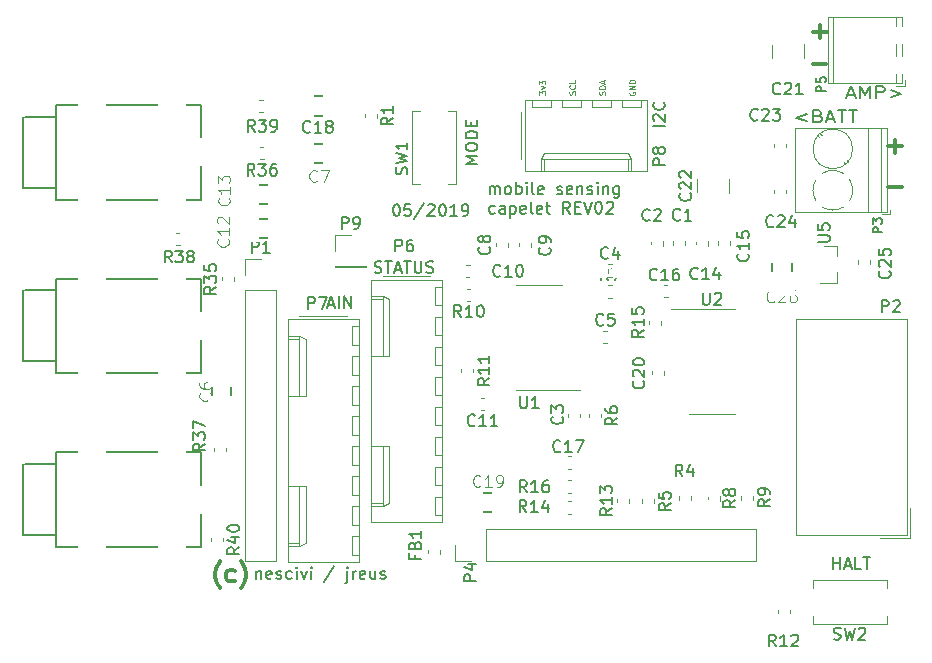
<source format=gbr>
G04 #@! TF.GenerationSoftware,KiCad,Pcbnew,(5.1.2-1)-1*
G04 #@! TF.CreationDate,2019-05-23T14:32:33+02:00*
G04 #@! TF.ProjectId,wearable_cape,77656172-6162-46c6-955f-636170652e6b,v02*
G04 #@! TF.SameCoordinates,Original*
G04 #@! TF.FileFunction,Legend,Top*
G04 #@! TF.FilePolarity,Positive*
%FSLAX46Y46*%
G04 Gerber Fmt 4.6, Leading zero omitted, Abs format (unit mm)*
G04 Created by KiCad (PCBNEW (5.1.2-1)-1) date 2019-05-23 14:32:33*
%MOMM*%
%LPD*%
G04 APERTURE LIST*
%ADD10C,0.125000*%
%ADD11C,0.150000*%
%ADD12C,0.300000*%
%ADD13C,0.120000*%
%ADD14C,0.200000*%
%ADD15C,0.127000*%
%ADD16C,0.119380*%
%ADD17C,0.175095*%
%ADD18C,1.500000*%
%ADD19C,2.400000*%
%ADD20R,2.400000X2.400000*%
%ADD21C,0.100000*%
%ADD22C,1.350000*%
%ADD23C,1.700000*%
%ADD24C,2.200000*%
%ADD25R,2.200000X2.200000*%
%ADD26R,2.203400X2.000200*%
%ADD27R,2.000200X2.203400*%
%ADD28C,1.650000*%
%ADD29O,2.100000X2.100000*%
%ADD30R,2.100000X2.100000*%
%ADD31O,2.127200X2.127200*%
%ADD32R,2.127200X2.127200*%
%ADD33C,2.800000*%
%ADD34R,2.800000X2.800000*%
%ADD35O,2.600000X2.140000*%
%ADD36C,2.140000*%
%ADD37O,2.140000X2.600000*%
%ADD38R,2.000000X2.400000*%
%ADD39R,2.400000X2.000000*%
%ADD40C,1.000000*%
%ADD41R,1.300000X1.200000*%
G04 APERTURE END LIST*
D10*
X73132190Y-25360238D02*
X73132190Y-25050714D01*
X73322666Y-25217380D01*
X73322666Y-25145952D01*
X73346476Y-25098333D01*
X73370285Y-25074523D01*
X73417904Y-25050714D01*
X73536952Y-25050714D01*
X73584571Y-25074523D01*
X73608380Y-25098333D01*
X73632190Y-25145952D01*
X73632190Y-25288809D01*
X73608380Y-25336428D01*
X73584571Y-25360238D01*
X73298857Y-24884047D02*
X73632190Y-24765000D01*
X73298857Y-24645952D01*
X73132190Y-24503095D02*
X73132190Y-24193571D01*
X73322666Y-24360238D01*
X73322666Y-24288809D01*
X73346476Y-24241190D01*
X73370285Y-24217380D01*
X73417904Y-24193571D01*
X73536952Y-24193571D01*
X73584571Y-24217380D01*
X73608380Y-24241190D01*
X73632190Y-24288809D01*
X73632190Y-24431666D01*
X73608380Y-24479285D01*
X73584571Y-24503095D01*
X76148380Y-25360238D02*
X76172190Y-25288809D01*
X76172190Y-25169761D01*
X76148380Y-25122142D01*
X76124571Y-25098333D01*
X76076952Y-25074523D01*
X76029333Y-25074523D01*
X75981714Y-25098333D01*
X75957904Y-25122142D01*
X75934095Y-25169761D01*
X75910285Y-25265000D01*
X75886476Y-25312619D01*
X75862666Y-25336428D01*
X75815047Y-25360238D01*
X75767428Y-25360238D01*
X75719809Y-25336428D01*
X75696000Y-25312619D01*
X75672190Y-25265000D01*
X75672190Y-25145952D01*
X75696000Y-25074523D01*
X76124571Y-24574523D02*
X76148380Y-24598333D01*
X76172190Y-24669761D01*
X76172190Y-24717380D01*
X76148380Y-24788809D01*
X76100761Y-24836428D01*
X76053142Y-24860238D01*
X75957904Y-24884047D01*
X75886476Y-24884047D01*
X75791238Y-24860238D01*
X75743619Y-24836428D01*
X75696000Y-24788809D01*
X75672190Y-24717380D01*
X75672190Y-24669761D01*
X75696000Y-24598333D01*
X75719809Y-24574523D01*
X76172190Y-24122142D02*
X76172190Y-24360238D01*
X75672190Y-24360238D01*
X78688380Y-25372142D02*
X78712190Y-25300714D01*
X78712190Y-25181666D01*
X78688380Y-25134047D01*
X78664571Y-25110238D01*
X78616952Y-25086428D01*
X78569333Y-25086428D01*
X78521714Y-25110238D01*
X78497904Y-25134047D01*
X78474095Y-25181666D01*
X78450285Y-25276904D01*
X78426476Y-25324523D01*
X78402666Y-25348333D01*
X78355047Y-25372142D01*
X78307428Y-25372142D01*
X78259809Y-25348333D01*
X78236000Y-25324523D01*
X78212190Y-25276904D01*
X78212190Y-25157857D01*
X78236000Y-25086428D01*
X78712190Y-24872142D02*
X78212190Y-24872142D01*
X78212190Y-24753095D01*
X78236000Y-24681666D01*
X78283619Y-24634047D01*
X78331238Y-24610238D01*
X78426476Y-24586428D01*
X78497904Y-24586428D01*
X78593142Y-24610238D01*
X78640761Y-24634047D01*
X78688380Y-24681666D01*
X78712190Y-24753095D01*
X78712190Y-24872142D01*
X78569333Y-24395952D02*
X78569333Y-24157857D01*
X78712190Y-24443571D02*
X78212190Y-24276904D01*
X78712190Y-24110238D01*
X80776000Y-25145952D02*
X80752190Y-25193571D01*
X80752190Y-25265000D01*
X80776000Y-25336428D01*
X80823619Y-25384047D01*
X80871238Y-25407857D01*
X80966476Y-25431666D01*
X81037904Y-25431666D01*
X81133142Y-25407857D01*
X81180761Y-25384047D01*
X81228380Y-25336428D01*
X81252190Y-25265000D01*
X81252190Y-25217380D01*
X81228380Y-25145952D01*
X81204571Y-25122142D01*
X81037904Y-25122142D01*
X81037904Y-25217380D01*
X81252190Y-24907857D02*
X80752190Y-24907857D01*
X81252190Y-24622142D01*
X80752190Y-24622142D01*
X81252190Y-24384047D02*
X80752190Y-24384047D01*
X80752190Y-24265000D01*
X80776000Y-24193571D01*
X80823619Y-24145952D01*
X80871238Y-24122142D01*
X80966476Y-24098333D01*
X81037904Y-24098333D01*
X81133142Y-24122142D01*
X81180761Y-24145952D01*
X81228380Y-24193571D01*
X81252190Y-24265000D01*
X81252190Y-24384047D01*
D11*
X83764380Y-28027190D02*
X82764380Y-28027190D01*
X82859619Y-27598619D02*
X82812000Y-27551000D01*
X82764380Y-27455761D01*
X82764380Y-27217666D01*
X82812000Y-27122428D01*
X82859619Y-27074809D01*
X82954857Y-27027190D01*
X83050095Y-27027190D01*
X83192952Y-27074809D01*
X83764380Y-27646238D01*
X83764380Y-27027190D01*
X83669142Y-26027190D02*
X83716761Y-26074809D01*
X83764380Y-26217666D01*
X83764380Y-26312904D01*
X83716761Y-26455761D01*
X83621523Y-26551000D01*
X83526285Y-26598619D01*
X83335809Y-26646238D01*
X83192952Y-26646238D01*
X83002476Y-26598619D01*
X82907238Y-26551000D01*
X82812000Y-26455761D01*
X82764380Y-26312904D01*
X82764380Y-26217666D01*
X82812000Y-26074809D01*
X82859619Y-26027190D01*
D12*
X102679571Y-33190642D02*
X103822428Y-33190642D01*
X103822428Y-29761642D02*
X102679571Y-29761642D01*
X103251000Y-30333071D02*
X103251000Y-29190214D01*
D11*
X95774071Y-27027214D02*
X94859785Y-27312928D01*
X95774071Y-27598642D01*
X96745500Y-27170071D02*
X96916928Y-27217690D01*
X96974071Y-27265309D01*
X97031214Y-27360547D01*
X97031214Y-27503404D01*
X96974071Y-27598642D01*
X96916928Y-27646261D01*
X96802642Y-27693880D01*
X96345500Y-27693880D01*
X96345500Y-26693880D01*
X96745500Y-26693880D01*
X96859785Y-26741500D01*
X96916928Y-26789119D01*
X96974071Y-26884357D01*
X96974071Y-26979595D01*
X96916928Y-27074833D01*
X96859785Y-27122452D01*
X96745500Y-27170071D01*
X96345500Y-27170071D01*
X97488357Y-27408166D02*
X98059785Y-27408166D01*
X97374071Y-27693880D02*
X97774071Y-26693880D01*
X98174071Y-27693880D01*
X98402642Y-26693880D02*
X99088357Y-26693880D01*
X98745500Y-27693880D02*
X98745500Y-26693880D01*
X99316928Y-26693880D02*
X100002642Y-26693880D01*
X99659785Y-27693880D02*
X99659785Y-26693880D01*
X59195009Y-40422461D02*
X59337866Y-40470080D01*
X59575961Y-40470080D01*
X59671200Y-40422461D01*
X59718819Y-40374842D01*
X59766438Y-40279604D01*
X59766438Y-40184366D01*
X59718819Y-40089128D01*
X59671200Y-40041509D01*
X59575961Y-39993890D01*
X59385485Y-39946271D01*
X59290247Y-39898652D01*
X59242628Y-39851033D01*
X59195009Y-39755795D01*
X59195009Y-39660557D01*
X59242628Y-39565319D01*
X59290247Y-39517700D01*
X59385485Y-39470080D01*
X59623580Y-39470080D01*
X59766438Y-39517700D01*
X60052152Y-39470080D02*
X60623580Y-39470080D01*
X60337866Y-40470080D02*
X60337866Y-39470080D01*
X60909295Y-40184366D02*
X61385485Y-40184366D01*
X60814057Y-40470080D02*
X61147390Y-39470080D01*
X61480723Y-40470080D01*
X61671200Y-39470080D02*
X62242628Y-39470080D01*
X61956914Y-40470080D02*
X61956914Y-39470080D01*
X62575961Y-39470080D02*
X62575961Y-40279604D01*
X62623580Y-40374842D01*
X62671200Y-40422461D01*
X62766438Y-40470080D01*
X62956914Y-40470080D01*
X63052152Y-40422461D01*
X63099771Y-40374842D01*
X63147390Y-40279604D01*
X63147390Y-39470080D01*
X63575961Y-40422461D02*
X63718819Y-40470080D01*
X63956914Y-40470080D01*
X64052152Y-40422461D01*
X64099771Y-40374842D01*
X64147390Y-40279604D01*
X64147390Y-40184366D01*
X64099771Y-40089128D01*
X64052152Y-40041509D01*
X63956914Y-39993890D01*
X63766438Y-39946271D01*
X63671200Y-39898652D01*
X63623580Y-39851033D01*
X63575961Y-39755795D01*
X63575961Y-39660557D01*
X63623580Y-39565319D01*
X63671200Y-39517700D01*
X63766438Y-39470080D01*
X64004533Y-39470080D01*
X64147390Y-39517700D01*
X55248300Y-43143466D02*
X55724490Y-43143466D01*
X55153061Y-43429180D02*
X55486395Y-42429180D01*
X55819728Y-43429180D01*
X56153061Y-43429180D02*
X56153061Y-42429180D01*
X56629252Y-43429180D02*
X56629252Y-42429180D01*
X57200680Y-43429180D01*
X57200680Y-42429180D01*
X67889380Y-31222723D02*
X66889380Y-31222723D01*
X67603666Y-30889390D01*
X66889380Y-30556057D01*
X67889380Y-30556057D01*
X66889380Y-29889390D02*
X66889380Y-29698914D01*
X66937000Y-29603676D01*
X67032238Y-29508438D01*
X67222714Y-29460819D01*
X67556047Y-29460819D01*
X67746523Y-29508438D01*
X67841761Y-29603676D01*
X67889380Y-29698914D01*
X67889380Y-29889390D01*
X67841761Y-29984628D01*
X67746523Y-30079866D01*
X67556047Y-30127485D01*
X67222714Y-30127485D01*
X67032238Y-30079866D01*
X66937000Y-29984628D01*
X66889380Y-29889390D01*
X67889380Y-29032247D02*
X66889380Y-29032247D01*
X66889380Y-28794152D01*
X66937000Y-28651295D01*
X67032238Y-28556057D01*
X67127476Y-28508438D01*
X67317952Y-28460819D01*
X67460809Y-28460819D01*
X67651285Y-28508438D01*
X67746523Y-28556057D01*
X67841761Y-28651295D01*
X67889380Y-28794152D01*
X67889380Y-29032247D01*
X67365571Y-28032247D02*
X67365571Y-27698914D01*
X67889380Y-27556057D02*
X67889380Y-28032247D01*
X66889380Y-28032247D01*
X66889380Y-27556057D01*
X97991800Y-65527180D02*
X97991800Y-64527180D01*
X97991800Y-65003371D02*
X98563228Y-65003371D01*
X98563228Y-65527180D02*
X98563228Y-64527180D01*
X98991800Y-65241466D02*
X99467990Y-65241466D01*
X98896561Y-65527180D02*
X99229895Y-64527180D01*
X99563228Y-65527180D01*
X100372752Y-65527180D02*
X99896561Y-65527180D01*
X99896561Y-64527180D01*
X100563228Y-64527180D02*
X101134657Y-64527180D01*
X100848942Y-65527180D02*
X100848942Y-64527180D01*
X99222214Y-25376166D02*
X99793642Y-25376166D01*
X99107928Y-25661880D02*
X99507928Y-24661880D01*
X99907928Y-25661880D01*
X100307928Y-25661880D02*
X100307928Y-24661880D01*
X100707928Y-25376166D01*
X101107928Y-24661880D01*
X101107928Y-25661880D01*
X101679357Y-25661880D02*
X101679357Y-24661880D01*
X102136500Y-24661880D01*
X102250785Y-24709500D01*
X102307928Y-24757119D01*
X102365071Y-24852357D01*
X102365071Y-24995214D01*
X102307928Y-25090452D01*
X102250785Y-25138071D01*
X102136500Y-25185690D01*
X101679357Y-25185690D01*
X102879357Y-24995214D02*
X103793642Y-25280928D01*
X102879357Y-25566642D01*
D12*
X46132857Y-67163000D02*
X46061428Y-67091571D01*
X45918571Y-66877285D01*
X45847142Y-66734428D01*
X45775714Y-66520142D01*
X45704285Y-66163000D01*
X45704285Y-65877285D01*
X45775714Y-65520142D01*
X45847142Y-65305857D01*
X45918571Y-65163000D01*
X46061428Y-64948714D01*
X46132857Y-64877285D01*
X47347142Y-66520142D02*
X47204285Y-66591571D01*
X46918571Y-66591571D01*
X46775714Y-66520142D01*
X46704285Y-66448714D01*
X46632857Y-66305857D01*
X46632857Y-65877285D01*
X46704285Y-65734428D01*
X46775714Y-65663000D01*
X46918571Y-65591571D01*
X47204285Y-65591571D01*
X47347142Y-65663000D01*
X47847142Y-67163000D02*
X47918571Y-67091571D01*
X48061428Y-66877285D01*
X48132857Y-66734428D01*
X48204285Y-66520142D01*
X48275714Y-66163000D01*
X48275714Y-65877285D01*
X48204285Y-65520142D01*
X48132857Y-65305857D01*
X48061428Y-65163000D01*
X47918571Y-64948714D01*
X47847142Y-64877285D01*
D11*
X49157619Y-65698714D02*
X49157619Y-66365380D01*
X49157619Y-65793952D02*
X49205238Y-65746333D01*
X49300476Y-65698714D01*
X49443333Y-65698714D01*
X49538571Y-65746333D01*
X49586190Y-65841571D01*
X49586190Y-66365380D01*
X50443333Y-66317761D02*
X50348095Y-66365380D01*
X50157619Y-66365380D01*
X50062380Y-66317761D01*
X50014761Y-66222523D01*
X50014761Y-65841571D01*
X50062380Y-65746333D01*
X50157619Y-65698714D01*
X50348095Y-65698714D01*
X50443333Y-65746333D01*
X50490952Y-65841571D01*
X50490952Y-65936809D01*
X50014761Y-66032047D01*
X50871904Y-66317761D02*
X50967142Y-66365380D01*
X51157619Y-66365380D01*
X51252857Y-66317761D01*
X51300476Y-66222523D01*
X51300476Y-66174904D01*
X51252857Y-66079666D01*
X51157619Y-66032047D01*
X51014761Y-66032047D01*
X50919523Y-65984428D01*
X50871904Y-65889190D01*
X50871904Y-65841571D01*
X50919523Y-65746333D01*
X51014761Y-65698714D01*
X51157619Y-65698714D01*
X51252857Y-65746333D01*
X52157619Y-66317761D02*
X52062380Y-66365380D01*
X51871904Y-66365380D01*
X51776666Y-66317761D01*
X51729047Y-66270142D01*
X51681428Y-66174904D01*
X51681428Y-65889190D01*
X51729047Y-65793952D01*
X51776666Y-65746333D01*
X51871904Y-65698714D01*
X52062380Y-65698714D01*
X52157619Y-65746333D01*
X52586190Y-66365380D02*
X52586190Y-65698714D01*
X52586190Y-65365380D02*
X52538571Y-65413000D01*
X52586190Y-65460619D01*
X52633809Y-65413000D01*
X52586190Y-65365380D01*
X52586190Y-65460619D01*
X52967142Y-65698714D02*
X53205238Y-66365380D01*
X53443333Y-65698714D01*
X53824285Y-66365380D02*
X53824285Y-65698714D01*
X53824285Y-65365380D02*
X53776666Y-65413000D01*
X53824285Y-65460619D01*
X53871904Y-65413000D01*
X53824285Y-65365380D01*
X53824285Y-65460619D01*
X55776666Y-65317761D02*
X54919523Y-66603476D01*
X56871904Y-65698714D02*
X56871904Y-66555857D01*
X56824285Y-66651095D01*
X56729047Y-66698714D01*
X56681428Y-66698714D01*
X56871904Y-65365380D02*
X56824285Y-65413000D01*
X56871904Y-65460619D01*
X56919523Y-65413000D01*
X56871904Y-65365380D01*
X56871904Y-65460619D01*
X57348095Y-66365380D02*
X57348095Y-65698714D01*
X57348095Y-65889190D02*
X57395714Y-65793952D01*
X57443333Y-65746333D01*
X57538571Y-65698714D01*
X57633809Y-65698714D01*
X58348095Y-66317761D02*
X58252857Y-66365380D01*
X58062380Y-66365380D01*
X57967142Y-66317761D01*
X57919523Y-66222523D01*
X57919523Y-65841571D01*
X57967142Y-65746333D01*
X58062380Y-65698714D01*
X58252857Y-65698714D01*
X58348095Y-65746333D01*
X58395714Y-65841571D01*
X58395714Y-65936809D01*
X57919523Y-66032047D01*
X59252857Y-65698714D02*
X59252857Y-66365380D01*
X58824285Y-65698714D02*
X58824285Y-66222523D01*
X58871904Y-66317761D01*
X58967142Y-66365380D01*
X59109999Y-66365380D01*
X59205238Y-66317761D01*
X59252857Y-66270142D01*
X59681428Y-66317761D02*
X59776666Y-66365380D01*
X59967142Y-66365380D01*
X60062380Y-66317761D01*
X60109999Y-66222523D01*
X60109999Y-66174904D01*
X60062380Y-66079666D01*
X59967142Y-66032047D01*
X59824285Y-66032047D01*
X59729047Y-65984428D01*
X59681428Y-65889190D01*
X59681428Y-65841571D01*
X59729047Y-65746333D01*
X59824285Y-65698714D01*
X59967142Y-65698714D01*
X60062380Y-65746333D01*
X60978071Y-34631380D02*
X61073309Y-34631380D01*
X61168547Y-34679000D01*
X61216166Y-34726619D01*
X61263785Y-34821857D01*
X61311404Y-35012333D01*
X61311404Y-35250428D01*
X61263785Y-35440904D01*
X61216166Y-35536142D01*
X61168547Y-35583761D01*
X61073309Y-35631380D01*
X60978071Y-35631380D01*
X60882833Y-35583761D01*
X60835214Y-35536142D01*
X60787595Y-35440904D01*
X60739976Y-35250428D01*
X60739976Y-35012333D01*
X60787595Y-34821857D01*
X60835214Y-34726619D01*
X60882833Y-34679000D01*
X60978071Y-34631380D01*
X62216166Y-34631380D02*
X61739976Y-34631380D01*
X61692357Y-35107571D01*
X61739976Y-35059952D01*
X61835214Y-35012333D01*
X62073309Y-35012333D01*
X62168547Y-35059952D01*
X62216166Y-35107571D01*
X62263785Y-35202809D01*
X62263785Y-35440904D01*
X62216166Y-35536142D01*
X62168547Y-35583761D01*
X62073309Y-35631380D01*
X61835214Y-35631380D01*
X61739976Y-35583761D01*
X61692357Y-35536142D01*
X63406642Y-34583761D02*
X62549500Y-35869476D01*
X63692357Y-34726619D02*
X63739976Y-34679000D01*
X63835214Y-34631380D01*
X64073309Y-34631380D01*
X64168547Y-34679000D01*
X64216166Y-34726619D01*
X64263785Y-34821857D01*
X64263785Y-34917095D01*
X64216166Y-35059952D01*
X63644738Y-35631380D01*
X64263785Y-35631380D01*
X64882833Y-34631380D02*
X64978071Y-34631380D01*
X65073309Y-34679000D01*
X65120928Y-34726619D01*
X65168547Y-34821857D01*
X65216166Y-35012333D01*
X65216166Y-35250428D01*
X65168547Y-35440904D01*
X65120928Y-35536142D01*
X65073309Y-35583761D01*
X64978071Y-35631380D01*
X64882833Y-35631380D01*
X64787595Y-35583761D01*
X64739976Y-35536142D01*
X64692357Y-35440904D01*
X64644738Y-35250428D01*
X64644738Y-35012333D01*
X64692357Y-34821857D01*
X64739976Y-34726619D01*
X64787595Y-34679000D01*
X64882833Y-34631380D01*
X66168547Y-35631380D02*
X65597119Y-35631380D01*
X65882833Y-35631380D02*
X65882833Y-34631380D01*
X65787595Y-34774238D01*
X65692357Y-34869476D01*
X65597119Y-34917095D01*
X66644738Y-35631380D02*
X66835214Y-35631380D01*
X66930452Y-35583761D01*
X66978071Y-35536142D01*
X67073309Y-35393285D01*
X67120928Y-35202809D01*
X67120928Y-34821857D01*
X67073309Y-34726619D01*
X67025690Y-34679000D01*
X66930452Y-34631380D01*
X66739976Y-34631380D01*
X66644738Y-34679000D01*
X66597119Y-34726619D01*
X66549500Y-34821857D01*
X66549500Y-35059952D01*
X66597119Y-35155190D01*
X66644738Y-35202809D01*
X66739976Y-35250428D01*
X66930452Y-35250428D01*
X67025690Y-35202809D01*
X67073309Y-35155190D01*
X67120928Y-35059952D01*
X68915595Y-33790380D02*
X68915595Y-33123714D01*
X68915595Y-33218952D02*
X68963214Y-33171333D01*
X69058452Y-33123714D01*
X69201309Y-33123714D01*
X69296547Y-33171333D01*
X69344166Y-33266571D01*
X69344166Y-33790380D01*
X69344166Y-33266571D02*
X69391785Y-33171333D01*
X69487023Y-33123714D01*
X69629880Y-33123714D01*
X69725119Y-33171333D01*
X69772738Y-33266571D01*
X69772738Y-33790380D01*
X70391785Y-33790380D02*
X70296547Y-33742761D01*
X70248928Y-33695142D01*
X70201309Y-33599904D01*
X70201309Y-33314190D01*
X70248928Y-33218952D01*
X70296547Y-33171333D01*
X70391785Y-33123714D01*
X70534642Y-33123714D01*
X70629880Y-33171333D01*
X70677500Y-33218952D01*
X70725119Y-33314190D01*
X70725119Y-33599904D01*
X70677500Y-33695142D01*
X70629880Y-33742761D01*
X70534642Y-33790380D01*
X70391785Y-33790380D01*
X71153690Y-33790380D02*
X71153690Y-32790380D01*
X71153690Y-33171333D02*
X71248928Y-33123714D01*
X71439404Y-33123714D01*
X71534642Y-33171333D01*
X71582261Y-33218952D01*
X71629880Y-33314190D01*
X71629880Y-33599904D01*
X71582261Y-33695142D01*
X71534642Y-33742761D01*
X71439404Y-33790380D01*
X71248928Y-33790380D01*
X71153690Y-33742761D01*
X72058452Y-33790380D02*
X72058452Y-33123714D01*
X72058452Y-32790380D02*
X72010833Y-32838000D01*
X72058452Y-32885619D01*
X72106071Y-32838000D01*
X72058452Y-32790380D01*
X72058452Y-32885619D01*
X72677500Y-33790380D02*
X72582261Y-33742761D01*
X72534642Y-33647523D01*
X72534642Y-32790380D01*
X73439404Y-33742761D02*
X73344166Y-33790380D01*
X73153690Y-33790380D01*
X73058452Y-33742761D01*
X73010833Y-33647523D01*
X73010833Y-33266571D01*
X73058452Y-33171333D01*
X73153690Y-33123714D01*
X73344166Y-33123714D01*
X73439404Y-33171333D01*
X73487023Y-33266571D01*
X73487023Y-33361809D01*
X73010833Y-33457047D01*
X74629880Y-33742761D02*
X74725119Y-33790380D01*
X74915595Y-33790380D01*
X75010833Y-33742761D01*
X75058452Y-33647523D01*
X75058452Y-33599904D01*
X75010833Y-33504666D01*
X74915595Y-33457047D01*
X74772738Y-33457047D01*
X74677500Y-33409428D01*
X74629880Y-33314190D01*
X74629880Y-33266571D01*
X74677500Y-33171333D01*
X74772738Y-33123714D01*
X74915595Y-33123714D01*
X75010833Y-33171333D01*
X75867976Y-33742761D02*
X75772738Y-33790380D01*
X75582261Y-33790380D01*
X75487023Y-33742761D01*
X75439404Y-33647523D01*
X75439404Y-33266571D01*
X75487023Y-33171333D01*
X75582261Y-33123714D01*
X75772738Y-33123714D01*
X75867976Y-33171333D01*
X75915595Y-33266571D01*
X75915595Y-33361809D01*
X75439404Y-33457047D01*
X76344166Y-33123714D02*
X76344166Y-33790380D01*
X76344166Y-33218952D02*
X76391785Y-33171333D01*
X76487023Y-33123714D01*
X76629880Y-33123714D01*
X76725119Y-33171333D01*
X76772738Y-33266571D01*
X76772738Y-33790380D01*
X77201309Y-33742761D02*
X77296547Y-33790380D01*
X77487023Y-33790380D01*
X77582261Y-33742761D01*
X77629880Y-33647523D01*
X77629880Y-33599904D01*
X77582261Y-33504666D01*
X77487023Y-33457047D01*
X77344166Y-33457047D01*
X77248928Y-33409428D01*
X77201309Y-33314190D01*
X77201309Y-33266571D01*
X77248928Y-33171333D01*
X77344166Y-33123714D01*
X77487023Y-33123714D01*
X77582261Y-33171333D01*
X78058452Y-33790380D02*
X78058452Y-33123714D01*
X78058452Y-32790380D02*
X78010833Y-32838000D01*
X78058452Y-32885619D01*
X78106071Y-32838000D01*
X78058452Y-32790380D01*
X78058452Y-32885619D01*
X78534642Y-33123714D02*
X78534642Y-33790380D01*
X78534642Y-33218952D02*
X78582261Y-33171333D01*
X78677500Y-33123714D01*
X78820357Y-33123714D01*
X78915595Y-33171333D01*
X78963214Y-33266571D01*
X78963214Y-33790380D01*
X79867976Y-33123714D02*
X79867976Y-33933238D01*
X79820357Y-34028476D01*
X79772738Y-34076095D01*
X79677500Y-34123714D01*
X79534642Y-34123714D01*
X79439404Y-34076095D01*
X79867976Y-33742761D02*
X79772738Y-33790380D01*
X79582261Y-33790380D01*
X79487023Y-33742761D01*
X79439404Y-33695142D01*
X79391785Y-33599904D01*
X79391785Y-33314190D01*
X79439404Y-33218952D01*
X79487023Y-33171333D01*
X79582261Y-33123714D01*
X79772738Y-33123714D01*
X79867976Y-33171333D01*
X69344166Y-35392761D02*
X69248928Y-35440380D01*
X69058452Y-35440380D01*
X68963214Y-35392761D01*
X68915595Y-35345142D01*
X68867976Y-35249904D01*
X68867976Y-34964190D01*
X68915595Y-34868952D01*
X68963214Y-34821333D01*
X69058452Y-34773714D01*
X69248928Y-34773714D01*
X69344166Y-34821333D01*
X70201309Y-35440380D02*
X70201309Y-34916571D01*
X70153690Y-34821333D01*
X70058452Y-34773714D01*
X69867976Y-34773714D01*
X69772738Y-34821333D01*
X70201309Y-35392761D02*
X70106071Y-35440380D01*
X69867976Y-35440380D01*
X69772738Y-35392761D01*
X69725119Y-35297523D01*
X69725119Y-35202285D01*
X69772738Y-35107047D01*
X69867976Y-35059428D01*
X70106071Y-35059428D01*
X70201309Y-35011809D01*
X70677500Y-34773714D02*
X70677500Y-35773714D01*
X70677500Y-34821333D02*
X70772738Y-34773714D01*
X70963214Y-34773714D01*
X71058452Y-34821333D01*
X71106071Y-34868952D01*
X71153690Y-34964190D01*
X71153690Y-35249904D01*
X71106071Y-35345142D01*
X71058452Y-35392761D01*
X70963214Y-35440380D01*
X70772738Y-35440380D01*
X70677500Y-35392761D01*
X71963214Y-35392761D02*
X71867976Y-35440380D01*
X71677500Y-35440380D01*
X71582261Y-35392761D01*
X71534642Y-35297523D01*
X71534642Y-34916571D01*
X71582261Y-34821333D01*
X71677500Y-34773714D01*
X71867976Y-34773714D01*
X71963214Y-34821333D01*
X72010833Y-34916571D01*
X72010833Y-35011809D01*
X71534642Y-35107047D01*
X72582261Y-35440380D02*
X72487023Y-35392761D01*
X72439404Y-35297523D01*
X72439404Y-34440380D01*
X73344166Y-35392761D02*
X73248928Y-35440380D01*
X73058452Y-35440380D01*
X72963214Y-35392761D01*
X72915595Y-35297523D01*
X72915595Y-34916571D01*
X72963214Y-34821333D01*
X73058452Y-34773714D01*
X73248928Y-34773714D01*
X73344166Y-34821333D01*
X73391785Y-34916571D01*
X73391785Y-35011809D01*
X72915595Y-35107047D01*
X73677500Y-34773714D02*
X74058452Y-34773714D01*
X73820357Y-34440380D02*
X73820357Y-35297523D01*
X73867976Y-35392761D01*
X73963214Y-35440380D01*
X74058452Y-35440380D01*
X75725119Y-35440380D02*
X75391785Y-34964190D01*
X75153690Y-35440380D02*
X75153690Y-34440380D01*
X75534642Y-34440380D01*
X75629880Y-34488000D01*
X75677500Y-34535619D01*
X75725119Y-34630857D01*
X75725119Y-34773714D01*
X75677500Y-34868952D01*
X75629880Y-34916571D01*
X75534642Y-34964190D01*
X75153690Y-34964190D01*
X76153690Y-34916571D02*
X76487023Y-34916571D01*
X76629880Y-35440380D02*
X76153690Y-35440380D01*
X76153690Y-34440380D01*
X76629880Y-34440380D01*
X76915595Y-34440380D02*
X77248928Y-35440380D01*
X77582261Y-34440380D01*
X78106071Y-34440380D02*
X78201309Y-34440380D01*
X78296547Y-34488000D01*
X78344166Y-34535619D01*
X78391785Y-34630857D01*
X78439404Y-34821333D01*
X78439404Y-35059428D01*
X78391785Y-35249904D01*
X78344166Y-35345142D01*
X78296547Y-35392761D01*
X78201309Y-35440380D01*
X78106071Y-35440380D01*
X78010833Y-35392761D01*
X77963214Y-35345142D01*
X77915595Y-35249904D01*
X77867976Y-35059428D01*
X77867976Y-34821333D01*
X77915595Y-34630857D01*
X77963214Y-34535619D01*
X78010833Y-34488000D01*
X78106071Y-34440380D01*
X78820357Y-34535619D02*
X78867976Y-34488000D01*
X78963214Y-34440380D01*
X79201309Y-34440380D01*
X79296547Y-34488000D01*
X79344166Y-34535619D01*
X79391785Y-34630857D01*
X79391785Y-34726095D01*
X79344166Y-34868952D01*
X78772738Y-35440380D01*
X79391785Y-35440380D01*
D12*
X96266071Y-22776642D02*
X97408928Y-22776642D01*
X97472428Y-20046142D02*
X96329571Y-20046142D01*
X96901000Y-20617571D02*
X96901000Y-19474714D01*
D13*
X104111000Y-24660000D02*
X104111000Y-24160000D01*
X103371000Y-24660000D02*
X104111000Y-24660000D01*
X97551000Y-18760000D02*
X103871000Y-18760000D01*
X97551000Y-24420000D02*
X103871000Y-24420000D01*
X103871000Y-19530000D02*
X103871000Y-18760000D01*
X103871000Y-22070000D02*
X103871000Y-21110000D01*
X103871000Y-24420000D02*
X103871000Y-23650000D01*
X97551000Y-24420000D02*
X97551000Y-18760000D01*
X98011000Y-24420000D02*
X98011000Y-18760000D01*
X103311000Y-19530000D02*
X103311000Y-18760000D01*
X103311000Y-22070000D02*
X103311000Y-21110000D01*
X103311000Y-24420000D02*
X103311000Y-23650000D01*
X81849500Y-59645733D02*
X81849500Y-59988267D01*
X82869500Y-59645733D02*
X82869500Y-59988267D01*
D14*
X44450000Y-34250000D02*
X44450000Y-26250000D01*
X32250000Y-34250000D02*
X44450000Y-34250000D01*
X32250000Y-26250000D02*
X32250000Y-34250000D01*
X32250000Y-26250000D02*
X44450000Y-26250000D01*
X29450000Y-33250000D02*
X32250000Y-33250000D01*
X29450000Y-27250000D02*
X29450000Y-33250000D01*
X32250000Y-27250000D02*
X29550000Y-27250000D01*
X44450000Y-48950000D02*
X44450000Y-40950000D01*
X32250000Y-48950000D02*
X44450000Y-48950000D01*
X32250000Y-40950000D02*
X32250000Y-48950000D01*
X32250000Y-40950000D02*
X44450000Y-40950000D01*
X29450000Y-47950000D02*
X32250000Y-47950000D01*
X29450000Y-41950000D02*
X29450000Y-47950000D01*
X32250000Y-41950000D02*
X29550000Y-41950000D01*
X44450000Y-63650000D02*
X44450000Y-55650000D01*
X32250000Y-63650000D02*
X44450000Y-63650000D01*
X32250000Y-55650000D02*
X32250000Y-63650000D01*
X32250000Y-55650000D02*
X44450000Y-55650000D01*
X29450000Y-62650000D02*
X32250000Y-62650000D01*
X29450000Y-56650000D02*
X29450000Y-62650000D01*
X32250000Y-56650000D02*
X29550000Y-56650000D01*
D13*
X85473000Y-38144267D02*
X85473000Y-37801733D01*
X84453000Y-38144267D02*
X84453000Y-37801733D01*
X83568000Y-38144267D02*
X83568000Y-37801733D01*
X82548000Y-38144267D02*
X82548000Y-37801733D01*
X75588400Y-52406733D02*
X75588400Y-52749267D01*
X76608400Y-52406733D02*
X76608400Y-52749267D01*
X78949733Y-40769000D02*
X79292267Y-40769000D01*
X78949733Y-39749000D02*
X79292267Y-39749000D01*
X78543333Y-46407800D02*
X78885867Y-46407800D01*
X78543333Y-45387800D02*
X78885867Y-45387800D01*
D15*
X45377100Y-48907700D02*
X45377100Y-52108100D01*
X47002700Y-48907700D02*
X45377100Y-48907700D01*
X47002700Y-52108100D02*
X47002700Y-48907700D01*
X45377100Y-52108100D02*
X47002700Y-52108100D01*
X45377100Y-51650900D02*
X47002700Y-51650900D01*
X47002700Y-49364900D02*
X45377100Y-49364900D01*
X56007000Y-29527500D02*
X52806600Y-29527500D01*
X56007000Y-31153100D02*
X56007000Y-29527500D01*
X52806600Y-31153100D02*
X56007000Y-31153100D01*
X52806600Y-29527500D02*
X52806600Y-31153100D01*
X53263800Y-29527500D02*
X53263800Y-31153100D01*
X55549800Y-31153100D02*
X55549800Y-29527500D01*
D13*
X70461600Y-38271267D02*
X70461600Y-37928733D01*
X69441600Y-38271267D02*
X69441600Y-37928733D01*
X72442800Y-38271267D02*
X72442800Y-37928733D01*
X71422800Y-38271267D02*
X71422800Y-37928733D01*
X67278067Y-39825200D02*
X66935533Y-39825200D01*
X67278067Y-40845200D02*
X66935533Y-40845200D01*
X68497267Y-52072000D02*
X68154733Y-52072000D01*
X68497267Y-51052000D02*
X68154733Y-51052000D01*
D15*
X51358800Y-35915600D02*
X48158400Y-35915600D01*
X51358800Y-37541200D02*
X51358800Y-35915600D01*
X48158400Y-37541200D02*
X51358800Y-37541200D01*
X48158400Y-35915600D02*
X48158400Y-37541200D01*
X48615600Y-35915600D02*
X48615600Y-37541200D01*
X50901600Y-37541200D02*
X50901600Y-35915600D01*
X51358800Y-33020000D02*
X48158400Y-33020000D01*
X51358800Y-34645600D02*
X51358800Y-33020000D01*
X48158400Y-34645600D02*
X51358800Y-34645600D01*
X48158400Y-33020000D02*
X48158400Y-34645600D01*
X48615600Y-33020000D02*
X48615600Y-34645600D01*
X50901600Y-34645600D02*
X50901600Y-33020000D01*
D13*
X87378000Y-38144267D02*
X87378000Y-37801733D01*
X86358000Y-38144267D02*
X86358000Y-37801733D01*
X89283000Y-38144267D02*
X89283000Y-37801733D01*
X88263000Y-38144267D02*
X88263000Y-37801733D01*
X84016667Y-41476200D02*
X83674133Y-41476200D01*
X84016667Y-42496200D02*
X83674133Y-42496200D01*
X75520733Y-57025000D02*
X75863267Y-57025000D01*
X75520733Y-56005000D02*
X75863267Y-56005000D01*
D15*
X56007000Y-25514300D02*
X52806600Y-25514300D01*
X56007000Y-27139900D02*
X56007000Y-25514300D01*
X52806600Y-27139900D02*
X56007000Y-27139900D01*
X52806600Y-25514300D02*
X52806600Y-27139900D01*
X53263800Y-25514300D02*
X53263800Y-27139900D01*
X55549800Y-27139900D02*
X55549800Y-25514300D01*
X70319900Y-59105800D02*
X67119500Y-59105800D01*
X70319900Y-60731400D02*
X70319900Y-59105800D01*
X67119500Y-60731400D02*
X70319900Y-60731400D01*
X67119500Y-59105800D02*
X67119500Y-60731400D01*
X67576700Y-59105800D02*
X67576700Y-60731400D01*
X69862700Y-60731400D02*
X69862700Y-59105800D01*
D13*
X82649600Y-48799933D02*
X82649600Y-49142467D01*
X83669600Y-48799933D02*
X83669600Y-49142467D01*
X92810500Y-21114936D02*
X92810500Y-22319064D01*
X95530500Y-21114936D02*
X95530500Y-22319064D01*
X89180500Y-33685564D02*
X89180500Y-32481436D01*
X86460500Y-33685564D02*
X86460500Y-32481436D01*
X93025500Y-29546733D02*
X93025500Y-29889267D01*
X94045500Y-29546733D02*
X94045500Y-29889267D01*
X94045500Y-33762767D02*
X94045500Y-33420233D01*
X93025500Y-33762767D02*
X93025500Y-33420233D01*
X100150200Y-39401933D02*
X100150200Y-39744467D01*
X101170200Y-39401933D02*
X101170200Y-39744467D01*
D15*
X94488000Y-41579800D02*
X94488000Y-38379400D01*
X92862400Y-41579800D02*
X94488000Y-41579800D01*
X92862400Y-38379400D02*
X92862400Y-41579800D01*
X94488000Y-38379400D02*
X92862400Y-38379400D01*
X94488000Y-38836600D02*
X92862400Y-38836600D01*
X92862400Y-41122600D02*
X94488000Y-41122600D01*
D13*
X63675800Y-63938333D02*
X63675800Y-64280867D01*
X64695800Y-63938333D02*
X64695800Y-64280867D01*
X48200000Y-39310000D02*
X49530000Y-39310000D01*
X48200000Y-40640000D02*
X48200000Y-39310000D01*
X48200000Y-41910000D02*
X50860000Y-41910000D01*
X50860000Y-41910000D02*
X50860000Y-64830000D01*
X48200000Y-41910000D02*
X48200000Y-64830000D01*
X48200000Y-64830000D02*
X50860000Y-64830000D01*
X104493000Y-62902400D02*
X101953000Y-62902400D01*
X104493000Y-62902400D02*
X104493000Y-60362400D01*
X104243000Y-62652400D02*
X94893000Y-62652400D01*
X104243000Y-44332400D02*
X104243000Y-62652400D01*
X94893000Y-44332400D02*
X104243000Y-44332400D01*
X94893000Y-62652400D02*
X94893000Y-44332400D01*
X102780500Y-35514500D02*
X102780500Y-35114500D01*
X102140500Y-35514500D02*
X102780500Y-35514500D01*
X98921500Y-31109500D02*
X99049500Y-31238500D01*
X96705500Y-28894500D02*
X96799500Y-28988500D01*
X99161500Y-30939500D02*
X99254500Y-31033500D01*
X96911500Y-28689500D02*
X97039500Y-28818500D01*
X94820500Y-28154500D02*
X102540500Y-28154500D01*
X94820500Y-35274500D02*
X102540500Y-35274500D01*
X102540500Y-35274500D02*
X102540500Y-28154500D01*
X94820500Y-35274500D02*
X94820500Y-28154500D01*
X100980500Y-35274500D02*
X100980500Y-28154500D01*
X102080500Y-35274500D02*
X102080500Y-28154500D01*
X99660500Y-29964500D02*
G75*
G03X99660500Y-29964500I-1680000J0D01*
G01*
X99660599Y-33435826D02*
G75*
G02X99420500Y-34330500I-1680099J-28674D01*
G01*
X98870394Y-34889858D02*
G75*
G02X97114500Y-34904500I-889894J1425358D01*
G01*
X96555142Y-34354394D02*
G75*
G02X96540500Y-32598500I1425358J889894D01*
G01*
X97090307Y-32038995D02*
G75*
G02X98871500Y-32039500I890193J-1425505D01*
G01*
X99405221Y-32574236D02*
G75*
G02X99660500Y-33464500I-1424721J-890264D01*
G01*
X65980000Y-64830000D02*
X65980000Y-63500000D01*
X67310000Y-64830000D02*
X65980000Y-64830000D01*
X68580000Y-64830000D02*
X68580000Y-62170000D01*
X68580000Y-62170000D02*
X91500000Y-62170000D01*
X68580000Y-64830000D02*
X91500000Y-64830000D01*
X91500000Y-64830000D02*
X91500000Y-62170000D01*
X64304400Y-60998000D02*
X64904400Y-60998000D01*
X64304400Y-59398000D02*
X64304400Y-60998000D01*
X64904400Y-59398000D02*
X64304400Y-59398000D01*
X64304400Y-58458000D02*
X64904400Y-58458000D01*
X64304400Y-56858000D02*
X64304400Y-58458000D01*
X64904400Y-56858000D02*
X64304400Y-56858000D01*
X64304400Y-55918000D02*
X64904400Y-55918000D01*
X64304400Y-54318000D02*
X64304400Y-55918000D01*
X64904400Y-54318000D02*
X64304400Y-54318000D01*
X64304400Y-53378000D02*
X64904400Y-53378000D01*
X64304400Y-51778000D02*
X64304400Y-53378000D01*
X64904400Y-51778000D02*
X64304400Y-51778000D01*
X64304400Y-50838000D02*
X64904400Y-50838000D01*
X64304400Y-49238000D02*
X64304400Y-50838000D01*
X64904400Y-49238000D02*
X64304400Y-49238000D01*
X64304400Y-48298000D02*
X64904400Y-48298000D01*
X64304400Y-46698000D02*
X64304400Y-48298000D01*
X64904400Y-46698000D02*
X64304400Y-46698000D01*
X64304400Y-45758000D02*
X64904400Y-45758000D01*
X64304400Y-44158000D02*
X64304400Y-45758000D01*
X64904400Y-44158000D02*
X64304400Y-44158000D01*
X64304400Y-43218000D02*
X64904400Y-43218000D01*
X64304400Y-41618000D02*
X64304400Y-43218000D01*
X64904400Y-41618000D02*
X64304400Y-41618000D01*
X58884400Y-59948000D02*
X59884400Y-59948000D01*
X60414400Y-55118000D02*
X59884400Y-55118000D01*
X60414400Y-59948000D02*
X60414400Y-55118000D01*
X59884400Y-60198000D02*
X60414400Y-59948000D01*
X59884400Y-55118000D02*
X58884400Y-55118000D01*
X59884400Y-60198000D02*
X59884400Y-55118000D01*
X58884400Y-60198000D02*
X59884400Y-60198000D01*
X58884400Y-42668000D02*
X59884400Y-42668000D01*
X60414400Y-47498000D02*
X59884400Y-47498000D01*
X60414400Y-42668000D02*
X60414400Y-47498000D01*
X59884400Y-42418000D02*
X60414400Y-42668000D01*
X59884400Y-47498000D02*
X58884400Y-47498000D01*
X59884400Y-42418000D02*
X59884400Y-47498000D01*
X58884400Y-42418000D02*
X59884400Y-42418000D01*
X63874400Y-40748000D02*
X59874400Y-40748000D01*
X64904400Y-61578000D02*
X64904400Y-41038000D01*
X58884400Y-61578000D02*
X64904400Y-61578000D01*
X58884400Y-41038000D02*
X58884400Y-61578000D01*
X64904400Y-41038000D02*
X58884400Y-41038000D01*
X57243200Y-64350800D02*
X57843200Y-64350800D01*
X57243200Y-62750800D02*
X57243200Y-64350800D01*
X57843200Y-62750800D02*
X57243200Y-62750800D01*
X57243200Y-61810800D02*
X57843200Y-61810800D01*
X57243200Y-60210800D02*
X57243200Y-61810800D01*
X57843200Y-60210800D02*
X57243200Y-60210800D01*
X57243200Y-59270800D02*
X57843200Y-59270800D01*
X57243200Y-57670800D02*
X57243200Y-59270800D01*
X57843200Y-57670800D02*
X57243200Y-57670800D01*
X57243200Y-56730800D02*
X57843200Y-56730800D01*
X57243200Y-55130800D02*
X57243200Y-56730800D01*
X57843200Y-55130800D02*
X57243200Y-55130800D01*
X57243200Y-54190800D02*
X57843200Y-54190800D01*
X57243200Y-52590800D02*
X57243200Y-54190800D01*
X57843200Y-52590800D02*
X57243200Y-52590800D01*
X57243200Y-51650800D02*
X57843200Y-51650800D01*
X57243200Y-50050800D02*
X57243200Y-51650800D01*
X57843200Y-50050800D02*
X57243200Y-50050800D01*
X57243200Y-49110800D02*
X57843200Y-49110800D01*
X57243200Y-47510800D02*
X57243200Y-49110800D01*
X57843200Y-47510800D02*
X57243200Y-47510800D01*
X57243200Y-46570800D02*
X57843200Y-46570800D01*
X57243200Y-44970800D02*
X57243200Y-46570800D01*
X57843200Y-44970800D02*
X57243200Y-44970800D01*
X51823200Y-63300800D02*
X52823200Y-63300800D01*
X53353200Y-58470800D02*
X52823200Y-58470800D01*
X53353200Y-63300800D02*
X53353200Y-58470800D01*
X52823200Y-63550800D02*
X53353200Y-63300800D01*
X52823200Y-58470800D02*
X51823200Y-58470800D01*
X52823200Y-63550800D02*
X52823200Y-58470800D01*
X51823200Y-63550800D02*
X52823200Y-63550800D01*
X51823200Y-46020800D02*
X52823200Y-46020800D01*
X53353200Y-50850800D02*
X52823200Y-50850800D01*
X53353200Y-46020800D02*
X53353200Y-50850800D01*
X52823200Y-45770800D02*
X53353200Y-46020800D01*
X52823200Y-50850800D02*
X51823200Y-50850800D01*
X52823200Y-45770800D02*
X52823200Y-50850800D01*
X51823200Y-45770800D02*
X52823200Y-45770800D01*
X56813200Y-44100800D02*
X52813200Y-44100800D01*
X57843200Y-64930800D02*
X57843200Y-44390800D01*
X51823200Y-64930800D02*
X57843200Y-64930800D01*
X51823200Y-44390800D02*
X51823200Y-64930800D01*
X57843200Y-44390800D02*
X51823200Y-44390800D01*
X81699000Y-26424400D02*
X81699000Y-25824400D01*
X80099000Y-26424400D02*
X81699000Y-26424400D01*
X80099000Y-25824400D02*
X80099000Y-26424400D01*
X79159000Y-26424400D02*
X79159000Y-25824400D01*
X77559000Y-26424400D02*
X79159000Y-26424400D01*
X77559000Y-25824400D02*
X77559000Y-26424400D01*
X76619000Y-26424400D02*
X76619000Y-25824400D01*
X75019000Y-26424400D02*
X76619000Y-26424400D01*
X75019000Y-25824400D02*
X75019000Y-26424400D01*
X74079000Y-26424400D02*
X74079000Y-25824400D01*
X72479000Y-26424400D02*
X74079000Y-26424400D01*
X72479000Y-25824400D02*
X72479000Y-26424400D01*
X80649000Y-31844400D02*
X80649000Y-30844400D01*
X73529000Y-31844400D02*
X73529000Y-30844400D01*
X80649000Y-30314400D02*
X80899000Y-30844400D01*
X73529000Y-30314400D02*
X80649000Y-30314400D01*
X73279000Y-30844400D02*
X73529000Y-30314400D01*
X80899000Y-30844400D02*
X80899000Y-31844400D01*
X73279000Y-30844400D02*
X80899000Y-30844400D01*
X73279000Y-31844400D02*
X73279000Y-30844400D01*
X71609000Y-26854400D02*
X71609000Y-30854400D01*
X82279000Y-25824400D02*
X71899000Y-25824400D01*
X82279000Y-31844400D02*
X82279000Y-25824400D01*
X71899000Y-31844400D02*
X82279000Y-31844400D01*
X71899000Y-25824400D02*
X71899000Y-31844400D01*
X55820000Y-37290700D02*
X57150000Y-37290700D01*
X55820000Y-38620700D02*
X55820000Y-37290700D01*
X55820000Y-39890700D02*
X58480000Y-39890700D01*
X58480000Y-39890700D02*
X58480000Y-39950700D01*
X55820000Y-39890700D02*
X55820000Y-39950700D01*
X55820000Y-39950700D02*
X58480000Y-39950700D01*
X58341800Y-26981333D02*
X58341800Y-27323867D01*
X59361800Y-26981333D02*
X59361800Y-27323867D01*
X84961000Y-59391733D02*
X84961000Y-59734267D01*
X85981000Y-59391733D02*
X85981000Y-59734267D01*
X77341000Y-52381333D02*
X77341000Y-52723867D01*
X78361000Y-52381333D02*
X78361000Y-52723867D01*
X78949733Y-42547000D02*
X79292267Y-42547000D01*
X78949733Y-41527000D02*
X79292267Y-41527000D01*
X87374000Y-59391733D02*
X87374000Y-59734267D01*
X88394000Y-59391733D02*
X88394000Y-59734267D01*
X90231500Y-59391733D02*
X90231500Y-59734267D01*
X91251500Y-59391733D02*
X91251500Y-59734267D01*
X67328867Y-41806400D02*
X66986333Y-41806400D01*
X67328867Y-42826400D02*
X66986333Y-42826400D01*
X67540600Y-48571333D02*
X67540600Y-48913867D01*
X66520600Y-48571333D02*
X66520600Y-48913867D01*
X94363000Y-69310067D02*
X94363000Y-68967533D01*
X93343000Y-69310067D02*
X93343000Y-68967533D01*
X79690500Y-59582233D02*
X79690500Y-59924767D01*
X80710500Y-59582233D02*
X80710500Y-59924767D01*
X75520733Y-60835000D02*
X75863267Y-60835000D01*
X75520733Y-59815000D02*
X75863267Y-59815000D01*
X83415600Y-44849867D02*
X83415600Y-44507333D01*
X82395600Y-44849867D02*
X82395600Y-44507333D01*
X75863267Y-58037000D02*
X75520733Y-58037000D01*
X75863267Y-59057000D02*
X75520733Y-59057000D01*
X47251080Y-41165627D02*
X47251080Y-40823093D01*
X46231080Y-41165627D02*
X46231080Y-40823093D01*
X49485733Y-30812200D02*
X49828267Y-30812200D01*
X49485733Y-29792200D02*
X49828267Y-29792200D01*
X46611000Y-55606767D02*
X46611000Y-55264233D01*
X45591000Y-55606767D02*
X45591000Y-55264233D01*
X42361033Y-38089300D02*
X42703567Y-38089300D01*
X42361033Y-37069300D02*
X42703567Y-37069300D01*
X49434933Y-26837100D02*
X49777467Y-26837100D01*
X49434933Y-25817100D02*
X49777467Y-25817100D01*
X45337000Y-62884233D02*
X45337000Y-63226767D01*
X46357000Y-62884233D02*
X46357000Y-63226767D01*
X66061200Y-32970400D02*
X66061200Y-26770400D01*
X62361200Y-26770400D02*
X62361200Y-32970400D01*
X62361200Y-32970400D02*
X63011200Y-32970400D01*
X65411200Y-32970400D02*
X66061200Y-32970400D01*
X66061200Y-26770400D02*
X65411200Y-26770400D01*
X62361200Y-26770400D02*
X63011200Y-26770400D01*
X102541000Y-66450600D02*
X96341000Y-66450600D01*
X96341000Y-70150600D02*
X102541000Y-70150600D01*
X102541000Y-70150600D02*
X102541000Y-69500600D01*
X102541000Y-67100600D02*
X102541000Y-66450600D01*
X96341000Y-66450600D02*
X96341000Y-67100600D01*
X96341000Y-70150600D02*
X96341000Y-69500600D01*
X73141840Y-50375980D02*
X76591840Y-50375980D01*
X73141840Y-50375980D02*
X71191840Y-50375980D01*
X73141840Y-41505980D02*
X75091840Y-41505980D01*
X73141840Y-41505980D02*
X71191840Y-41505980D01*
X87731600Y-43545600D02*
X84281600Y-43545600D01*
X87731600Y-43545600D02*
X89681600Y-43545600D01*
X87731600Y-52415600D02*
X85781600Y-52415600D01*
X87731600Y-52415600D02*
X89681600Y-52415600D01*
X98372200Y-41331000D02*
X96912200Y-41331000D01*
X98372200Y-38171000D02*
X96212200Y-38171000D01*
X98372200Y-38171000D02*
X98372200Y-39101000D01*
X98372200Y-41331000D02*
X98372200Y-40401000D01*
D11*
X97389904Y-25101476D02*
X96589904Y-25101476D01*
X96589904Y-24796714D01*
X96628000Y-24720523D01*
X96666095Y-24682428D01*
X96742285Y-24644333D01*
X96856571Y-24644333D01*
X96932761Y-24682428D01*
X96970857Y-24720523D01*
X97008952Y-24796714D01*
X97008952Y-25101476D01*
X96589904Y-23920523D02*
X96589904Y-24301476D01*
X96970857Y-24339571D01*
X96932761Y-24301476D01*
X96894666Y-24225285D01*
X96894666Y-24034809D01*
X96932761Y-23958619D01*
X96970857Y-23920523D01*
X97047047Y-23882428D01*
X97237523Y-23882428D01*
X97313714Y-23920523D01*
X97351809Y-23958619D01*
X97389904Y-24034809D01*
X97389904Y-24225285D01*
X97351809Y-24301476D01*
X97313714Y-24339571D01*
X84241880Y-59983666D02*
X83765690Y-60317000D01*
X84241880Y-60555095D02*
X83241880Y-60555095D01*
X83241880Y-60174142D01*
X83289500Y-60078904D01*
X83337119Y-60031285D01*
X83432357Y-59983666D01*
X83575214Y-59983666D01*
X83670452Y-60031285D01*
X83718071Y-60078904D01*
X83765690Y-60174142D01*
X83765690Y-60555095D01*
X83241880Y-59078904D02*
X83241880Y-59555095D01*
X83718071Y-59602714D01*
X83670452Y-59555095D01*
X83622833Y-59459857D01*
X83622833Y-59221761D01*
X83670452Y-59126523D01*
X83718071Y-59078904D01*
X83813309Y-59031285D01*
X84051404Y-59031285D01*
X84146642Y-59078904D01*
X84194261Y-59126523D01*
X84241880Y-59221761D01*
X84241880Y-59459857D01*
X84194261Y-59555095D01*
X84146642Y-59602714D01*
X85063033Y-35942542D02*
X85015414Y-35990161D01*
X84872557Y-36037780D01*
X84777319Y-36037780D01*
X84634461Y-35990161D01*
X84539223Y-35894923D01*
X84491604Y-35799685D01*
X84443985Y-35609209D01*
X84443985Y-35466352D01*
X84491604Y-35275876D01*
X84539223Y-35180638D01*
X84634461Y-35085400D01*
X84777319Y-35037780D01*
X84872557Y-35037780D01*
X85015414Y-35085400D01*
X85063033Y-35133019D01*
X86015414Y-36037780D02*
X85443985Y-36037780D01*
X85729700Y-36037780D02*
X85729700Y-35037780D01*
X85634461Y-35180638D01*
X85539223Y-35275876D01*
X85443985Y-35323495D01*
X82472233Y-35967942D02*
X82424614Y-36015561D01*
X82281757Y-36063180D01*
X82186519Y-36063180D01*
X82043661Y-36015561D01*
X81948423Y-35920323D01*
X81900804Y-35825085D01*
X81853185Y-35634609D01*
X81853185Y-35491752D01*
X81900804Y-35301276D01*
X81948423Y-35206038D01*
X82043661Y-35110800D01*
X82186519Y-35063180D01*
X82281757Y-35063180D01*
X82424614Y-35110800D01*
X82472233Y-35158419D01*
X82853185Y-35158419D02*
X82900804Y-35110800D01*
X82996042Y-35063180D01*
X83234138Y-35063180D01*
X83329376Y-35110800D01*
X83376995Y-35158419D01*
X83424614Y-35253657D01*
X83424614Y-35348895D01*
X83376995Y-35491752D01*
X82805566Y-36063180D01*
X83424614Y-36063180D01*
X75058542Y-52630366D02*
X75106161Y-52677985D01*
X75153780Y-52820842D01*
X75153780Y-52916080D01*
X75106161Y-53058938D01*
X75010923Y-53154176D01*
X74915685Y-53201795D01*
X74725209Y-53249414D01*
X74582352Y-53249414D01*
X74391876Y-53201795D01*
X74296638Y-53154176D01*
X74201400Y-53058938D01*
X74153780Y-52916080D01*
X74153780Y-52820842D01*
X74201400Y-52677985D01*
X74249019Y-52630366D01*
X74153780Y-52297033D02*
X74153780Y-51677985D01*
X74534733Y-52011319D01*
X74534733Y-51868461D01*
X74582352Y-51773223D01*
X74629971Y-51725604D01*
X74725209Y-51677985D01*
X74963304Y-51677985D01*
X75058542Y-51725604D01*
X75106161Y-51773223D01*
X75153780Y-51868461D01*
X75153780Y-52154176D01*
X75106161Y-52249414D01*
X75058542Y-52297033D01*
X78954333Y-39186142D02*
X78906714Y-39233761D01*
X78763857Y-39281380D01*
X78668619Y-39281380D01*
X78525761Y-39233761D01*
X78430523Y-39138523D01*
X78382904Y-39043285D01*
X78335285Y-38852809D01*
X78335285Y-38709952D01*
X78382904Y-38519476D01*
X78430523Y-38424238D01*
X78525761Y-38329000D01*
X78668619Y-38281380D01*
X78763857Y-38281380D01*
X78906714Y-38329000D01*
X78954333Y-38376619D01*
X79811476Y-38614714D02*
X79811476Y-39281380D01*
X79573380Y-38233761D02*
X79335285Y-38948047D01*
X79954333Y-38948047D01*
X78547933Y-44824942D02*
X78500314Y-44872561D01*
X78357457Y-44920180D01*
X78262219Y-44920180D01*
X78119361Y-44872561D01*
X78024123Y-44777323D01*
X77976504Y-44682085D01*
X77928885Y-44491609D01*
X77928885Y-44348752D01*
X77976504Y-44158276D01*
X78024123Y-44063038D01*
X78119361Y-43967800D01*
X78262219Y-43920180D01*
X78357457Y-43920180D01*
X78500314Y-43967800D01*
X78547933Y-44015419D01*
X79452695Y-43920180D02*
X78976504Y-43920180D01*
X78928885Y-44396371D01*
X78976504Y-44348752D01*
X79071742Y-44301133D01*
X79309838Y-44301133D01*
X79405076Y-44348752D01*
X79452695Y-44396371D01*
X79500314Y-44491609D01*
X79500314Y-44729704D01*
X79452695Y-44824942D01*
X79405076Y-44872561D01*
X79309838Y-44920180D01*
X79071742Y-44920180D01*
X78976504Y-44872561D01*
X78928885Y-44824942D01*
D16*
X45251642Y-50649166D02*
X45299261Y-50696785D01*
X45346880Y-50839642D01*
X45346880Y-50934880D01*
X45299261Y-51077738D01*
X45204023Y-51172976D01*
X45108785Y-51220595D01*
X44918309Y-51268214D01*
X44775452Y-51268214D01*
X44584976Y-51220595D01*
X44489738Y-51172976D01*
X44394500Y-51077738D01*
X44346880Y-50934880D01*
X44346880Y-50839642D01*
X44394500Y-50696785D01*
X44442119Y-50649166D01*
X44346880Y-49792023D02*
X44346880Y-49982500D01*
X44394500Y-50077738D01*
X44442119Y-50125357D01*
X44584976Y-50220595D01*
X44775452Y-50268214D01*
X45156404Y-50268214D01*
X45251642Y-50220595D01*
X45299261Y-50172976D01*
X45346880Y-50077738D01*
X45346880Y-49887261D01*
X45299261Y-49792023D01*
X45251642Y-49744404D01*
X45156404Y-49696785D01*
X44918309Y-49696785D01*
X44823071Y-49744404D01*
X44775452Y-49792023D01*
X44727833Y-49887261D01*
X44727833Y-50077738D01*
X44775452Y-50172976D01*
X44823071Y-50220595D01*
X44918309Y-50268214D01*
X54290933Y-32653242D02*
X54243314Y-32700861D01*
X54100457Y-32748480D01*
X54005219Y-32748480D01*
X53862361Y-32700861D01*
X53767123Y-32605623D01*
X53719504Y-32510385D01*
X53671885Y-32319909D01*
X53671885Y-32177052D01*
X53719504Y-31986576D01*
X53767123Y-31891338D01*
X53862361Y-31796100D01*
X54005219Y-31748480D01*
X54100457Y-31748480D01*
X54243314Y-31796100D01*
X54290933Y-31843719D01*
X54624266Y-31748480D02*
X55290933Y-31748480D01*
X54862361Y-32748480D01*
D11*
X68878742Y-38266666D02*
X68926361Y-38314285D01*
X68973980Y-38457142D01*
X68973980Y-38552380D01*
X68926361Y-38695238D01*
X68831123Y-38790476D01*
X68735885Y-38838095D01*
X68545409Y-38885714D01*
X68402552Y-38885714D01*
X68212076Y-38838095D01*
X68116838Y-38790476D01*
X68021600Y-38695238D01*
X67973980Y-38552380D01*
X67973980Y-38457142D01*
X68021600Y-38314285D01*
X68069219Y-38266666D01*
X68402552Y-37695238D02*
X68354933Y-37790476D01*
X68307314Y-37838095D01*
X68212076Y-37885714D01*
X68164457Y-37885714D01*
X68069219Y-37838095D01*
X68021600Y-37790476D01*
X67973980Y-37695238D01*
X67973980Y-37504761D01*
X68021600Y-37409523D01*
X68069219Y-37361904D01*
X68164457Y-37314285D01*
X68212076Y-37314285D01*
X68307314Y-37361904D01*
X68354933Y-37409523D01*
X68402552Y-37504761D01*
X68402552Y-37695238D01*
X68450171Y-37790476D01*
X68497790Y-37838095D01*
X68593028Y-37885714D01*
X68783504Y-37885714D01*
X68878742Y-37838095D01*
X68926361Y-37790476D01*
X68973980Y-37695238D01*
X68973980Y-37504761D01*
X68926361Y-37409523D01*
X68878742Y-37361904D01*
X68783504Y-37314285D01*
X68593028Y-37314285D01*
X68497790Y-37361904D01*
X68450171Y-37409523D01*
X68402552Y-37504761D01*
X73991742Y-38317466D02*
X74039361Y-38365085D01*
X74086980Y-38507942D01*
X74086980Y-38603180D01*
X74039361Y-38746038D01*
X73944123Y-38841276D01*
X73848885Y-38888895D01*
X73658409Y-38936514D01*
X73515552Y-38936514D01*
X73325076Y-38888895D01*
X73229838Y-38841276D01*
X73134600Y-38746038D01*
X73086980Y-38603180D01*
X73086980Y-38507942D01*
X73134600Y-38365085D01*
X73182219Y-38317466D01*
X74086980Y-37841276D02*
X74086980Y-37650800D01*
X74039361Y-37555561D01*
X73991742Y-37507942D01*
X73848885Y-37412704D01*
X73658409Y-37365085D01*
X73277457Y-37365085D01*
X73182219Y-37412704D01*
X73134600Y-37460323D01*
X73086980Y-37555561D01*
X73086980Y-37746038D01*
X73134600Y-37841276D01*
X73182219Y-37888895D01*
X73277457Y-37936514D01*
X73515552Y-37936514D01*
X73610790Y-37888895D01*
X73658409Y-37841276D01*
X73706028Y-37746038D01*
X73706028Y-37555561D01*
X73658409Y-37460323D01*
X73610790Y-37412704D01*
X73515552Y-37365085D01*
X69829442Y-40692342D02*
X69781823Y-40739961D01*
X69638966Y-40787580D01*
X69543728Y-40787580D01*
X69400871Y-40739961D01*
X69305633Y-40644723D01*
X69258014Y-40549485D01*
X69210395Y-40359009D01*
X69210395Y-40216152D01*
X69258014Y-40025676D01*
X69305633Y-39930438D01*
X69400871Y-39835200D01*
X69543728Y-39787580D01*
X69638966Y-39787580D01*
X69781823Y-39835200D01*
X69829442Y-39882819D01*
X70781823Y-40787580D02*
X70210395Y-40787580D01*
X70496109Y-40787580D02*
X70496109Y-39787580D01*
X70400871Y-39930438D01*
X70305633Y-40025676D01*
X70210395Y-40073295D01*
X71400871Y-39787580D02*
X71496109Y-39787580D01*
X71591347Y-39835200D01*
X71638966Y-39882819D01*
X71686585Y-39978057D01*
X71734204Y-40168533D01*
X71734204Y-40406628D01*
X71686585Y-40597104D01*
X71638966Y-40692342D01*
X71591347Y-40739961D01*
X71496109Y-40787580D01*
X71400871Y-40787580D01*
X71305633Y-40739961D01*
X71258014Y-40692342D01*
X71210395Y-40597104D01*
X71162776Y-40406628D01*
X71162776Y-40168533D01*
X71210395Y-39978057D01*
X71258014Y-39882819D01*
X71305633Y-39835200D01*
X71400871Y-39787580D01*
X67683142Y-53349142D02*
X67635523Y-53396761D01*
X67492666Y-53444380D01*
X67397428Y-53444380D01*
X67254571Y-53396761D01*
X67159333Y-53301523D01*
X67111714Y-53206285D01*
X67064095Y-53015809D01*
X67064095Y-52872952D01*
X67111714Y-52682476D01*
X67159333Y-52587238D01*
X67254571Y-52492000D01*
X67397428Y-52444380D01*
X67492666Y-52444380D01*
X67635523Y-52492000D01*
X67683142Y-52539619D01*
X68635523Y-53444380D02*
X68064095Y-53444380D01*
X68349809Y-53444380D02*
X68349809Y-52444380D01*
X68254571Y-52587238D01*
X68159333Y-52682476D01*
X68064095Y-52730095D01*
X69587904Y-53444380D02*
X69016476Y-53444380D01*
X69302190Y-53444380D02*
X69302190Y-52444380D01*
X69206952Y-52587238D01*
X69111714Y-52682476D01*
X69016476Y-52730095D01*
D16*
X46775642Y-37612557D02*
X46823261Y-37660176D01*
X46870880Y-37803033D01*
X46870880Y-37898271D01*
X46823261Y-38041128D01*
X46728023Y-38136366D01*
X46632785Y-38183985D01*
X46442309Y-38231604D01*
X46299452Y-38231604D01*
X46108976Y-38183985D01*
X46013738Y-38136366D01*
X45918500Y-38041128D01*
X45870880Y-37898271D01*
X45870880Y-37803033D01*
X45918500Y-37660176D01*
X45966119Y-37612557D01*
X46870880Y-36660176D02*
X46870880Y-37231604D01*
X46870880Y-36945890D02*
X45870880Y-36945890D01*
X46013738Y-37041128D01*
X46108976Y-37136366D01*
X46156595Y-37231604D01*
X45966119Y-36279223D02*
X45918500Y-36231604D01*
X45870880Y-36136366D01*
X45870880Y-35898271D01*
X45918500Y-35803033D01*
X45966119Y-35755414D01*
X46061357Y-35707795D01*
X46156595Y-35707795D01*
X46299452Y-35755414D01*
X46870880Y-36326842D01*
X46870880Y-35707795D01*
X46826442Y-34132757D02*
X46874061Y-34180376D01*
X46921680Y-34323233D01*
X46921680Y-34418471D01*
X46874061Y-34561328D01*
X46778823Y-34656566D01*
X46683585Y-34704185D01*
X46493109Y-34751804D01*
X46350252Y-34751804D01*
X46159776Y-34704185D01*
X46064538Y-34656566D01*
X45969300Y-34561328D01*
X45921680Y-34418471D01*
X45921680Y-34323233D01*
X45969300Y-34180376D01*
X46016919Y-34132757D01*
X46921680Y-33180376D02*
X46921680Y-33751804D01*
X46921680Y-33466090D02*
X45921680Y-33466090D01*
X46064538Y-33561328D01*
X46159776Y-33656566D01*
X46207395Y-33751804D01*
X45921680Y-32847042D02*
X45921680Y-32227995D01*
X46302633Y-32561328D01*
X46302633Y-32418471D01*
X46350252Y-32323233D01*
X46397871Y-32275614D01*
X46493109Y-32227995D01*
X46731204Y-32227995D01*
X46826442Y-32275614D01*
X46874061Y-32323233D01*
X46921680Y-32418471D01*
X46921680Y-32704185D01*
X46874061Y-32799423D01*
X46826442Y-32847042D01*
D11*
X86542642Y-40920942D02*
X86495023Y-40968561D01*
X86352166Y-41016180D01*
X86256928Y-41016180D01*
X86114071Y-40968561D01*
X86018833Y-40873323D01*
X85971214Y-40778085D01*
X85923595Y-40587609D01*
X85923595Y-40444752D01*
X85971214Y-40254276D01*
X86018833Y-40159038D01*
X86114071Y-40063800D01*
X86256928Y-40016180D01*
X86352166Y-40016180D01*
X86495023Y-40063800D01*
X86542642Y-40111419D01*
X87495023Y-41016180D02*
X86923595Y-41016180D01*
X87209309Y-41016180D02*
X87209309Y-40016180D01*
X87114071Y-40159038D01*
X87018833Y-40254276D01*
X86923595Y-40301895D01*
X88352166Y-40349514D02*
X88352166Y-41016180D01*
X88114071Y-39968561D02*
X87875976Y-40682847D01*
X88495023Y-40682847D01*
X90781142Y-38844457D02*
X90828761Y-38892076D01*
X90876380Y-39034933D01*
X90876380Y-39130171D01*
X90828761Y-39273028D01*
X90733523Y-39368266D01*
X90638285Y-39415885D01*
X90447809Y-39463504D01*
X90304952Y-39463504D01*
X90114476Y-39415885D01*
X90019238Y-39368266D01*
X89924000Y-39273028D01*
X89876380Y-39130171D01*
X89876380Y-39034933D01*
X89924000Y-38892076D01*
X89971619Y-38844457D01*
X90876380Y-37892076D02*
X90876380Y-38463504D01*
X90876380Y-38177790D02*
X89876380Y-38177790D01*
X90019238Y-38273028D01*
X90114476Y-38368266D01*
X90162095Y-38463504D01*
X89876380Y-36987314D02*
X89876380Y-37463504D01*
X90352571Y-37511123D01*
X90304952Y-37463504D01*
X90257333Y-37368266D01*
X90257333Y-37130171D01*
X90304952Y-37034933D01*
X90352571Y-36987314D01*
X90447809Y-36939695D01*
X90685904Y-36939695D01*
X90781142Y-36987314D01*
X90828761Y-37034933D01*
X90876380Y-37130171D01*
X90876380Y-37368266D01*
X90828761Y-37463504D01*
X90781142Y-37511123D01*
X83088242Y-41009842D02*
X83040623Y-41057461D01*
X82897766Y-41105080D01*
X82802528Y-41105080D01*
X82659671Y-41057461D01*
X82564433Y-40962223D01*
X82516814Y-40866985D01*
X82469195Y-40676509D01*
X82469195Y-40533652D01*
X82516814Y-40343176D01*
X82564433Y-40247938D01*
X82659671Y-40152700D01*
X82802528Y-40105080D01*
X82897766Y-40105080D01*
X83040623Y-40152700D01*
X83088242Y-40200319D01*
X84040623Y-41105080D02*
X83469195Y-41105080D01*
X83754909Y-41105080D02*
X83754909Y-40105080D01*
X83659671Y-40247938D01*
X83564433Y-40343176D01*
X83469195Y-40390795D01*
X84897766Y-40105080D02*
X84707290Y-40105080D01*
X84612052Y-40152700D01*
X84564433Y-40200319D01*
X84469195Y-40343176D01*
X84421576Y-40533652D01*
X84421576Y-40914604D01*
X84469195Y-41009842D01*
X84516814Y-41057461D01*
X84612052Y-41105080D01*
X84802528Y-41105080D01*
X84897766Y-41057461D01*
X84945385Y-41009842D01*
X84993004Y-40914604D01*
X84993004Y-40676509D01*
X84945385Y-40581271D01*
X84897766Y-40533652D01*
X84802528Y-40486033D01*
X84612052Y-40486033D01*
X84516814Y-40533652D01*
X84469195Y-40581271D01*
X84421576Y-40676509D01*
X74922142Y-55538642D02*
X74874523Y-55586261D01*
X74731666Y-55633880D01*
X74636428Y-55633880D01*
X74493571Y-55586261D01*
X74398333Y-55491023D01*
X74350714Y-55395785D01*
X74303095Y-55205309D01*
X74303095Y-55062452D01*
X74350714Y-54871976D01*
X74398333Y-54776738D01*
X74493571Y-54681500D01*
X74636428Y-54633880D01*
X74731666Y-54633880D01*
X74874523Y-54681500D01*
X74922142Y-54729119D01*
X75874523Y-55633880D02*
X75303095Y-55633880D01*
X75588809Y-55633880D02*
X75588809Y-54633880D01*
X75493571Y-54776738D01*
X75398333Y-54871976D01*
X75303095Y-54919595D01*
X76207857Y-54633880D02*
X76874523Y-54633880D01*
X76445952Y-55633880D01*
D17*
X53725842Y-28500342D02*
X53678223Y-28547961D01*
X53535366Y-28595580D01*
X53440128Y-28595580D01*
X53297271Y-28547961D01*
X53202033Y-28452723D01*
X53154414Y-28357485D01*
X53106795Y-28167009D01*
X53106795Y-28024152D01*
X53154414Y-27833676D01*
X53202033Y-27738438D01*
X53297271Y-27643200D01*
X53440128Y-27595580D01*
X53535366Y-27595580D01*
X53678223Y-27643200D01*
X53725842Y-27690819D01*
X54678223Y-28595580D02*
X54106795Y-28595580D01*
X54392509Y-28595580D02*
X54392509Y-27595580D01*
X54297271Y-27738438D01*
X54202033Y-27833676D01*
X54106795Y-27881295D01*
X55249652Y-28024152D02*
X55154414Y-27976533D01*
X55106795Y-27928914D01*
X55059176Y-27833676D01*
X55059176Y-27786057D01*
X55106795Y-27690819D01*
X55154414Y-27643200D01*
X55249652Y-27595580D01*
X55440128Y-27595580D01*
X55535366Y-27643200D01*
X55582985Y-27690819D01*
X55630604Y-27786057D01*
X55630604Y-27833676D01*
X55582985Y-27928914D01*
X55535366Y-27976533D01*
X55440128Y-28024152D01*
X55249652Y-28024152D01*
X55154414Y-28071771D01*
X55106795Y-28119390D01*
X55059176Y-28214628D01*
X55059176Y-28405104D01*
X55106795Y-28500342D01*
X55154414Y-28547961D01*
X55249652Y-28595580D01*
X55440128Y-28595580D01*
X55535366Y-28547961D01*
X55582985Y-28500342D01*
X55630604Y-28405104D01*
X55630604Y-28214628D01*
X55582985Y-28119390D01*
X55535366Y-28071771D01*
X55440128Y-28024152D01*
D16*
X68140342Y-58497742D02*
X68092723Y-58545361D01*
X67949866Y-58592980D01*
X67854628Y-58592980D01*
X67711771Y-58545361D01*
X67616533Y-58450123D01*
X67568914Y-58354885D01*
X67521295Y-58164409D01*
X67521295Y-58021552D01*
X67568914Y-57831076D01*
X67616533Y-57735838D01*
X67711771Y-57640600D01*
X67854628Y-57592980D01*
X67949866Y-57592980D01*
X68092723Y-57640600D01*
X68140342Y-57688219D01*
X69092723Y-58592980D02*
X68521295Y-58592980D01*
X68807009Y-58592980D02*
X68807009Y-57592980D01*
X68711771Y-57735838D01*
X68616533Y-57831076D01*
X68521295Y-57878695D01*
X69568914Y-58592980D02*
X69759390Y-58592980D01*
X69854628Y-58545361D01*
X69902247Y-58497742D01*
X69997485Y-58354885D01*
X70045104Y-58164409D01*
X70045104Y-57783457D01*
X69997485Y-57688219D01*
X69949866Y-57640600D01*
X69854628Y-57592980D01*
X69664152Y-57592980D01*
X69568914Y-57640600D01*
X69521295Y-57688219D01*
X69473676Y-57783457D01*
X69473676Y-58021552D01*
X69521295Y-58116790D01*
X69568914Y-58164409D01*
X69664152Y-58212028D01*
X69854628Y-58212028D01*
X69949866Y-58164409D01*
X69997485Y-58116790D01*
X70045104Y-58021552D01*
D11*
X81929242Y-49614057D02*
X81976861Y-49661676D01*
X82024480Y-49804533D01*
X82024480Y-49899771D01*
X81976861Y-50042628D01*
X81881623Y-50137866D01*
X81786385Y-50185485D01*
X81595909Y-50233104D01*
X81453052Y-50233104D01*
X81262576Y-50185485D01*
X81167338Y-50137866D01*
X81072100Y-50042628D01*
X81024480Y-49899771D01*
X81024480Y-49804533D01*
X81072100Y-49661676D01*
X81119719Y-49614057D01*
X81119719Y-49233104D02*
X81072100Y-49185485D01*
X81024480Y-49090247D01*
X81024480Y-48852152D01*
X81072100Y-48756914D01*
X81119719Y-48709295D01*
X81214957Y-48661676D01*
X81310195Y-48661676D01*
X81453052Y-48709295D01*
X82024480Y-49280723D01*
X82024480Y-48661676D01*
X81024480Y-48042628D02*
X81024480Y-47947390D01*
X81072100Y-47852152D01*
X81119719Y-47804533D01*
X81214957Y-47756914D01*
X81405433Y-47709295D01*
X81643528Y-47709295D01*
X81834004Y-47756914D01*
X81929242Y-47804533D01*
X81976861Y-47852152D01*
X82024480Y-47947390D01*
X82024480Y-48042628D01*
X81976861Y-48137866D01*
X81929242Y-48185485D01*
X81834004Y-48233104D01*
X81643528Y-48280723D01*
X81405433Y-48280723D01*
X81214957Y-48233104D01*
X81119719Y-48185485D01*
X81072100Y-48137866D01*
X81024480Y-48042628D01*
X93527642Y-25249142D02*
X93480023Y-25296761D01*
X93337166Y-25344380D01*
X93241928Y-25344380D01*
X93099071Y-25296761D01*
X93003833Y-25201523D01*
X92956214Y-25106285D01*
X92908595Y-24915809D01*
X92908595Y-24772952D01*
X92956214Y-24582476D01*
X93003833Y-24487238D01*
X93099071Y-24392000D01*
X93241928Y-24344380D01*
X93337166Y-24344380D01*
X93480023Y-24392000D01*
X93527642Y-24439619D01*
X93908595Y-24439619D02*
X93956214Y-24392000D01*
X94051452Y-24344380D01*
X94289547Y-24344380D01*
X94384785Y-24392000D01*
X94432404Y-24439619D01*
X94480023Y-24534857D01*
X94480023Y-24630095D01*
X94432404Y-24772952D01*
X93860976Y-25344380D01*
X94480023Y-25344380D01*
X95432404Y-25344380D02*
X94860976Y-25344380D01*
X95146690Y-25344380D02*
X95146690Y-24344380D01*
X95051452Y-24487238D01*
X94956214Y-24582476D01*
X94860976Y-24630095D01*
X85897642Y-33726357D02*
X85945261Y-33773976D01*
X85992880Y-33916833D01*
X85992880Y-34012071D01*
X85945261Y-34154928D01*
X85850023Y-34250166D01*
X85754785Y-34297785D01*
X85564309Y-34345404D01*
X85421452Y-34345404D01*
X85230976Y-34297785D01*
X85135738Y-34250166D01*
X85040500Y-34154928D01*
X84992880Y-34012071D01*
X84992880Y-33916833D01*
X85040500Y-33773976D01*
X85088119Y-33726357D01*
X85088119Y-33345404D02*
X85040500Y-33297785D01*
X84992880Y-33202547D01*
X84992880Y-32964452D01*
X85040500Y-32869214D01*
X85088119Y-32821595D01*
X85183357Y-32773976D01*
X85278595Y-32773976D01*
X85421452Y-32821595D01*
X85992880Y-33393023D01*
X85992880Y-32773976D01*
X85088119Y-32393023D02*
X85040500Y-32345404D01*
X84992880Y-32250166D01*
X84992880Y-32012071D01*
X85040500Y-31916833D01*
X85088119Y-31869214D01*
X85183357Y-31821595D01*
X85278595Y-31821595D01*
X85421452Y-31869214D01*
X85992880Y-32440642D01*
X85992880Y-31821595D01*
X91622642Y-27471642D02*
X91575023Y-27519261D01*
X91432166Y-27566880D01*
X91336928Y-27566880D01*
X91194071Y-27519261D01*
X91098833Y-27424023D01*
X91051214Y-27328785D01*
X91003595Y-27138309D01*
X91003595Y-26995452D01*
X91051214Y-26804976D01*
X91098833Y-26709738D01*
X91194071Y-26614500D01*
X91336928Y-26566880D01*
X91432166Y-26566880D01*
X91575023Y-26614500D01*
X91622642Y-26662119D01*
X92003595Y-26662119D02*
X92051214Y-26614500D01*
X92146452Y-26566880D01*
X92384547Y-26566880D01*
X92479785Y-26614500D01*
X92527404Y-26662119D01*
X92575023Y-26757357D01*
X92575023Y-26852595D01*
X92527404Y-26995452D01*
X91955976Y-27566880D01*
X92575023Y-27566880D01*
X92908357Y-26566880D02*
X93527404Y-26566880D01*
X93194071Y-26947833D01*
X93336928Y-26947833D01*
X93432166Y-26995452D01*
X93479785Y-27043071D01*
X93527404Y-27138309D01*
X93527404Y-27376404D01*
X93479785Y-27471642D01*
X93432166Y-27519261D01*
X93336928Y-27566880D01*
X93051214Y-27566880D01*
X92955976Y-27519261D01*
X92908357Y-27471642D01*
X92943442Y-36488642D02*
X92895823Y-36536261D01*
X92752966Y-36583880D01*
X92657728Y-36583880D01*
X92514871Y-36536261D01*
X92419633Y-36441023D01*
X92372014Y-36345785D01*
X92324395Y-36155309D01*
X92324395Y-36012452D01*
X92372014Y-35821976D01*
X92419633Y-35726738D01*
X92514871Y-35631500D01*
X92657728Y-35583880D01*
X92752966Y-35583880D01*
X92895823Y-35631500D01*
X92943442Y-35679119D01*
X93324395Y-35679119D02*
X93372014Y-35631500D01*
X93467252Y-35583880D01*
X93705347Y-35583880D01*
X93800585Y-35631500D01*
X93848204Y-35679119D01*
X93895823Y-35774357D01*
X93895823Y-35869595D01*
X93848204Y-36012452D01*
X93276776Y-36583880D01*
X93895823Y-36583880D01*
X94752966Y-35917214D02*
X94752966Y-36583880D01*
X94514871Y-35536261D02*
X94276776Y-36250547D01*
X94895823Y-36250547D01*
X102769942Y-40317657D02*
X102817561Y-40365276D01*
X102865180Y-40508133D01*
X102865180Y-40603371D01*
X102817561Y-40746228D01*
X102722323Y-40841466D01*
X102627085Y-40889085D01*
X102436609Y-40936704D01*
X102293752Y-40936704D01*
X102103276Y-40889085D01*
X102008038Y-40841466D01*
X101912800Y-40746228D01*
X101865180Y-40603371D01*
X101865180Y-40508133D01*
X101912800Y-40365276D01*
X101960419Y-40317657D01*
X101960419Y-39936704D02*
X101912800Y-39889085D01*
X101865180Y-39793847D01*
X101865180Y-39555752D01*
X101912800Y-39460514D01*
X101960419Y-39412895D01*
X102055657Y-39365276D01*
X102150895Y-39365276D01*
X102293752Y-39412895D01*
X102865180Y-39984323D01*
X102865180Y-39365276D01*
X101865180Y-38460514D02*
X101865180Y-38936704D01*
X102341371Y-38984323D01*
X102293752Y-38936704D01*
X102246133Y-38841466D01*
X102246133Y-38603371D01*
X102293752Y-38508133D01*
X102341371Y-38460514D01*
X102436609Y-38412895D01*
X102674704Y-38412895D01*
X102769942Y-38460514D01*
X102817561Y-38508133D01*
X102865180Y-38603371D01*
X102865180Y-38841466D01*
X102817561Y-38936704D01*
X102769942Y-38984323D01*
D16*
X93006942Y-42851342D02*
X92959323Y-42898961D01*
X92816466Y-42946580D01*
X92721228Y-42946580D01*
X92578371Y-42898961D01*
X92483133Y-42803723D01*
X92435514Y-42708485D01*
X92387895Y-42518009D01*
X92387895Y-42375152D01*
X92435514Y-42184676D01*
X92483133Y-42089438D01*
X92578371Y-41994200D01*
X92721228Y-41946580D01*
X92816466Y-41946580D01*
X92959323Y-41994200D01*
X93006942Y-42041819D01*
X93387895Y-42041819D02*
X93435514Y-41994200D01*
X93530752Y-41946580D01*
X93768847Y-41946580D01*
X93864085Y-41994200D01*
X93911704Y-42041819D01*
X93959323Y-42137057D01*
X93959323Y-42232295D01*
X93911704Y-42375152D01*
X93340276Y-42946580D01*
X93959323Y-42946580D01*
X94816466Y-41946580D02*
X94625990Y-41946580D01*
X94530752Y-41994200D01*
X94483133Y-42041819D01*
X94387895Y-42184676D01*
X94340276Y-42375152D01*
X94340276Y-42756104D01*
X94387895Y-42851342D01*
X94435514Y-42898961D01*
X94530752Y-42946580D01*
X94721228Y-42946580D01*
X94816466Y-42898961D01*
X94864085Y-42851342D01*
X94911704Y-42756104D01*
X94911704Y-42518009D01*
X94864085Y-42422771D01*
X94816466Y-42375152D01*
X94721228Y-42327533D01*
X94530752Y-42327533D01*
X94435514Y-42375152D01*
X94387895Y-42422771D01*
X94340276Y-42518009D01*
D11*
X62590371Y-64346033D02*
X62590371Y-64679366D01*
X63114180Y-64679366D02*
X62114180Y-64679366D01*
X62114180Y-64203176D01*
X62590371Y-63488890D02*
X62637990Y-63346033D01*
X62685609Y-63298414D01*
X62780847Y-63250795D01*
X62923704Y-63250795D01*
X63018942Y-63298414D01*
X63066561Y-63346033D01*
X63114180Y-63441271D01*
X63114180Y-63822223D01*
X62114180Y-63822223D01*
X62114180Y-63488890D01*
X62161800Y-63393652D01*
X62209419Y-63346033D01*
X62304657Y-63298414D01*
X62399895Y-63298414D01*
X62495133Y-63346033D01*
X62542752Y-63393652D01*
X62590371Y-63488890D01*
X62590371Y-63822223D01*
X63114180Y-62298414D02*
X63114180Y-62869842D01*
X63114180Y-62584128D02*
X62114180Y-62584128D01*
X62257038Y-62679366D01*
X62352276Y-62774604D01*
X62399895Y-62869842D01*
X48791904Y-38762380D02*
X48791904Y-37762380D01*
X49172857Y-37762380D01*
X49268095Y-37810000D01*
X49315714Y-37857619D01*
X49363333Y-37952857D01*
X49363333Y-38095714D01*
X49315714Y-38190952D01*
X49268095Y-38238571D01*
X49172857Y-38286190D01*
X48791904Y-38286190D01*
X50315714Y-38762380D02*
X49744285Y-38762380D01*
X50030000Y-38762380D02*
X50030000Y-37762380D01*
X49934761Y-37905238D01*
X49839523Y-38000476D01*
X49744285Y-38048095D01*
X102131904Y-43784780D02*
X102131904Y-42784780D01*
X102512857Y-42784780D01*
X102608095Y-42832400D01*
X102655714Y-42880019D01*
X102703333Y-42975257D01*
X102703333Y-43118114D01*
X102655714Y-43213352D01*
X102608095Y-43260971D01*
X102512857Y-43308590D01*
X102131904Y-43308590D01*
X103084285Y-42880019D02*
X103131904Y-42832400D01*
X103227142Y-42784780D01*
X103465238Y-42784780D01*
X103560476Y-42832400D01*
X103608095Y-42880019D01*
X103655714Y-42975257D01*
X103655714Y-43070495D01*
X103608095Y-43213352D01*
X103036666Y-43784780D01*
X103655714Y-43784780D01*
X102152404Y-37039476D02*
X101352404Y-37039476D01*
X101352404Y-36734714D01*
X101390500Y-36658523D01*
X101428595Y-36620428D01*
X101504785Y-36582333D01*
X101619071Y-36582333D01*
X101695261Y-36620428D01*
X101733357Y-36658523D01*
X101771452Y-36734714D01*
X101771452Y-37039476D01*
X101352404Y-36315666D02*
X101352404Y-35820428D01*
X101657166Y-36087095D01*
X101657166Y-35972809D01*
X101695261Y-35896619D01*
X101733357Y-35858523D01*
X101809547Y-35820428D01*
X102000023Y-35820428D01*
X102076214Y-35858523D01*
X102114309Y-35896619D01*
X102152404Y-35972809D01*
X102152404Y-36201380D01*
X102114309Y-36277571D01*
X102076214Y-36315666D01*
X67775080Y-66562195D02*
X66775080Y-66562195D01*
X66775080Y-66181242D01*
X66822700Y-66086004D01*
X66870319Y-66038385D01*
X66965557Y-65990766D01*
X67108414Y-65990766D01*
X67203652Y-66038385D01*
X67251271Y-66086004D01*
X67298890Y-66181242D01*
X67298890Y-66562195D01*
X67108414Y-65133623D02*
X67775080Y-65133623D01*
X66727461Y-65371719D02*
X67441747Y-65609814D01*
X67441747Y-64990766D01*
X60945804Y-38641280D02*
X60945804Y-37641280D01*
X61326757Y-37641280D01*
X61421995Y-37688900D01*
X61469614Y-37736519D01*
X61517233Y-37831757D01*
X61517233Y-37974614D01*
X61469614Y-38069852D01*
X61421995Y-38117471D01*
X61326757Y-38165090D01*
X60945804Y-38165090D01*
X62374376Y-37641280D02*
X62183900Y-37641280D01*
X62088661Y-37688900D01*
X62041042Y-37736519D01*
X61945804Y-37879376D01*
X61898185Y-38069852D01*
X61898185Y-38450804D01*
X61945804Y-38546042D01*
X61993423Y-38593661D01*
X62088661Y-38641280D01*
X62279138Y-38641280D01*
X62374376Y-38593661D01*
X62421995Y-38546042D01*
X62469614Y-38450804D01*
X62469614Y-38212709D01*
X62421995Y-38117471D01*
X62374376Y-38069852D01*
X62279138Y-38022233D01*
X62088661Y-38022233D01*
X61993423Y-38069852D01*
X61945804Y-38117471D01*
X61898185Y-38212709D01*
X53567104Y-43499980D02*
X53567104Y-42499980D01*
X53948057Y-42499980D01*
X54043295Y-42547600D01*
X54090914Y-42595219D01*
X54138533Y-42690457D01*
X54138533Y-42833314D01*
X54090914Y-42928552D01*
X54043295Y-42976171D01*
X53948057Y-43023790D01*
X53567104Y-43023790D01*
X54471866Y-42499980D02*
X55138533Y-42499980D01*
X54709961Y-43499980D01*
X83764380Y-31345095D02*
X82764380Y-31345095D01*
X82764380Y-30964142D01*
X82812000Y-30868904D01*
X82859619Y-30821285D01*
X82954857Y-30773666D01*
X83097714Y-30773666D01*
X83192952Y-30821285D01*
X83240571Y-30868904D01*
X83288190Y-30964142D01*
X83288190Y-31345095D01*
X83192952Y-30202238D02*
X83145333Y-30297476D01*
X83097714Y-30345095D01*
X83002476Y-30392714D01*
X82954857Y-30392714D01*
X82859619Y-30345095D01*
X82812000Y-30297476D01*
X82764380Y-30202238D01*
X82764380Y-30011761D01*
X82812000Y-29916523D01*
X82859619Y-29868904D01*
X82954857Y-29821285D01*
X83002476Y-29821285D01*
X83097714Y-29868904D01*
X83145333Y-29916523D01*
X83192952Y-30011761D01*
X83192952Y-30202238D01*
X83240571Y-30297476D01*
X83288190Y-30345095D01*
X83383428Y-30392714D01*
X83573904Y-30392714D01*
X83669142Y-30345095D01*
X83716761Y-30297476D01*
X83764380Y-30202238D01*
X83764380Y-30011761D01*
X83716761Y-29916523D01*
X83669142Y-29868904D01*
X83573904Y-29821285D01*
X83383428Y-29821285D01*
X83288190Y-29868904D01*
X83240571Y-29916523D01*
X83192952Y-30011761D01*
X56411904Y-36743080D02*
X56411904Y-35743080D01*
X56792857Y-35743080D01*
X56888095Y-35790700D01*
X56935714Y-35838319D01*
X56983333Y-35933557D01*
X56983333Y-36076414D01*
X56935714Y-36171652D01*
X56888095Y-36219271D01*
X56792857Y-36266890D01*
X56411904Y-36266890D01*
X57459523Y-36743080D02*
X57650000Y-36743080D01*
X57745238Y-36695461D01*
X57792857Y-36647842D01*
X57888095Y-36504985D01*
X57935714Y-36314509D01*
X57935714Y-35933557D01*
X57888095Y-35838319D01*
X57840476Y-35790700D01*
X57745238Y-35743080D01*
X57554761Y-35743080D01*
X57459523Y-35790700D01*
X57411904Y-35838319D01*
X57364285Y-35933557D01*
X57364285Y-36171652D01*
X57411904Y-36266890D01*
X57459523Y-36314509D01*
X57554761Y-36362128D01*
X57745238Y-36362128D01*
X57840476Y-36314509D01*
X57888095Y-36266890D01*
X57935714Y-36171652D01*
X60734180Y-27319266D02*
X60257990Y-27652600D01*
X60734180Y-27890695D02*
X59734180Y-27890695D01*
X59734180Y-27509742D01*
X59781800Y-27414504D01*
X59829419Y-27366885D01*
X59924657Y-27319266D01*
X60067514Y-27319266D01*
X60162752Y-27366885D01*
X60210371Y-27414504D01*
X60257990Y-27509742D01*
X60257990Y-27890695D01*
X60734180Y-26366885D02*
X60734180Y-26938314D01*
X60734180Y-26652600D02*
X59734180Y-26652600D01*
X59877038Y-26747838D01*
X59972276Y-26843076D01*
X60019895Y-26938314D01*
X85253533Y-57691280D02*
X84920200Y-57215090D01*
X84682104Y-57691280D02*
X84682104Y-56691280D01*
X85063057Y-56691280D01*
X85158295Y-56738900D01*
X85205914Y-56786519D01*
X85253533Y-56881757D01*
X85253533Y-57024614D01*
X85205914Y-57119852D01*
X85158295Y-57167471D01*
X85063057Y-57215090D01*
X84682104Y-57215090D01*
X86110676Y-57024614D02*
X86110676Y-57691280D01*
X85872580Y-56643661D02*
X85634485Y-57357947D01*
X86253533Y-57357947D01*
X79733380Y-52719266D02*
X79257190Y-53052600D01*
X79733380Y-53290695D02*
X78733380Y-53290695D01*
X78733380Y-52909742D01*
X78781000Y-52814504D01*
X78828619Y-52766885D01*
X78923857Y-52719266D01*
X79066714Y-52719266D01*
X79161952Y-52766885D01*
X79209571Y-52814504D01*
X79257190Y-52909742D01*
X79257190Y-53290695D01*
X78733380Y-51862123D02*
X78733380Y-52052600D01*
X78781000Y-52147838D01*
X78828619Y-52195457D01*
X78971476Y-52290695D01*
X79161952Y-52338314D01*
X79542904Y-52338314D01*
X79638142Y-52290695D01*
X79685761Y-52243076D01*
X79733380Y-52147838D01*
X79733380Y-51957361D01*
X79685761Y-51862123D01*
X79638142Y-51814504D01*
X79542904Y-51766885D01*
X79304809Y-51766885D01*
X79209571Y-51814504D01*
X79161952Y-51862123D01*
X79114333Y-51957361D01*
X79114333Y-52147838D01*
X79161952Y-52243076D01*
X79209571Y-52290695D01*
X79304809Y-52338314D01*
X78954333Y-41059380D02*
X78621000Y-40583190D01*
X78382904Y-41059380D02*
X78382904Y-40059380D01*
X78763857Y-40059380D01*
X78859095Y-40107000D01*
X78906714Y-40154619D01*
X78954333Y-40249857D01*
X78954333Y-40392714D01*
X78906714Y-40487952D01*
X78859095Y-40535571D01*
X78763857Y-40583190D01*
X78382904Y-40583190D01*
X79287666Y-40059380D02*
X79954333Y-40059380D01*
X79525761Y-41059380D01*
X89720680Y-59704266D02*
X89244490Y-60037600D01*
X89720680Y-60275695D02*
X88720680Y-60275695D01*
X88720680Y-59894742D01*
X88768300Y-59799504D01*
X88815919Y-59751885D01*
X88911157Y-59704266D01*
X89054014Y-59704266D01*
X89149252Y-59751885D01*
X89196871Y-59799504D01*
X89244490Y-59894742D01*
X89244490Y-60275695D01*
X89149252Y-59132838D02*
X89101633Y-59228076D01*
X89054014Y-59275695D01*
X88958776Y-59323314D01*
X88911157Y-59323314D01*
X88815919Y-59275695D01*
X88768300Y-59228076D01*
X88720680Y-59132838D01*
X88720680Y-58942361D01*
X88768300Y-58847123D01*
X88815919Y-58799504D01*
X88911157Y-58751885D01*
X88958776Y-58751885D01*
X89054014Y-58799504D01*
X89101633Y-58847123D01*
X89149252Y-58942361D01*
X89149252Y-59132838D01*
X89196871Y-59228076D01*
X89244490Y-59275695D01*
X89339728Y-59323314D01*
X89530204Y-59323314D01*
X89625442Y-59275695D01*
X89673061Y-59228076D01*
X89720680Y-59132838D01*
X89720680Y-58942361D01*
X89673061Y-58847123D01*
X89625442Y-58799504D01*
X89530204Y-58751885D01*
X89339728Y-58751885D01*
X89244490Y-58799504D01*
X89196871Y-58847123D01*
X89149252Y-58942361D01*
X92654380Y-59640766D02*
X92178190Y-59974100D01*
X92654380Y-60212195D02*
X91654380Y-60212195D01*
X91654380Y-59831242D01*
X91702000Y-59736004D01*
X91749619Y-59688385D01*
X91844857Y-59640766D01*
X91987714Y-59640766D01*
X92082952Y-59688385D01*
X92130571Y-59736004D01*
X92178190Y-59831242D01*
X92178190Y-60212195D01*
X92654380Y-59164576D02*
X92654380Y-58974100D01*
X92606761Y-58878861D01*
X92559142Y-58831242D01*
X92416285Y-58736004D01*
X92225809Y-58688385D01*
X91844857Y-58688385D01*
X91749619Y-58736004D01*
X91702000Y-58783623D01*
X91654380Y-58878861D01*
X91654380Y-59069338D01*
X91702000Y-59164576D01*
X91749619Y-59212195D01*
X91844857Y-59259814D01*
X92082952Y-59259814D01*
X92178190Y-59212195D01*
X92225809Y-59164576D01*
X92273428Y-59069338D01*
X92273428Y-58878861D01*
X92225809Y-58783623D01*
X92178190Y-58736004D01*
X92082952Y-58688385D01*
X66514742Y-44198780D02*
X66181409Y-43722590D01*
X65943314Y-44198780D02*
X65943314Y-43198780D01*
X66324266Y-43198780D01*
X66419504Y-43246400D01*
X66467123Y-43294019D01*
X66514742Y-43389257D01*
X66514742Y-43532114D01*
X66467123Y-43627352D01*
X66419504Y-43674971D01*
X66324266Y-43722590D01*
X65943314Y-43722590D01*
X67467123Y-44198780D02*
X66895695Y-44198780D01*
X67181409Y-44198780D02*
X67181409Y-43198780D01*
X67086171Y-43341638D01*
X66990933Y-43436876D01*
X66895695Y-43484495D01*
X68086171Y-43198780D02*
X68181409Y-43198780D01*
X68276647Y-43246400D01*
X68324266Y-43294019D01*
X68371885Y-43389257D01*
X68419504Y-43579733D01*
X68419504Y-43817828D01*
X68371885Y-44008304D01*
X68324266Y-44103542D01*
X68276647Y-44151161D01*
X68181409Y-44198780D01*
X68086171Y-44198780D01*
X67990933Y-44151161D01*
X67943314Y-44103542D01*
X67895695Y-44008304D01*
X67848076Y-43817828D01*
X67848076Y-43579733D01*
X67895695Y-43389257D01*
X67943314Y-43294019D01*
X67990933Y-43246400D01*
X68086171Y-43198780D01*
X68912980Y-49385457D02*
X68436790Y-49718790D01*
X68912980Y-49956885D02*
X67912980Y-49956885D01*
X67912980Y-49575933D01*
X67960600Y-49480695D01*
X68008219Y-49433076D01*
X68103457Y-49385457D01*
X68246314Y-49385457D01*
X68341552Y-49433076D01*
X68389171Y-49480695D01*
X68436790Y-49575933D01*
X68436790Y-49956885D01*
X68912980Y-48433076D02*
X68912980Y-49004504D01*
X68912980Y-48718790D02*
X67912980Y-48718790D01*
X68055838Y-48814028D01*
X68151076Y-48909266D01*
X68198695Y-49004504D01*
X68912980Y-47480695D02*
X68912980Y-48052123D01*
X68912980Y-47766409D02*
X67912980Y-47766409D01*
X68055838Y-47861647D01*
X68151076Y-47956885D01*
X68198695Y-48052123D01*
X93146642Y-72080380D02*
X92813309Y-71604190D01*
X92575214Y-72080380D02*
X92575214Y-71080380D01*
X92956166Y-71080380D01*
X93051404Y-71128000D01*
X93099023Y-71175619D01*
X93146642Y-71270857D01*
X93146642Y-71413714D01*
X93099023Y-71508952D01*
X93051404Y-71556571D01*
X92956166Y-71604190D01*
X92575214Y-71604190D01*
X94099023Y-72080380D02*
X93527595Y-72080380D01*
X93813309Y-72080380D02*
X93813309Y-71080380D01*
X93718071Y-71223238D01*
X93622833Y-71318476D01*
X93527595Y-71366095D01*
X94479976Y-71175619D02*
X94527595Y-71128000D01*
X94622833Y-71080380D01*
X94860928Y-71080380D01*
X94956166Y-71128000D01*
X95003785Y-71175619D01*
X95051404Y-71270857D01*
X95051404Y-71366095D01*
X95003785Y-71508952D01*
X94432357Y-72080380D01*
X95051404Y-72080380D01*
X79281280Y-60396357D02*
X78805090Y-60729690D01*
X79281280Y-60967785D02*
X78281280Y-60967785D01*
X78281280Y-60586833D01*
X78328900Y-60491595D01*
X78376519Y-60443976D01*
X78471757Y-60396357D01*
X78614614Y-60396357D01*
X78709852Y-60443976D01*
X78757471Y-60491595D01*
X78805090Y-60586833D01*
X78805090Y-60967785D01*
X79281280Y-59443976D02*
X79281280Y-60015404D01*
X79281280Y-59729690D02*
X78281280Y-59729690D01*
X78424138Y-59824928D01*
X78519376Y-59920166D01*
X78566995Y-60015404D01*
X78281280Y-59110642D02*
X78281280Y-58491595D01*
X78662233Y-58824928D01*
X78662233Y-58682071D01*
X78709852Y-58586833D01*
X78757471Y-58539214D01*
X78852709Y-58491595D01*
X79090804Y-58491595D01*
X79186042Y-58539214D01*
X79233661Y-58586833D01*
X79281280Y-58682071D01*
X79281280Y-58967785D01*
X79233661Y-59063023D01*
X79186042Y-59110642D01*
X72031622Y-60703720D02*
X71698289Y-60227530D01*
X71460194Y-60703720D02*
X71460194Y-59703720D01*
X71841146Y-59703720D01*
X71936384Y-59751340D01*
X71984003Y-59798959D01*
X72031622Y-59894197D01*
X72031622Y-60037054D01*
X71984003Y-60132292D01*
X71936384Y-60179911D01*
X71841146Y-60227530D01*
X71460194Y-60227530D01*
X72984003Y-60703720D02*
X72412575Y-60703720D01*
X72698289Y-60703720D02*
X72698289Y-59703720D01*
X72603051Y-59846578D01*
X72507813Y-59941816D01*
X72412575Y-59989435D01*
X73841146Y-60037054D02*
X73841146Y-60703720D01*
X73603051Y-59656101D02*
X73364956Y-60370387D01*
X73984003Y-60370387D01*
X81960980Y-45283357D02*
X81484790Y-45616690D01*
X81960980Y-45854785D02*
X80960980Y-45854785D01*
X80960980Y-45473833D01*
X81008600Y-45378595D01*
X81056219Y-45330976D01*
X81151457Y-45283357D01*
X81294314Y-45283357D01*
X81389552Y-45330976D01*
X81437171Y-45378595D01*
X81484790Y-45473833D01*
X81484790Y-45854785D01*
X81960980Y-44330976D02*
X81960980Y-44902404D01*
X81960980Y-44616690D02*
X80960980Y-44616690D01*
X81103838Y-44711928D01*
X81199076Y-44807166D01*
X81246695Y-44902404D01*
X80960980Y-43426214D02*
X80960980Y-43902404D01*
X81437171Y-43950023D01*
X81389552Y-43902404D01*
X81341933Y-43807166D01*
X81341933Y-43569071D01*
X81389552Y-43473833D01*
X81437171Y-43426214D01*
X81532409Y-43378595D01*
X81770504Y-43378595D01*
X81865742Y-43426214D01*
X81913361Y-43473833D01*
X81960980Y-43569071D01*
X81960980Y-43807166D01*
X81913361Y-43902404D01*
X81865742Y-43950023D01*
X72057022Y-59027320D02*
X71723689Y-58551130D01*
X71485594Y-59027320D02*
X71485594Y-58027320D01*
X71866546Y-58027320D01*
X71961784Y-58074940D01*
X72009403Y-58122559D01*
X72057022Y-58217797D01*
X72057022Y-58360654D01*
X72009403Y-58455892D01*
X71961784Y-58503511D01*
X71866546Y-58551130D01*
X71485594Y-58551130D01*
X73009403Y-59027320D02*
X72437975Y-59027320D01*
X72723689Y-59027320D02*
X72723689Y-58027320D01*
X72628451Y-58170178D01*
X72533213Y-58265416D01*
X72437975Y-58313035D01*
X73866546Y-58027320D02*
X73676070Y-58027320D01*
X73580832Y-58074940D01*
X73533213Y-58122559D01*
X73437975Y-58265416D01*
X73390356Y-58455892D01*
X73390356Y-58836844D01*
X73437975Y-58932082D01*
X73485594Y-58979701D01*
X73580832Y-59027320D01*
X73771308Y-59027320D01*
X73866546Y-58979701D01*
X73914165Y-58932082D01*
X73961784Y-58836844D01*
X73961784Y-58598749D01*
X73914165Y-58503511D01*
X73866546Y-58455892D01*
X73771308Y-58408273D01*
X73580832Y-58408273D01*
X73485594Y-58455892D01*
X73437975Y-58503511D01*
X73390356Y-58598749D01*
X45763460Y-41637217D02*
X45287270Y-41970550D01*
X45763460Y-42208645D02*
X44763460Y-42208645D01*
X44763460Y-41827693D01*
X44811080Y-41732455D01*
X44858699Y-41684836D01*
X44953937Y-41637217D01*
X45096794Y-41637217D01*
X45192032Y-41684836D01*
X45239651Y-41732455D01*
X45287270Y-41827693D01*
X45287270Y-42208645D01*
X44763460Y-41303883D02*
X44763460Y-40684836D01*
X45144413Y-41018169D01*
X45144413Y-40875312D01*
X45192032Y-40780074D01*
X45239651Y-40732455D01*
X45334889Y-40684836D01*
X45572984Y-40684836D01*
X45668222Y-40732455D01*
X45715841Y-40780074D01*
X45763460Y-40875312D01*
X45763460Y-41161026D01*
X45715841Y-41256264D01*
X45668222Y-41303883D01*
X44763460Y-39780074D02*
X44763460Y-40256264D01*
X45239651Y-40303883D01*
X45192032Y-40256264D01*
X45144413Y-40161026D01*
X45144413Y-39922931D01*
X45192032Y-39827693D01*
X45239651Y-39780074D01*
X45334889Y-39732455D01*
X45572984Y-39732455D01*
X45668222Y-39780074D01*
X45715841Y-39827693D01*
X45763460Y-39922931D01*
X45763460Y-40161026D01*
X45715841Y-40256264D01*
X45668222Y-40303883D01*
X49014142Y-32227780D02*
X48680809Y-31751590D01*
X48442714Y-32227780D02*
X48442714Y-31227780D01*
X48823666Y-31227780D01*
X48918904Y-31275400D01*
X48966523Y-31323019D01*
X49014142Y-31418257D01*
X49014142Y-31561114D01*
X48966523Y-31656352D01*
X48918904Y-31703971D01*
X48823666Y-31751590D01*
X48442714Y-31751590D01*
X49347476Y-31227780D02*
X49966523Y-31227780D01*
X49633190Y-31608733D01*
X49776047Y-31608733D01*
X49871285Y-31656352D01*
X49918904Y-31703971D01*
X49966523Y-31799209D01*
X49966523Y-32037304D01*
X49918904Y-32132542D01*
X49871285Y-32180161D01*
X49776047Y-32227780D01*
X49490333Y-32227780D01*
X49395095Y-32180161D01*
X49347476Y-32132542D01*
X50823666Y-31227780D02*
X50633190Y-31227780D01*
X50537952Y-31275400D01*
X50490333Y-31323019D01*
X50395095Y-31465876D01*
X50347476Y-31656352D01*
X50347476Y-32037304D01*
X50395095Y-32132542D01*
X50442714Y-32180161D01*
X50537952Y-32227780D01*
X50728428Y-32227780D01*
X50823666Y-32180161D01*
X50871285Y-32132542D01*
X50918904Y-32037304D01*
X50918904Y-31799209D01*
X50871285Y-31703971D01*
X50823666Y-31656352D01*
X50728428Y-31608733D01*
X50537952Y-31608733D01*
X50442714Y-31656352D01*
X50395095Y-31703971D01*
X50347476Y-31799209D01*
X44826180Y-54922657D02*
X44349990Y-55255990D01*
X44826180Y-55494085D02*
X43826180Y-55494085D01*
X43826180Y-55113133D01*
X43873800Y-55017895D01*
X43921419Y-54970276D01*
X44016657Y-54922657D01*
X44159514Y-54922657D01*
X44254752Y-54970276D01*
X44302371Y-55017895D01*
X44349990Y-55113133D01*
X44349990Y-55494085D01*
X43826180Y-54589323D02*
X43826180Y-53970276D01*
X44207133Y-54303609D01*
X44207133Y-54160752D01*
X44254752Y-54065514D01*
X44302371Y-54017895D01*
X44397609Y-53970276D01*
X44635704Y-53970276D01*
X44730942Y-54017895D01*
X44778561Y-54065514D01*
X44826180Y-54160752D01*
X44826180Y-54446466D01*
X44778561Y-54541704D01*
X44730942Y-54589323D01*
X43826180Y-53636942D02*
X43826180Y-52970276D01*
X44826180Y-53398847D01*
X41991042Y-39581080D02*
X41657709Y-39104890D01*
X41419614Y-39581080D02*
X41419614Y-38581080D01*
X41800566Y-38581080D01*
X41895804Y-38628700D01*
X41943423Y-38676319D01*
X41991042Y-38771557D01*
X41991042Y-38914414D01*
X41943423Y-39009652D01*
X41895804Y-39057271D01*
X41800566Y-39104890D01*
X41419614Y-39104890D01*
X42324376Y-38581080D02*
X42943423Y-38581080D01*
X42610090Y-38962033D01*
X42752947Y-38962033D01*
X42848185Y-39009652D01*
X42895804Y-39057271D01*
X42943423Y-39152509D01*
X42943423Y-39390604D01*
X42895804Y-39485842D01*
X42848185Y-39533461D01*
X42752947Y-39581080D01*
X42467233Y-39581080D01*
X42371995Y-39533461D01*
X42324376Y-39485842D01*
X43514852Y-39009652D02*
X43419614Y-38962033D01*
X43371995Y-38914414D01*
X43324376Y-38819176D01*
X43324376Y-38771557D01*
X43371995Y-38676319D01*
X43419614Y-38628700D01*
X43514852Y-38581080D01*
X43705328Y-38581080D01*
X43800566Y-38628700D01*
X43848185Y-38676319D01*
X43895804Y-38771557D01*
X43895804Y-38819176D01*
X43848185Y-38914414D01*
X43800566Y-38962033D01*
X43705328Y-39009652D01*
X43514852Y-39009652D01*
X43419614Y-39057271D01*
X43371995Y-39104890D01*
X43324376Y-39200128D01*
X43324376Y-39390604D01*
X43371995Y-39485842D01*
X43419614Y-39533461D01*
X43514852Y-39581080D01*
X43705328Y-39581080D01*
X43800566Y-39533461D01*
X43848185Y-39485842D01*
X43895804Y-39390604D01*
X43895804Y-39200128D01*
X43848185Y-39104890D01*
X43800566Y-39057271D01*
X43705328Y-39009652D01*
X49026842Y-28493980D02*
X48693509Y-28017790D01*
X48455414Y-28493980D02*
X48455414Y-27493980D01*
X48836366Y-27493980D01*
X48931604Y-27541600D01*
X48979223Y-27589219D01*
X49026842Y-27684457D01*
X49026842Y-27827314D01*
X48979223Y-27922552D01*
X48931604Y-27970171D01*
X48836366Y-28017790D01*
X48455414Y-28017790D01*
X49360176Y-27493980D02*
X49979223Y-27493980D01*
X49645890Y-27874933D01*
X49788747Y-27874933D01*
X49883985Y-27922552D01*
X49931604Y-27970171D01*
X49979223Y-28065409D01*
X49979223Y-28303504D01*
X49931604Y-28398742D01*
X49883985Y-28446361D01*
X49788747Y-28493980D01*
X49503033Y-28493980D01*
X49407795Y-28446361D01*
X49360176Y-28398742D01*
X50455414Y-28493980D02*
X50645890Y-28493980D01*
X50741128Y-28446361D01*
X50788747Y-28398742D01*
X50883985Y-28255885D01*
X50931604Y-28065409D01*
X50931604Y-27684457D01*
X50883985Y-27589219D01*
X50836366Y-27541600D01*
X50741128Y-27493980D01*
X50550652Y-27493980D01*
X50455414Y-27541600D01*
X50407795Y-27589219D01*
X50360176Y-27684457D01*
X50360176Y-27922552D01*
X50407795Y-28017790D01*
X50455414Y-28065409D01*
X50550652Y-28113028D01*
X50741128Y-28113028D01*
X50836366Y-28065409D01*
X50883985Y-28017790D01*
X50931604Y-27922552D01*
X47729380Y-63698357D02*
X47253190Y-64031690D01*
X47729380Y-64269785D02*
X46729380Y-64269785D01*
X46729380Y-63888833D01*
X46777000Y-63793595D01*
X46824619Y-63745976D01*
X46919857Y-63698357D01*
X47062714Y-63698357D01*
X47157952Y-63745976D01*
X47205571Y-63793595D01*
X47253190Y-63888833D01*
X47253190Y-64269785D01*
X47062714Y-62841214D02*
X47729380Y-62841214D01*
X46681761Y-63079309D02*
X47396047Y-63317404D01*
X47396047Y-62698357D01*
X46729380Y-62126928D02*
X46729380Y-62031690D01*
X46777000Y-61936452D01*
X46824619Y-61888833D01*
X46919857Y-61841214D01*
X47110333Y-61793595D01*
X47348428Y-61793595D01*
X47538904Y-61841214D01*
X47634142Y-61888833D01*
X47681761Y-61936452D01*
X47729380Y-62031690D01*
X47729380Y-62126928D01*
X47681761Y-62222166D01*
X47634142Y-62269785D01*
X47538904Y-62317404D01*
X47348428Y-62365023D01*
X47110333Y-62365023D01*
X46919857Y-62317404D01*
X46824619Y-62269785D01*
X46777000Y-62222166D01*
X46729380Y-62126928D01*
X61915961Y-32103733D02*
X61963580Y-31960876D01*
X61963580Y-31722780D01*
X61915961Y-31627542D01*
X61868342Y-31579923D01*
X61773104Y-31532304D01*
X61677866Y-31532304D01*
X61582628Y-31579923D01*
X61535009Y-31627542D01*
X61487390Y-31722780D01*
X61439771Y-31913257D01*
X61392152Y-32008495D01*
X61344533Y-32056114D01*
X61249295Y-32103733D01*
X61154057Y-32103733D01*
X61058819Y-32056114D01*
X61011200Y-32008495D01*
X60963580Y-31913257D01*
X60963580Y-31675161D01*
X61011200Y-31532304D01*
X60963580Y-31198971D02*
X61963580Y-30960876D01*
X61249295Y-30770400D01*
X61963580Y-30579923D01*
X60963580Y-30341828D01*
X61963580Y-29437066D02*
X61963580Y-30008495D01*
X61963580Y-29722780D02*
X60963580Y-29722780D01*
X61106438Y-29818019D01*
X61201676Y-29913257D01*
X61249295Y-30008495D01*
X98069566Y-71461261D02*
X98212423Y-71508880D01*
X98450519Y-71508880D01*
X98545757Y-71461261D01*
X98593376Y-71413642D01*
X98640995Y-71318404D01*
X98640995Y-71223166D01*
X98593376Y-71127928D01*
X98545757Y-71080309D01*
X98450519Y-71032690D01*
X98260042Y-70985071D01*
X98164804Y-70937452D01*
X98117185Y-70889833D01*
X98069566Y-70794595D01*
X98069566Y-70699357D01*
X98117185Y-70604119D01*
X98164804Y-70556500D01*
X98260042Y-70508880D01*
X98498138Y-70508880D01*
X98640995Y-70556500D01*
X98974328Y-70508880D02*
X99212423Y-71508880D01*
X99402900Y-70794595D01*
X99593376Y-71508880D01*
X99831471Y-70508880D01*
X100164804Y-70604119D02*
X100212423Y-70556500D01*
X100307661Y-70508880D01*
X100545757Y-70508880D01*
X100640995Y-70556500D01*
X100688614Y-70604119D01*
X100736233Y-70699357D01*
X100736233Y-70794595D01*
X100688614Y-70937452D01*
X100117185Y-71508880D01*
X100736233Y-71508880D01*
X71513795Y-50912780D02*
X71513795Y-51722304D01*
X71561414Y-51817542D01*
X71609033Y-51865161D01*
X71704271Y-51912780D01*
X71894747Y-51912780D01*
X71989985Y-51865161D01*
X72037604Y-51817542D01*
X72085223Y-51722304D01*
X72085223Y-50912780D01*
X73085223Y-51912780D02*
X72513795Y-51912780D01*
X72799509Y-51912780D02*
X72799509Y-50912780D01*
X72704271Y-51055638D01*
X72609033Y-51150876D01*
X72513795Y-51198495D01*
X86969695Y-42152980D02*
X86969695Y-42962504D01*
X87017314Y-43057742D01*
X87064933Y-43105361D01*
X87160171Y-43152980D01*
X87350647Y-43152980D01*
X87445885Y-43105361D01*
X87493504Y-43057742D01*
X87541123Y-42962504D01*
X87541123Y-42152980D01*
X87969695Y-42248219D02*
X88017314Y-42200600D01*
X88112552Y-42152980D01*
X88350647Y-42152980D01*
X88445885Y-42200600D01*
X88493504Y-42248219D01*
X88541123Y-42343457D01*
X88541123Y-42438695D01*
X88493504Y-42581552D01*
X87922076Y-43152980D01*
X88541123Y-43152980D01*
X96708980Y-37845904D02*
X97518504Y-37845904D01*
X97613742Y-37798285D01*
X97661361Y-37750666D01*
X97708980Y-37655428D01*
X97708980Y-37464952D01*
X97661361Y-37369714D01*
X97613742Y-37322095D01*
X97518504Y-37274476D01*
X96708980Y-37274476D01*
X96708980Y-36322095D02*
X96708980Y-36798285D01*
X97185171Y-36845904D01*
X97137552Y-36798285D01*
X97089933Y-36703047D01*
X97089933Y-36464952D01*
X97137552Y-36369714D01*
X97185171Y-36322095D01*
X97280409Y-36274476D01*
X97518504Y-36274476D01*
X97613742Y-36322095D01*
X97661361Y-36369714D01*
X97708980Y-36464952D01*
X97708980Y-36703047D01*
X97661361Y-36798285D01*
X97613742Y-36845904D01*
%LPC*%
D18*
X103251000Y-20320000D03*
D19*
X100711000Y-20320000D03*
D18*
X103251000Y-22860000D03*
D20*
X100711000Y-22860000D03*
D21*
G36*
X82730081Y-59968625D02*
G01*
X82762843Y-59973485D01*
X82794971Y-59981533D01*
X82826156Y-59992691D01*
X82856096Y-60006852D01*
X82884505Y-60023879D01*
X82911108Y-60043609D01*
X82935649Y-60065851D01*
X82957891Y-60090392D01*
X82977621Y-60116995D01*
X82994648Y-60145404D01*
X83008809Y-60175344D01*
X83019967Y-60206529D01*
X83028015Y-60238657D01*
X83032875Y-60271419D01*
X83034500Y-60304500D01*
X83034500Y-61079500D01*
X83032875Y-61112581D01*
X83028015Y-61145343D01*
X83019967Y-61177471D01*
X83008809Y-61208656D01*
X82994648Y-61238596D01*
X82977621Y-61267005D01*
X82957891Y-61293608D01*
X82935649Y-61318149D01*
X82911108Y-61340391D01*
X82884505Y-61360121D01*
X82856096Y-61377148D01*
X82826156Y-61391309D01*
X82794971Y-61402467D01*
X82762843Y-61410515D01*
X82730081Y-61415375D01*
X82697000Y-61417000D01*
X82022000Y-61417000D01*
X81988919Y-61415375D01*
X81956157Y-61410515D01*
X81924029Y-61402467D01*
X81892844Y-61391309D01*
X81862904Y-61377148D01*
X81834495Y-61360121D01*
X81807892Y-61340391D01*
X81783351Y-61318149D01*
X81761109Y-61293608D01*
X81741379Y-61267005D01*
X81724352Y-61238596D01*
X81710191Y-61208656D01*
X81699033Y-61177471D01*
X81690985Y-61145343D01*
X81686125Y-61112581D01*
X81684500Y-61079500D01*
X81684500Y-60304500D01*
X81686125Y-60271419D01*
X81690985Y-60238657D01*
X81699033Y-60206529D01*
X81710191Y-60175344D01*
X81724352Y-60145404D01*
X81741379Y-60116995D01*
X81761109Y-60090392D01*
X81783351Y-60065851D01*
X81807892Y-60043609D01*
X81834495Y-60023879D01*
X81862904Y-60006852D01*
X81892844Y-59992691D01*
X81924029Y-59981533D01*
X81956157Y-59973485D01*
X81988919Y-59968625D01*
X82022000Y-59967000D01*
X82697000Y-59967000D01*
X82730081Y-59968625D01*
X82730081Y-59968625D01*
G37*
D22*
X82359500Y-60692000D03*
D21*
G36*
X82730081Y-58218625D02*
G01*
X82762843Y-58223485D01*
X82794971Y-58231533D01*
X82826156Y-58242691D01*
X82856096Y-58256852D01*
X82884505Y-58273879D01*
X82911108Y-58293609D01*
X82935649Y-58315851D01*
X82957891Y-58340392D01*
X82977621Y-58366995D01*
X82994648Y-58395404D01*
X83008809Y-58425344D01*
X83019967Y-58456529D01*
X83028015Y-58488657D01*
X83032875Y-58521419D01*
X83034500Y-58554500D01*
X83034500Y-59329500D01*
X83032875Y-59362581D01*
X83028015Y-59395343D01*
X83019967Y-59427471D01*
X83008809Y-59458656D01*
X82994648Y-59488596D01*
X82977621Y-59517005D01*
X82957891Y-59543608D01*
X82935649Y-59568149D01*
X82911108Y-59590391D01*
X82884505Y-59610121D01*
X82856096Y-59627148D01*
X82826156Y-59641309D01*
X82794971Y-59652467D01*
X82762843Y-59660515D01*
X82730081Y-59665375D01*
X82697000Y-59667000D01*
X82022000Y-59667000D01*
X81988919Y-59665375D01*
X81956157Y-59660515D01*
X81924029Y-59652467D01*
X81892844Y-59641309D01*
X81862904Y-59627148D01*
X81834495Y-59610121D01*
X81807892Y-59590391D01*
X81783351Y-59568149D01*
X81761109Y-59543608D01*
X81741379Y-59517005D01*
X81724352Y-59488596D01*
X81710191Y-59458656D01*
X81699033Y-59427471D01*
X81690985Y-59395343D01*
X81686125Y-59362581D01*
X81684500Y-59329500D01*
X81684500Y-58554500D01*
X81686125Y-58521419D01*
X81690985Y-58488657D01*
X81699033Y-58456529D01*
X81710191Y-58425344D01*
X81724352Y-58395404D01*
X81741379Y-58366995D01*
X81761109Y-58340392D01*
X81783351Y-58315851D01*
X81807892Y-58293609D01*
X81834495Y-58273879D01*
X81862904Y-58256852D01*
X81892844Y-58242691D01*
X81924029Y-58231533D01*
X81956157Y-58223485D01*
X81988919Y-58218625D01*
X82022000Y-58217000D01*
X82697000Y-58217000D01*
X82730081Y-58218625D01*
X82730081Y-58218625D01*
G37*
D22*
X82359500Y-58942000D03*
D23*
X40550000Y-30250000D03*
X34250000Y-30250000D03*
D20*
X35250000Y-25750000D03*
X35250000Y-34750000D03*
X42000000Y-26250000D03*
X45200000Y-30250000D03*
X42000000Y-34250000D03*
D24*
X34290000Y-71120000D03*
X34290000Y-68580000D03*
X36830000Y-71120000D03*
X36830000Y-68580000D03*
X39370000Y-71120000D03*
X39370000Y-68580000D03*
X41910000Y-71120000D03*
X41910000Y-68580000D03*
X44450000Y-71120000D03*
X44450000Y-68580000D03*
X46990000Y-71120000D03*
X46990000Y-68580000D03*
X49530000Y-71120000D03*
X49530000Y-68580000D03*
X52070000Y-71120000D03*
X52070000Y-68580000D03*
X54610000Y-71120000D03*
X54610000Y-68580000D03*
X57150000Y-71120000D03*
X57150000Y-68580000D03*
X59690000Y-71120000D03*
X59690000Y-68580000D03*
X62230000Y-71120000D03*
X62230000Y-68580000D03*
X64770000Y-71120000D03*
X64770000Y-68580000D03*
X67310000Y-71120000D03*
X67310000Y-68580000D03*
X69850000Y-71120000D03*
X69850000Y-68580000D03*
X72390000Y-71120000D03*
X72390000Y-68580000D03*
X74930000Y-71120000D03*
X74930000Y-68580000D03*
X77470000Y-71120000D03*
X77470000Y-68580000D03*
X80010000Y-71120000D03*
X80010000Y-68580000D03*
X82550000Y-71120000D03*
X82550000Y-68580000D03*
X85090000Y-71120000D03*
X85090000Y-68580000D03*
X87630000Y-71120000D03*
X87630000Y-68580000D03*
X90170000Y-71120000D03*
D25*
X90170000Y-68580000D03*
D24*
X34290000Y-22860000D03*
X34290000Y-20320000D03*
X36830000Y-22860000D03*
X36830000Y-20320000D03*
X39370000Y-22860000D03*
X39370000Y-20320000D03*
X41910000Y-22860000D03*
X41910000Y-20320000D03*
X44450000Y-22860000D03*
X44450000Y-20320000D03*
X46990000Y-22860000D03*
X46990000Y-20320000D03*
X49530000Y-22860000D03*
X49530000Y-20320000D03*
X52070000Y-22860000D03*
X52070000Y-20320000D03*
X54610000Y-22860000D03*
X54610000Y-20320000D03*
X57150000Y-22860000D03*
X57150000Y-20320000D03*
X59690000Y-22860000D03*
X59690000Y-20320000D03*
X62230000Y-22860000D03*
X62230000Y-20320000D03*
X64770000Y-22860000D03*
X64770000Y-20320000D03*
X67310000Y-22860000D03*
X67310000Y-20320000D03*
X69850000Y-22860000D03*
X69850000Y-20320000D03*
X72390000Y-22860000D03*
X72390000Y-20320000D03*
X74930000Y-22860000D03*
X74930000Y-20320000D03*
X77470000Y-22860000D03*
X77470000Y-20320000D03*
X80010000Y-22860000D03*
X80010000Y-20320000D03*
X82550000Y-22860000D03*
X82550000Y-20320000D03*
X85090000Y-22860000D03*
X85090000Y-20320000D03*
X87630000Y-22860000D03*
X87630000Y-20320000D03*
X90170000Y-22860000D03*
D25*
X90170000Y-20320000D03*
D23*
X40550000Y-44950000D03*
X34250000Y-44950000D03*
D20*
X35250000Y-40450000D03*
X35250000Y-49450000D03*
X42000000Y-40950000D03*
X45200000Y-44950000D03*
X42000000Y-48950000D03*
D23*
X40550000Y-59650000D03*
X34250000Y-59650000D03*
D20*
X35250000Y-55150000D03*
X35250000Y-64150000D03*
X42000000Y-55650000D03*
X45200000Y-59650000D03*
X42000000Y-63650000D03*
D21*
G36*
X85333581Y-36374625D02*
G01*
X85366343Y-36379485D01*
X85398471Y-36387533D01*
X85429656Y-36398691D01*
X85459596Y-36412852D01*
X85488005Y-36429879D01*
X85514608Y-36449609D01*
X85539149Y-36471851D01*
X85561391Y-36496392D01*
X85581121Y-36522995D01*
X85598148Y-36551404D01*
X85612309Y-36581344D01*
X85623467Y-36612529D01*
X85631515Y-36644657D01*
X85636375Y-36677419D01*
X85638000Y-36710500D01*
X85638000Y-37485500D01*
X85636375Y-37518581D01*
X85631515Y-37551343D01*
X85623467Y-37583471D01*
X85612309Y-37614656D01*
X85598148Y-37644596D01*
X85581121Y-37673005D01*
X85561391Y-37699608D01*
X85539149Y-37724149D01*
X85514608Y-37746391D01*
X85488005Y-37766121D01*
X85459596Y-37783148D01*
X85429656Y-37797309D01*
X85398471Y-37808467D01*
X85366343Y-37816515D01*
X85333581Y-37821375D01*
X85300500Y-37823000D01*
X84625500Y-37823000D01*
X84592419Y-37821375D01*
X84559657Y-37816515D01*
X84527529Y-37808467D01*
X84496344Y-37797309D01*
X84466404Y-37783148D01*
X84437995Y-37766121D01*
X84411392Y-37746391D01*
X84386851Y-37724149D01*
X84364609Y-37699608D01*
X84344879Y-37673005D01*
X84327852Y-37644596D01*
X84313691Y-37614656D01*
X84302533Y-37583471D01*
X84294485Y-37551343D01*
X84289625Y-37518581D01*
X84288000Y-37485500D01*
X84288000Y-36710500D01*
X84289625Y-36677419D01*
X84294485Y-36644657D01*
X84302533Y-36612529D01*
X84313691Y-36581344D01*
X84327852Y-36551404D01*
X84344879Y-36522995D01*
X84364609Y-36496392D01*
X84386851Y-36471851D01*
X84411392Y-36449609D01*
X84437995Y-36429879D01*
X84466404Y-36412852D01*
X84496344Y-36398691D01*
X84527529Y-36387533D01*
X84559657Y-36379485D01*
X84592419Y-36374625D01*
X84625500Y-36373000D01*
X85300500Y-36373000D01*
X85333581Y-36374625D01*
X85333581Y-36374625D01*
G37*
D22*
X84963000Y-37098000D03*
D21*
G36*
X85333581Y-38124625D02*
G01*
X85366343Y-38129485D01*
X85398471Y-38137533D01*
X85429656Y-38148691D01*
X85459596Y-38162852D01*
X85488005Y-38179879D01*
X85514608Y-38199609D01*
X85539149Y-38221851D01*
X85561391Y-38246392D01*
X85581121Y-38272995D01*
X85598148Y-38301404D01*
X85612309Y-38331344D01*
X85623467Y-38362529D01*
X85631515Y-38394657D01*
X85636375Y-38427419D01*
X85638000Y-38460500D01*
X85638000Y-39235500D01*
X85636375Y-39268581D01*
X85631515Y-39301343D01*
X85623467Y-39333471D01*
X85612309Y-39364656D01*
X85598148Y-39394596D01*
X85581121Y-39423005D01*
X85561391Y-39449608D01*
X85539149Y-39474149D01*
X85514608Y-39496391D01*
X85488005Y-39516121D01*
X85459596Y-39533148D01*
X85429656Y-39547309D01*
X85398471Y-39558467D01*
X85366343Y-39566515D01*
X85333581Y-39571375D01*
X85300500Y-39573000D01*
X84625500Y-39573000D01*
X84592419Y-39571375D01*
X84559657Y-39566515D01*
X84527529Y-39558467D01*
X84496344Y-39547309D01*
X84466404Y-39533148D01*
X84437995Y-39516121D01*
X84411392Y-39496391D01*
X84386851Y-39474149D01*
X84364609Y-39449608D01*
X84344879Y-39423005D01*
X84327852Y-39394596D01*
X84313691Y-39364656D01*
X84302533Y-39333471D01*
X84294485Y-39301343D01*
X84289625Y-39268581D01*
X84288000Y-39235500D01*
X84288000Y-38460500D01*
X84289625Y-38427419D01*
X84294485Y-38394657D01*
X84302533Y-38362529D01*
X84313691Y-38331344D01*
X84327852Y-38301404D01*
X84344879Y-38272995D01*
X84364609Y-38246392D01*
X84386851Y-38221851D01*
X84411392Y-38199609D01*
X84437995Y-38179879D01*
X84466404Y-38162852D01*
X84496344Y-38148691D01*
X84527529Y-38137533D01*
X84559657Y-38129485D01*
X84592419Y-38124625D01*
X84625500Y-38123000D01*
X85300500Y-38123000D01*
X85333581Y-38124625D01*
X85333581Y-38124625D01*
G37*
D22*
X84963000Y-38848000D03*
D21*
G36*
X83428581Y-36374625D02*
G01*
X83461343Y-36379485D01*
X83493471Y-36387533D01*
X83524656Y-36398691D01*
X83554596Y-36412852D01*
X83583005Y-36429879D01*
X83609608Y-36449609D01*
X83634149Y-36471851D01*
X83656391Y-36496392D01*
X83676121Y-36522995D01*
X83693148Y-36551404D01*
X83707309Y-36581344D01*
X83718467Y-36612529D01*
X83726515Y-36644657D01*
X83731375Y-36677419D01*
X83733000Y-36710500D01*
X83733000Y-37485500D01*
X83731375Y-37518581D01*
X83726515Y-37551343D01*
X83718467Y-37583471D01*
X83707309Y-37614656D01*
X83693148Y-37644596D01*
X83676121Y-37673005D01*
X83656391Y-37699608D01*
X83634149Y-37724149D01*
X83609608Y-37746391D01*
X83583005Y-37766121D01*
X83554596Y-37783148D01*
X83524656Y-37797309D01*
X83493471Y-37808467D01*
X83461343Y-37816515D01*
X83428581Y-37821375D01*
X83395500Y-37823000D01*
X82720500Y-37823000D01*
X82687419Y-37821375D01*
X82654657Y-37816515D01*
X82622529Y-37808467D01*
X82591344Y-37797309D01*
X82561404Y-37783148D01*
X82532995Y-37766121D01*
X82506392Y-37746391D01*
X82481851Y-37724149D01*
X82459609Y-37699608D01*
X82439879Y-37673005D01*
X82422852Y-37644596D01*
X82408691Y-37614656D01*
X82397533Y-37583471D01*
X82389485Y-37551343D01*
X82384625Y-37518581D01*
X82383000Y-37485500D01*
X82383000Y-36710500D01*
X82384625Y-36677419D01*
X82389485Y-36644657D01*
X82397533Y-36612529D01*
X82408691Y-36581344D01*
X82422852Y-36551404D01*
X82439879Y-36522995D01*
X82459609Y-36496392D01*
X82481851Y-36471851D01*
X82506392Y-36449609D01*
X82532995Y-36429879D01*
X82561404Y-36412852D01*
X82591344Y-36398691D01*
X82622529Y-36387533D01*
X82654657Y-36379485D01*
X82687419Y-36374625D01*
X82720500Y-36373000D01*
X83395500Y-36373000D01*
X83428581Y-36374625D01*
X83428581Y-36374625D01*
G37*
D22*
X83058000Y-37098000D03*
D21*
G36*
X83428581Y-38124625D02*
G01*
X83461343Y-38129485D01*
X83493471Y-38137533D01*
X83524656Y-38148691D01*
X83554596Y-38162852D01*
X83583005Y-38179879D01*
X83609608Y-38199609D01*
X83634149Y-38221851D01*
X83656391Y-38246392D01*
X83676121Y-38272995D01*
X83693148Y-38301404D01*
X83707309Y-38331344D01*
X83718467Y-38362529D01*
X83726515Y-38394657D01*
X83731375Y-38427419D01*
X83733000Y-38460500D01*
X83733000Y-39235500D01*
X83731375Y-39268581D01*
X83726515Y-39301343D01*
X83718467Y-39333471D01*
X83707309Y-39364656D01*
X83693148Y-39394596D01*
X83676121Y-39423005D01*
X83656391Y-39449608D01*
X83634149Y-39474149D01*
X83609608Y-39496391D01*
X83583005Y-39516121D01*
X83554596Y-39533148D01*
X83524656Y-39547309D01*
X83493471Y-39558467D01*
X83461343Y-39566515D01*
X83428581Y-39571375D01*
X83395500Y-39573000D01*
X82720500Y-39573000D01*
X82687419Y-39571375D01*
X82654657Y-39566515D01*
X82622529Y-39558467D01*
X82591344Y-39547309D01*
X82561404Y-39533148D01*
X82532995Y-39516121D01*
X82506392Y-39496391D01*
X82481851Y-39474149D01*
X82459609Y-39449608D01*
X82439879Y-39423005D01*
X82422852Y-39394596D01*
X82408691Y-39364656D01*
X82397533Y-39333471D01*
X82389485Y-39301343D01*
X82384625Y-39268581D01*
X82383000Y-39235500D01*
X82383000Y-38460500D01*
X82384625Y-38427419D01*
X82389485Y-38394657D01*
X82397533Y-38362529D01*
X82408691Y-38331344D01*
X82422852Y-38301404D01*
X82439879Y-38272995D01*
X82459609Y-38246392D01*
X82481851Y-38221851D01*
X82506392Y-38199609D01*
X82532995Y-38179879D01*
X82561404Y-38162852D01*
X82591344Y-38148691D01*
X82622529Y-38137533D01*
X82654657Y-38129485D01*
X82687419Y-38124625D01*
X82720500Y-38123000D01*
X83395500Y-38123000D01*
X83428581Y-38124625D01*
X83428581Y-38124625D01*
G37*
D22*
X83058000Y-38848000D03*
D21*
G36*
X76468981Y-52729625D02*
G01*
X76501743Y-52734485D01*
X76533871Y-52742533D01*
X76565056Y-52753691D01*
X76594996Y-52767852D01*
X76623405Y-52784879D01*
X76650008Y-52804609D01*
X76674549Y-52826851D01*
X76696791Y-52851392D01*
X76716521Y-52877995D01*
X76733548Y-52906404D01*
X76747709Y-52936344D01*
X76758867Y-52967529D01*
X76766915Y-52999657D01*
X76771775Y-53032419D01*
X76773400Y-53065500D01*
X76773400Y-53840500D01*
X76771775Y-53873581D01*
X76766915Y-53906343D01*
X76758867Y-53938471D01*
X76747709Y-53969656D01*
X76733548Y-53999596D01*
X76716521Y-54028005D01*
X76696791Y-54054608D01*
X76674549Y-54079149D01*
X76650008Y-54101391D01*
X76623405Y-54121121D01*
X76594996Y-54138148D01*
X76565056Y-54152309D01*
X76533871Y-54163467D01*
X76501743Y-54171515D01*
X76468981Y-54176375D01*
X76435900Y-54178000D01*
X75760900Y-54178000D01*
X75727819Y-54176375D01*
X75695057Y-54171515D01*
X75662929Y-54163467D01*
X75631744Y-54152309D01*
X75601804Y-54138148D01*
X75573395Y-54121121D01*
X75546792Y-54101391D01*
X75522251Y-54079149D01*
X75500009Y-54054608D01*
X75480279Y-54028005D01*
X75463252Y-53999596D01*
X75449091Y-53969656D01*
X75437933Y-53938471D01*
X75429885Y-53906343D01*
X75425025Y-53873581D01*
X75423400Y-53840500D01*
X75423400Y-53065500D01*
X75425025Y-53032419D01*
X75429885Y-52999657D01*
X75437933Y-52967529D01*
X75449091Y-52936344D01*
X75463252Y-52906404D01*
X75480279Y-52877995D01*
X75500009Y-52851392D01*
X75522251Y-52826851D01*
X75546792Y-52804609D01*
X75573395Y-52784879D01*
X75601804Y-52767852D01*
X75631744Y-52753691D01*
X75662929Y-52742533D01*
X75695057Y-52734485D01*
X75727819Y-52729625D01*
X75760900Y-52728000D01*
X76435900Y-52728000D01*
X76468981Y-52729625D01*
X76468981Y-52729625D01*
G37*
D22*
X76098400Y-53453000D03*
D21*
G36*
X76468981Y-50979625D02*
G01*
X76501743Y-50984485D01*
X76533871Y-50992533D01*
X76565056Y-51003691D01*
X76594996Y-51017852D01*
X76623405Y-51034879D01*
X76650008Y-51054609D01*
X76674549Y-51076851D01*
X76696791Y-51101392D01*
X76716521Y-51127995D01*
X76733548Y-51156404D01*
X76747709Y-51186344D01*
X76758867Y-51217529D01*
X76766915Y-51249657D01*
X76771775Y-51282419D01*
X76773400Y-51315500D01*
X76773400Y-52090500D01*
X76771775Y-52123581D01*
X76766915Y-52156343D01*
X76758867Y-52188471D01*
X76747709Y-52219656D01*
X76733548Y-52249596D01*
X76716521Y-52278005D01*
X76696791Y-52304608D01*
X76674549Y-52329149D01*
X76650008Y-52351391D01*
X76623405Y-52371121D01*
X76594996Y-52388148D01*
X76565056Y-52402309D01*
X76533871Y-52413467D01*
X76501743Y-52421515D01*
X76468981Y-52426375D01*
X76435900Y-52428000D01*
X75760900Y-52428000D01*
X75727819Y-52426375D01*
X75695057Y-52421515D01*
X75662929Y-52413467D01*
X75631744Y-52402309D01*
X75601804Y-52388148D01*
X75573395Y-52371121D01*
X75546792Y-52351391D01*
X75522251Y-52329149D01*
X75500009Y-52304608D01*
X75480279Y-52278005D01*
X75463252Y-52249596D01*
X75449091Y-52219656D01*
X75437933Y-52188471D01*
X75429885Y-52156343D01*
X75425025Y-52123581D01*
X75423400Y-52090500D01*
X75423400Y-51315500D01*
X75425025Y-51282419D01*
X75429885Y-51249657D01*
X75437933Y-51217529D01*
X75449091Y-51186344D01*
X75463252Y-51156404D01*
X75480279Y-51127995D01*
X75500009Y-51101392D01*
X75522251Y-51076851D01*
X75546792Y-51054609D01*
X75573395Y-51034879D01*
X75601804Y-51017852D01*
X75631744Y-51003691D01*
X75662929Y-50992533D01*
X75695057Y-50984485D01*
X75727819Y-50979625D01*
X75760900Y-50978000D01*
X76435900Y-50978000D01*
X76468981Y-50979625D01*
X76468981Y-50979625D01*
G37*
D22*
X76098400Y-51703000D03*
D21*
G36*
X80416581Y-39585625D02*
G01*
X80449343Y-39590485D01*
X80481471Y-39598533D01*
X80512656Y-39609691D01*
X80542596Y-39623852D01*
X80571005Y-39640879D01*
X80597608Y-39660609D01*
X80622149Y-39682851D01*
X80644391Y-39707392D01*
X80664121Y-39733995D01*
X80681148Y-39762404D01*
X80695309Y-39792344D01*
X80706467Y-39823529D01*
X80714515Y-39855657D01*
X80719375Y-39888419D01*
X80721000Y-39921500D01*
X80721000Y-40596500D01*
X80719375Y-40629581D01*
X80714515Y-40662343D01*
X80706467Y-40694471D01*
X80695309Y-40725656D01*
X80681148Y-40755596D01*
X80664121Y-40784005D01*
X80644391Y-40810608D01*
X80622149Y-40835149D01*
X80597608Y-40857391D01*
X80571005Y-40877121D01*
X80542596Y-40894148D01*
X80512656Y-40908309D01*
X80481471Y-40919467D01*
X80449343Y-40927515D01*
X80416581Y-40932375D01*
X80383500Y-40934000D01*
X79608500Y-40934000D01*
X79575419Y-40932375D01*
X79542657Y-40927515D01*
X79510529Y-40919467D01*
X79479344Y-40908309D01*
X79449404Y-40894148D01*
X79420995Y-40877121D01*
X79394392Y-40857391D01*
X79369851Y-40835149D01*
X79347609Y-40810608D01*
X79327879Y-40784005D01*
X79310852Y-40755596D01*
X79296691Y-40725656D01*
X79285533Y-40694471D01*
X79277485Y-40662343D01*
X79272625Y-40629581D01*
X79271000Y-40596500D01*
X79271000Y-39921500D01*
X79272625Y-39888419D01*
X79277485Y-39855657D01*
X79285533Y-39823529D01*
X79296691Y-39792344D01*
X79310852Y-39762404D01*
X79327879Y-39733995D01*
X79347609Y-39707392D01*
X79369851Y-39682851D01*
X79394392Y-39660609D01*
X79420995Y-39640879D01*
X79449404Y-39623852D01*
X79479344Y-39609691D01*
X79510529Y-39598533D01*
X79542657Y-39590485D01*
X79575419Y-39585625D01*
X79608500Y-39584000D01*
X80383500Y-39584000D01*
X80416581Y-39585625D01*
X80416581Y-39585625D01*
G37*
D22*
X79996000Y-40259000D03*
D21*
G36*
X78666581Y-39585625D02*
G01*
X78699343Y-39590485D01*
X78731471Y-39598533D01*
X78762656Y-39609691D01*
X78792596Y-39623852D01*
X78821005Y-39640879D01*
X78847608Y-39660609D01*
X78872149Y-39682851D01*
X78894391Y-39707392D01*
X78914121Y-39733995D01*
X78931148Y-39762404D01*
X78945309Y-39792344D01*
X78956467Y-39823529D01*
X78964515Y-39855657D01*
X78969375Y-39888419D01*
X78971000Y-39921500D01*
X78971000Y-40596500D01*
X78969375Y-40629581D01*
X78964515Y-40662343D01*
X78956467Y-40694471D01*
X78945309Y-40725656D01*
X78931148Y-40755596D01*
X78914121Y-40784005D01*
X78894391Y-40810608D01*
X78872149Y-40835149D01*
X78847608Y-40857391D01*
X78821005Y-40877121D01*
X78792596Y-40894148D01*
X78762656Y-40908309D01*
X78731471Y-40919467D01*
X78699343Y-40927515D01*
X78666581Y-40932375D01*
X78633500Y-40934000D01*
X77858500Y-40934000D01*
X77825419Y-40932375D01*
X77792657Y-40927515D01*
X77760529Y-40919467D01*
X77729344Y-40908309D01*
X77699404Y-40894148D01*
X77670995Y-40877121D01*
X77644392Y-40857391D01*
X77619851Y-40835149D01*
X77597609Y-40810608D01*
X77577879Y-40784005D01*
X77560852Y-40755596D01*
X77546691Y-40725656D01*
X77535533Y-40694471D01*
X77527485Y-40662343D01*
X77522625Y-40629581D01*
X77521000Y-40596500D01*
X77521000Y-39921500D01*
X77522625Y-39888419D01*
X77527485Y-39855657D01*
X77535533Y-39823529D01*
X77546691Y-39792344D01*
X77560852Y-39762404D01*
X77577879Y-39733995D01*
X77597609Y-39707392D01*
X77619851Y-39682851D01*
X77644392Y-39660609D01*
X77670995Y-39640879D01*
X77699404Y-39623852D01*
X77729344Y-39609691D01*
X77760529Y-39598533D01*
X77792657Y-39590485D01*
X77825419Y-39585625D01*
X77858500Y-39584000D01*
X78633500Y-39584000D01*
X78666581Y-39585625D01*
X78666581Y-39585625D01*
G37*
D22*
X78246000Y-40259000D03*
D21*
G36*
X80010181Y-45224425D02*
G01*
X80042943Y-45229285D01*
X80075071Y-45237333D01*
X80106256Y-45248491D01*
X80136196Y-45262652D01*
X80164605Y-45279679D01*
X80191208Y-45299409D01*
X80215749Y-45321651D01*
X80237991Y-45346192D01*
X80257721Y-45372795D01*
X80274748Y-45401204D01*
X80288909Y-45431144D01*
X80300067Y-45462329D01*
X80308115Y-45494457D01*
X80312975Y-45527219D01*
X80314600Y-45560300D01*
X80314600Y-46235300D01*
X80312975Y-46268381D01*
X80308115Y-46301143D01*
X80300067Y-46333271D01*
X80288909Y-46364456D01*
X80274748Y-46394396D01*
X80257721Y-46422805D01*
X80237991Y-46449408D01*
X80215749Y-46473949D01*
X80191208Y-46496191D01*
X80164605Y-46515921D01*
X80136196Y-46532948D01*
X80106256Y-46547109D01*
X80075071Y-46558267D01*
X80042943Y-46566315D01*
X80010181Y-46571175D01*
X79977100Y-46572800D01*
X79202100Y-46572800D01*
X79169019Y-46571175D01*
X79136257Y-46566315D01*
X79104129Y-46558267D01*
X79072944Y-46547109D01*
X79043004Y-46532948D01*
X79014595Y-46515921D01*
X78987992Y-46496191D01*
X78963451Y-46473949D01*
X78941209Y-46449408D01*
X78921479Y-46422805D01*
X78904452Y-46394396D01*
X78890291Y-46364456D01*
X78879133Y-46333271D01*
X78871085Y-46301143D01*
X78866225Y-46268381D01*
X78864600Y-46235300D01*
X78864600Y-45560300D01*
X78866225Y-45527219D01*
X78871085Y-45494457D01*
X78879133Y-45462329D01*
X78890291Y-45431144D01*
X78904452Y-45401204D01*
X78921479Y-45372795D01*
X78941209Y-45346192D01*
X78963451Y-45321651D01*
X78987992Y-45299409D01*
X79014595Y-45279679D01*
X79043004Y-45262652D01*
X79072944Y-45248491D01*
X79104129Y-45237333D01*
X79136257Y-45229285D01*
X79169019Y-45224425D01*
X79202100Y-45222800D01*
X79977100Y-45222800D01*
X80010181Y-45224425D01*
X80010181Y-45224425D01*
G37*
D22*
X79589600Y-45897800D03*
D21*
G36*
X78260181Y-45224425D02*
G01*
X78292943Y-45229285D01*
X78325071Y-45237333D01*
X78356256Y-45248491D01*
X78386196Y-45262652D01*
X78414605Y-45279679D01*
X78441208Y-45299409D01*
X78465749Y-45321651D01*
X78487991Y-45346192D01*
X78507721Y-45372795D01*
X78524748Y-45401204D01*
X78538909Y-45431144D01*
X78550067Y-45462329D01*
X78558115Y-45494457D01*
X78562975Y-45527219D01*
X78564600Y-45560300D01*
X78564600Y-46235300D01*
X78562975Y-46268381D01*
X78558115Y-46301143D01*
X78550067Y-46333271D01*
X78538909Y-46364456D01*
X78524748Y-46394396D01*
X78507721Y-46422805D01*
X78487991Y-46449408D01*
X78465749Y-46473949D01*
X78441208Y-46496191D01*
X78414605Y-46515921D01*
X78386196Y-46532948D01*
X78356256Y-46547109D01*
X78325071Y-46558267D01*
X78292943Y-46566315D01*
X78260181Y-46571175D01*
X78227100Y-46572800D01*
X77452100Y-46572800D01*
X77419019Y-46571175D01*
X77386257Y-46566315D01*
X77354129Y-46558267D01*
X77322944Y-46547109D01*
X77293004Y-46532948D01*
X77264595Y-46515921D01*
X77237992Y-46496191D01*
X77213451Y-46473949D01*
X77191209Y-46449408D01*
X77171479Y-46422805D01*
X77154452Y-46394396D01*
X77140291Y-46364456D01*
X77129133Y-46333271D01*
X77121085Y-46301143D01*
X77116225Y-46268381D01*
X77114600Y-46235300D01*
X77114600Y-45560300D01*
X77116225Y-45527219D01*
X77121085Y-45494457D01*
X77129133Y-45462329D01*
X77140291Y-45431144D01*
X77154452Y-45401204D01*
X77171479Y-45372795D01*
X77191209Y-45346192D01*
X77213451Y-45321651D01*
X77237992Y-45299409D01*
X77264595Y-45279679D01*
X77293004Y-45262652D01*
X77322944Y-45248491D01*
X77354129Y-45237333D01*
X77386257Y-45229285D01*
X77419019Y-45224425D01*
X77452100Y-45222800D01*
X78227100Y-45222800D01*
X78260181Y-45224425D01*
X78260181Y-45224425D01*
G37*
D22*
X77839600Y-45897800D03*
D26*
X46189900Y-51904900D03*
X46189900Y-49110900D03*
D27*
X53009800Y-30340300D03*
X55803800Y-30340300D03*
D21*
G36*
X70322181Y-36501625D02*
G01*
X70354943Y-36506485D01*
X70387071Y-36514533D01*
X70418256Y-36525691D01*
X70448196Y-36539852D01*
X70476605Y-36556879D01*
X70503208Y-36576609D01*
X70527749Y-36598851D01*
X70549991Y-36623392D01*
X70569721Y-36649995D01*
X70586748Y-36678404D01*
X70600909Y-36708344D01*
X70612067Y-36739529D01*
X70620115Y-36771657D01*
X70624975Y-36804419D01*
X70626600Y-36837500D01*
X70626600Y-37612500D01*
X70624975Y-37645581D01*
X70620115Y-37678343D01*
X70612067Y-37710471D01*
X70600909Y-37741656D01*
X70586748Y-37771596D01*
X70569721Y-37800005D01*
X70549991Y-37826608D01*
X70527749Y-37851149D01*
X70503208Y-37873391D01*
X70476605Y-37893121D01*
X70448196Y-37910148D01*
X70418256Y-37924309D01*
X70387071Y-37935467D01*
X70354943Y-37943515D01*
X70322181Y-37948375D01*
X70289100Y-37950000D01*
X69614100Y-37950000D01*
X69581019Y-37948375D01*
X69548257Y-37943515D01*
X69516129Y-37935467D01*
X69484944Y-37924309D01*
X69455004Y-37910148D01*
X69426595Y-37893121D01*
X69399992Y-37873391D01*
X69375451Y-37851149D01*
X69353209Y-37826608D01*
X69333479Y-37800005D01*
X69316452Y-37771596D01*
X69302291Y-37741656D01*
X69291133Y-37710471D01*
X69283085Y-37678343D01*
X69278225Y-37645581D01*
X69276600Y-37612500D01*
X69276600Y-36837500D01*
X69278225Y-36804419D01*
X69283085Y-36771657D01*
X69291133Y-36739529D01*
X69302291Y-36708344D01*
X69316452Y-36678404D01*
X69333479Y-36649995D01*
X69353209Y-36623392D01*
X69375451Y-36598851D01*
X69399992Y-36576609D01*
X69426595Y-36556879D01*
X69455004Y-36539852D01*
X69484944Y-36525691D01*
X69516129Y-36514533D01*
X69548257Y-36506485D01*
X69581019Y-36501625D01*
X69614100Y-36500000D01*
X70289100Y-36500000D01*
X70322181Y-36501625D01*
X70322181Y-36501625D01*
G37*
D22*
X69951600Y-37225000D03*
D21*
G36*
X70322181Y-38251625D02*
G01*
X70354943Y-38256485D01*
X70387071Y-38264533D01*
X70418256Y-38275691D01*
X70448196Y-38289852D01*
X70476605Y-38306879D01*
X70503208Y-38326609D01*
X70527749Y-38348851D01*
X70549991Y-38373392D01*
X70569721Y-38399995D01*
X70586748Y-38428404D01*
X70600909Y-38458344D01*
X70612067Y-38489529D01*
X70620115Y-38521657D01*
X70624975Y-38554419D01*
X70626600Y-38587500D01*
X70626600Y-39362500D01*
X70624975Y-39395581D01*
X70620115Y-39428343D01*
X70612067Y-39460471D01*
X70600909Y-39491656D01*
X70586748Y-39521596D01*
X70569721Y-39550005D01*
X70549991Y-39576608D01*
X70527749Y-39601149D01*
X70503208Y-39623391D01*
X70476605Y-39643121D01*
X70448196Y-39660148D01*
X70418256Y-39674309D01*
X70387071Y-39685467D01*
X70354943Y-39693515D01*
X70322181Y-39698375D01*
X70289100Y-39700000D01*
X69614100Y-39700000D01*
X69581019Y-39698375D01*
X69548257Y-39693515D01*
X69516129Y-39685467D01*
X69484944Y-39674309D01*
X69455004Y-39660148D01*
X69426595Y-39643121D01*
X69399992Y-39623391D01*
X69375451Y-39601149D01*
X69353209Y-39576608D01*
X69333479Y-39550005D01*
X69316452Y-39521596D01*
X69302291Y-39491656D01*
X69291133Y-39460471D01*
X69283085Y-39428343D01*
X69278225Y-39395581D01*
X69276600Y-39362500D01*
X69276600Y-38587500D01*
X69278225Y-38554419D01*
X69283085Y-38521657D01*
X69291133Y-38489529D01*
X69302291Y-38458344D01*
X69316452Y-38428404D01*
X69333479Y-38399995D01*
X69353209Y-38373392D01*
X69375451Y-38348851D01*
X69399992Y-38326609D01*
X69426595Y-38306879D01*
X69455004Y-38289852D01*
X69484944Y-38275691D01*
X69516129Y-38264533D01*
X69548257Y-38256485D01*
X69581019Y-38251625D01*
X69614100Y-38250000D01*
X70289100Y-38250000D01*
X70322181Y-38251625D01*
X70322181Y-38251625D01*
G37*
D22*
X69951600Y-38975000D03*
D21*
G36*
X72303381Y-36501625D02*
G01*
X72336143Y-36506485D01*
X72368271Y-36514533D01*
X72399456Y-36525691D01*
X72429396Y-36539852D01*
X72457805Y-36556879D01*
X72484408Y-36576609D01*
X72508949Y-36598851D01*
X72531191Y-36623392D01*
X72550921Y-36649995D01*
X72567948Y-36678404D01*
X72582109Y-36708344D01*
X72593267Y-36739529D01*
X72601315Y-36771657D01*
X72606175Y-36804419D01*
X72607800Y-36837500D01*
X72607800Y-37612500D01*
X72606175Y-37645581D01*
X72601315Y-37678343D01*
X72593267Y-37710471D01*
X72582109Y-37741656D01*
X72567948Y-37771596D01*
X72550921Y-37800005D01*
X72531191Y-37826608D01*
X72508949Y-37851149D01*
X72484408Y-37873391D01*
X72457805Y-37893121D01*
X72429396Y-37910148D01*
X72399456Y-37924309D01*
X72368271Y-37935467D01*
X72336143Y-37943515D01*
X72303381Y-37948375D01*
X72270300Y-37950000D01*
X71595300Y-37950000D01*
X71562219Y-37948375D01*
X71529457Y-37943515D01*
X71497329Y-37935467D01*
X71466144Y-37924309D01*
X71436204Y-37910148D01*
X71407795Y-37893121D01*
X71381192Y-37873391D01*
X71356651Y-37851149D01*
X71334409Y-37826608D01*
X71314679Y-37800005D01*
X71297652Y-37771596D01*
X71283491Y-37741656D01*
X71272333Y-37710471D01*
X71264285Y-37678343D01*
X71259425Y-37645581D01*
X71257800Y-37612500D01*
X71257800Y-36837500D01*
X71259425Y-36804419D01*
X71264285Y-36771657D01*
X71272333Y-36739529D01*
X71283491Y-36708344D01*
X71297652Y-36678404D01*
X71314679Y-36649995D01*
X71334409Y-36623392D01*
X71356651Y-36598851D01*
X71381192Y-36576609D01*
X71407795Y-36556879D01*
X71436204Y-36539852D01*
X71466144Y-36525691D01*
X71497329Y-36514533D01*
X71529457Y-36506485D01*
X71562219Y-36501625D01*
X71595300Y-36500000D01*
X72270300Y-36500000D01*
X72303381Y-36501625D01*
X72303381Y-36501625D01*
G37*
D22*
X71932800Y-37225000D03*
D21*
G36*
X72303381Y-38251625D02*
G01*
X72336143Y-38256485D01*
X72368271Y-38264533D01*
X72399456Y-38275691D01*
X72429396Y-38289852D01*
X72457805Y-38306879D01*
X72484408Y-38326609D01*
X72508949Y-38348851D01*
X72531191Y-38373392D01*
X72550921Y-38399995D01*
X72567948Y-38428404D01*
X72582109Y-38458344D01*
X72593267Y-38489529D01*
X72601315Y-38521657D01*
X72606175Y-38554419D01*
X72607800Y-38587500D01*
X72607800Y-39362500D01*
X72606175Y-39395581D01*
X72601315Y-39428343D01*
X72593267Y-39460471D01*
X72582109Y-39491656D01*
X72567948Y-39521596D01*
X72550921Y-39550005D01*
X72531191Y-39576608D01*
X72508949Y-39601149D01*
X72484408Y-39623391D01*
X72457805Y-39643121D01*
X72429396Y-39660148D01*
X72399456Y-39674309D01*
X72368271Y-39685467D01*
X72336143Y-39693515D01*
X72303381Y-39698375D01*
X72270300Y-39700000D01*
X71595300Y-39700000D01*
X71562219Y-39698375D01*
X71529457Y-39693515D01*
X71497329Y-39685467D01*
X71466144Y-39674309D01*
X71436204Y-39660148D01*
X71407795Y-39643121D01*
X71381192Y-39623391D01*
X71356651Y-39601149D01*
X71334409Y-39576608D01*
X71314679Y-39550005D01*
X71297652Y-39521596D01*
X71283491Y-39491656D01*
X71272333Y-39460471D01*
X71264285Y-39428343D01*
X71259425Y-39395581D01*
X71257800Y-39362500D01*
X71257800Y-38587500D01*
X71259425Y-38554419D01*
X71264285Y-38521657D01*
X71272333Y-38489529D01*
X71283491Y-38458344D01*
X71297652Y-38428404D01*
X71314679Y-38399995D01*
X71334409Y-38373392D01*
X71356651Y-38348851D01*
X71381192Y-38326609D01*
X71407795Y-38306879D01*
X71436204Y-38289852D01*
X71466144Y-38275691D01*
X71497329Y-38264533D01*
X71529457Y-38256485D01*
X71562219Y-38251625D01*
X71595300Y-38250000D01*
X72270300Y-38250000D01*
X72303381Y-38251625D01*
X72303381Y-38251625D01*
G37*
D22*
X71932800Y-38975000D03*
D21*
G36*
X66652381Y-39661825D02*
G01*
X66685143Y-39666685D01*
X66717271Y-39674733D01*
X66748456Y-39685891D01*
X66778396Y-39700052D01*
X66806805Y-39717079D01*
X66833408Y-39736809D01*
X66857949Y-39759051D01*
X66880191Y-39783592D01*
X66899921Y-39810195D01*
X66916948Y-39838604D01*
X66931109Y-39868544D01*
X66942267Y-39899729D01*
X66950315Y-39931857D01*
X66955175Y-39964619D01*
X66956800Y-39997700D01*
X66956800Y-40672700D01*
X66955175Y-40705781D01*
X66950315Y-40738543D01*
X66942267Y-40770671D01*
X66931109Y-40801856D01*
X66916948Y-40831796D01*
X66899921Y-40860205D01*
X66880191Y-40886808D01*
X66857949Y-40911349D01*
X66833408Y-40933591D01*
X66806805Y-40953321D01*
X66778396Y-40970348D01*
X66748456Y-40984509D01*
X66717271Y-40995667D01*
X66685143Y-41003715D01*
X66652381Y-41008575D01*
X66619300Y-41010200D01*
X65844300Y-41010200D01*
X65811219Y-41008575D01*
X65778457Y-41003715D01*
X65746329Y-40995667D01*
X65715144Y-40984509D01*
X65685204Y-40970348D01*
X65656795Y-40953321D01*
X65630192Y-40933591D01*
X65605651Y-40911349D01*
X65583409Y-40886808D01*
X65563679Y-40860205D01*
X65546652Y-40831796D01*
X65532491Y-40801856D01*
X65521333Y-40770671D01*
X65513285Y-40738543D01*
X65508425Y-40705781D01*
X65506800Y-40672700D01*
X65506800Y-39997700D01*
X65508425Y-39964619D01*
X65513285Y-39931857D01*
X65521333Y-39899729D01*
X65532491Y-39868544D01*
X65546652Y-39838604D01*
X65563679Y-39810195D01*
X65583409Y-39783592D01*
X65605651Y-39759051D01*
X65630192Y-39736809D01*
X65656795Y-39717079D01*
X65685204Y-39700052D01*
X65715144Y-39685891D01*
X65746329Y-39674733D01*
X65778457Y-39666685D01*
X65811219Y-39661825D01*
X65844300Y-39660200D01*
X66619300Y-39660200D01*
X66652381Y-39661825D01*
X66652381Y-39661825D01*
G37*
D22*
X66231800Y-40335200D03*
D21*
G36*
X68402381Y-39661825D02*
G01*
X68435143Y-39666685D01*
X68467271Y-39674733D01*
X68498456Y-39685891D01*
X68528396Y-39700052D01*
X68556805Y-39717079D01*
X68583408Y-39736809D01*
X68607949Y-39759051D01*
X68630191Y-39783592D01*
X68649921Y-39810195D01*
X68666948Y-39838604D01*
X68681109Y-39868544D01*
X68692267Y-39899729D01*
X68700315Y-39931857D01*
X68705175Y-39964619D01*
X68706800Y-39997700D01*
X68706800Y-40672700D01*
X68705175Y-40705781D01*
X68700315Y-40738543D01*
X68692267Y-40770671D01*
X68681109Y-40801856D01*
X68666948Y-40831796D01*
X68649921Y-40860205D01*
X68630191Y-40886808D01*
X68607949Y-40911349D01*
X68583408Y-40933591D01*
X68556805Y-40953321D01*
X68528396Y-40970348D01*
X68498456Y-40984509D01*
X68467271Y-40995667D01*
X68435143Y-41003715D01*
X68402381Y-41008575D01*
X68369300Y-41010200D01*
X67594300Y-41010200D01*
X67561219Y-41008575D01*
X67528457Y-41003715D01*
X67496329Y-40995667D01*
X67465144Y-40984509D01*
X67435204Y-40970348D01*
X67406795Y-40953321D01*
X67380192Y-40933591D01*
X67355651Y-40911349D01*
X67333409Y-40886808D01*
X67313679Y-40860205D01*
X67296652Y-40831796D01*
X67282491Y-40801856D01*
X67271333Y-40770671D01*
X67263285Y-40738543D01*
X67258425Y-40705781D01*
X67256800Y-40672700D01*
X67256800Y-39997700D01*
X67258425Y-39964619D01*
X67263285Y-39931857D01*
X67271333Y-39899729D01*
X67282491Y-39868544D01*
X67296652Y-39838604D01*
X67313679Y-39810195D01*
X67333409Y-39783592D01*
X67355651Y-39759051D01*
X67380192Y-39736809D01*
X67406795Y-39717079D01*
X67435204Y-39700052D01*
X67465144Y-39685891D01*
X67496329Y-39674733D01*
X67528457Y-39666685D01*
X67561219Y-39661825D01*
X67594300Y-39660200D01*
X68369300Y-39660200D01*
X68402381Y-39661825D01*
X68402381Y-39661825D01*
G37*
D22*
X67981800Y-40335200D03*
D21*
G36*
X69621581Y-50888625D02*
G01*
X69654343Y-50893485D01*
X69686471Y-50901533D01*
X69717656Y-50912691D01*
X69747596Y-50926852D01*
X69776005Y-50943879D01*
X69802608Y-50963609D01*
X69827149Y-50985851D01*
X69849391Y-51010392D01*
X69869121Y-51036995D01*
X69886148Y-51065404D01*
X69900309Y-51095344D01*
X69911467Y-51126529D01*
X69919515Y-51158657D01*
X69924375Y-51191419D01*
X69926000Y-51224500D01*
X69926000Y-51899500D01*
X69924375Y-51932581D01*
X69919515Y-51965343D01*
X69911467Y-51997471D01*
X69900309Y-52028656D01*
X69886148Y-52058596D01*
X69869121Y-52087005D01*
X69849391Y-52113608D01*
X69827149Y-52138149D01*
X69802608Y-52160391D01*
X69776005Y-52180121D01*
X69747596Y-52197148D01*
X69717656Y-52211309D01*
X69686471Y-52222467D01*
X69654343Y-52230515D01*
X69621581Y-52235375D01*
X69588500Y-52237000D01*
X68813500Y-52237000D01*
X68780419Y-52235375D01*
X68747657Y-52230515D01*
X68715529Y-52222467D01*
X68684344Y-52211309D01*
X68654404Y-52197148D01*
X68625995Y-52180121D01*
X68599392Y-52160391D01*
X68574851Y-52138149D01*
X68552609Y-52113608D01*
X68532879Y-52087005D01*
X68515852Y-52058596D01*
X68501691Y-52028656D01*
X68490533Y-51997471D01*
X68482485Y-51965343D01*
X68477625Y-51932581D01*
X68476000Y-51899500D01*
X68476000Y-51224500D01*
X68477625Y-51191419D01*
X68482485Y-51158657D01*
X68490533Y-51126529D01*
X68501691Y-51095344D01*
X68515852Y-51065404D01*
X68532879Y-51036995D01*
X68552609Y-51010392D01*
X68574851Y-50985851D01*
X68599392Y-50963609D01*
X68625995Y-50943879D01*
X68654404Y-50926852D01*
X68684344Y-50912691D01*
X68715529Y-50901533D01*
X68747657Y-50893485D01*
X68780419Y-50888625D01*
X68813500Y-50887000D01*
X69588500Y-50887000D01*
X69621581Y-50888625D01*
X69621581Y-50888625D01*
G37*
D22*
X69201000Y-51562000D03*
D21*
G36*
X67871581Y-50888625D02*
G01*
X67904343Y-50893485D01*
X67936471Y-50901533D01*
X67967656Y-50912691D01*
X67997596Y-50926852D01*
X68026005Y-50943879D01*
X68052608Y-50963609D01*
X68077149Y-50985851D01*
X68099391Y-51010392D01*
X68119121Y-51036995D01*
X68136148Y-51065404D01*
X68150309Y-51095344D01*
X68161467Y-51126529D01*
X68169515Y-51158657D01*
X68174375Y-51191419D01*
X68176000Y-51224500D01*
X68176000Y-51899500D01*
X68174375Y-51932581D01*
X68169515Y-51965343D01*
X68161467Y-51997471D01*
X68150309Y-52028656D01*
X68136148Y-52058596D01*
X68119121Y-52087005D01*
X68099391Y-52113608D01*
X68077149Y-52138149D01*
X68052608Y-52160391D01*
X68026005Y-52180121D01*
X67997596Y-52197148D01*
X67967656Y-52211309D01*
X67936471Y-52222467D01*
X67904343Y-52230515D01*
X67871581Y-52235375D01*
X67838500Y-52237000D01*
X67063500Y-52237000D01*
X67030419Y-52235375D01*
X66997657Y-52230515D01*
X66965529Y-52222467D01*
X66934344Y-52211309D01*
X66904404Y-52197148D01*
X66875995Y-52180121D01*
X66849392Y-52160391D01*
X66824851Y-52138149D01*
X66802609Y-52113608D01*
X66782879Y-52087005D01*
X66765852Y-52058596D01*
X66751691Y-52028656D01*
X66740533Y-51997471D01*
X66732485Y-51965343D01*
X66727625Y-51932581D01*
X66726000Y-51899500D01*
X66726000Y-51224500D01*
X66727625Y-51191419D01*
X66732485Y-51158657D01*
X66740533Y-51126529D01*
X66751691Y-51095344D01*
X66765852Y-51065404D01*
X66782879Y-51036995D01*
X66802609Y-51010392D01*
X66824851Y-50985851D01*
X66849392Y-50963609D01*
X66875995Y-50943879D01*
X66904404Y-50926852D01*
X66934344Y-50912691D01*
X66965529Y-50901533D01*
X66997657Y-50893485D01*
X67030419Y-50888625D01*
X67063500Y-50887000D01*
X67838500Y-50887000D01*
X67871581Y-50888625D01*
X67871581Y-50888625D01*
G37*
D22*
X67451000Y-51562000D03*
D27*
X48361600Y-36728400D03*
X51155600Y-36728400D03*
X48361600Y-33832800D03*
X51155600Y-33832800D03*
D21*
G36*
X87238581Y-36374625D02*
G01*
X87271343Y-36379485D01*
X87303471Y-36387533D01*
X87334656Y-36398691D01*
X87364596Y-36412852D01*
X87393005Y-36429879D01*
X87419608Y-36449609D01*
X87444149Y-36471851D01*
X87466391Y-36496392D01*
X87486121Y-36522995D01*
X87503148Y-36551404D01*
X87517309Y-36581344D01*
X87528467Y-36612529D01*
X87536515Y-36644657D01*
X87541375Y-36677419D01*
X87543000Y-36710500D01*
X87543000Y-37485500D01*
X87541375Y-37518581D01*
X87536515Y-37551343D01*
X87528467Y-37583471D01*
X87517309Y-37614656D01*
X87503148Y-37644596D01*
X87486121Y-37673005D01*
X87466391Y-37699608D01*
X87444149Y-37724149D01*
X87419608Y-37746391D01*
X87393005Y-37766121D01*
X87364596Y-37783148D01*
X87334656Y-37797309D01*
X87303471Y-37808467D01*
X87271343Y-37816515D01*
X87238581Y-37821375D01*
X87205500Y-37823000D01*
X86530500Y-37823000D01*
X86497419Y-37821375D01*
X86464657Y-37816515D01*
X86432529Y-37808467D01*
X86401344Y-37797309D01*
X86371404Y-37783148D01*
X86342995Y-37766121D01*
X86316392Y-37746391D01*
X86291851Y-37724149D01*
X86269609Y-37699608D01*
X86249879Y-37673005D01*
X86232852Y-37644596D01*
X86218691Y-37614656D01*
X86207533Y-37583471D01*
X86199485Y-37551343D01*
X86194625Y-37518581D01*
X86193000Y-37485500D01*
X86193000Y-36710500D01*
X86194625Y-36677419D01*
X86199485Y-36644657D01*
X86207533Y-36612529D01*
X86218691Y-36581344D01*
X86232852Y-36551404D01*
X86249879Y-36522995D01*
X86269609Y-36496392D01*
X86291851Y-36471851D01*
X86316392Y-36449609D01*
X86342995Y-36429879D01*
X86371404Y-36412852D01*
X86401344Y-36398691D01*
X86432529Y-36387533D01*
X86464657Y-36379485D01*
X86497419Y-36374625D01*
X86530500Y-36373000D01*
X87205500Y-36373000D01*
X87238581Y-36374625D01*
X87238581Y-36374625D01*
G37*
D22*
X86868000Y-37098000D03*
D21*
G36*
X87238581Y-38124625D02*
G01*
X87271343Y-38129485D01*
X87303471Y-38137533D01*
X87334656Y-38148691D01*
X87364596Y-38162852D01*
X87393005Y-38179879D01*
X87419608Y-38199609D01*
X87444149Y-38221851D01*
X87466391Y-38246392D01*
X87486121Y-38272995D01*
X87503148Y-38301404D01*
X87517309Y-38331344D01*
X87528467Y-38362529D01*
X87536515Y-38394657D01*
X87541375Y-38427419D01*
X87543000Y-38460500D01*
X87543000Y-39235500D01*
X87541375Y-39268581D01*
X87536515Y-39301343D01*
X87528467Y-39333471D01*
X87517309Y-39364656D01*
X87503148Y-39394596D01*
X87486121Y-39423005D01*
X87466391Y-39449608D01*
X87444149Y-39474149D01*
X87419608Y-39496391D01*
X87393005Y-39516121D01*
X87364596Y-39533148D01*
X87334656Y-39547309D01*
X87303471Y-39558467D01*
X87271343Y-39566515D01*
X87238581Y-39571375D01*
X87205500Y-39573000D01*
X86530500Y-39573000D01*
X86497419Y-39571375D01*
X86464657Y-39566515D01*
X86432529Y-39558467D01*
X86401344Y-39547309D01*
X86371404Y-39533148D01*
X86342995Y-39516121D01*
X86316392Y-39496391D01*
X86291851Y-39474149D01*
X86269609Y-39449608D01*
X86249879Y-39423005D01*
X86232852Y-39394596D01*
X86218691Y-39364656D01*
X86207533Y-39333471D01*
X86199485Y-39301343D01*
X86194625Y-39268581D01*
X86193000Y-39235500D01*
X86193000Y-38460500D01*
X86194625Y-38427419D01*
X86199485Y-38394657D01*
X86207533Y-38362529D01*
X86218691Y-38331344D01*
X86232852Y-38301404D01*
X86249879Y-38272995D01*
X86269609Y-38246392D01*
X86291851Y-38221851D01*
X86316392Y-38199609D01*
X86342995Y-38179879D01*
X86371404Y-38162852D01*
X86401344Y-38148691D01*
X86432529Y-38137533D01*
X86464657Y-38129485D01*
X86497419Y-38124625D01*
X86530500Y-38123000D01*
X87205500Y-38123000D01*
X87238581Y-38124625D01*
X87238581Y-38124625D01*
G37*
D22*
X86868000Y-38848000D03*
D21*
G36*
X89143581Y-36374625D02*
G01*
X89176343Y-36379485D01*
X89208471Y-36387533D01*
X89239656Y-36398691D01*
X89269596Y-36412852D01*
X89298005Y-36429879D01*
X89324608Y-36449609D01*
X89349149Y-36471851D01*
X89371391Y-36496392D01*
X89391121Y-36522995D01*
X89408148Y-36551404D01*
X89422309Y-36581344D01*
X89433467Y-36612529D01*
X89441515Y-36644657D01*
X89446375Y-36677419D01*
X89448000Y-36710500D01*
X89448000Y-37485500D01*
X89446375Y-37518581D01*
X89441515Y-37551343D01*
X89433467Y-37583471D01*
X89422309Y-37614656D01*
X89408148Y-37644596D01*
X89391121Y-37673005D01*
X89371391Y-37699608D01*
X89349149Y-37724149D01*
X89324608Y-37746391D01*
X89298005Y-37766121D01*
X89269596Y-37783148D01*
X89239656Y-37797309D01*
X89208471Y-37808467D01*
X89176343Y-37816515D01*
X89143581Y-37821375D01*
X89110500Y-37823000D01*
X88435500Y-37823000D01*
X88402419Y-37821375D01*
X88369657Y-37816515D01*
X88337529Y-37808467D01*
X88306344Y-37797309D01*
X88276404Y-37783148D01*
X88247995Y-37766121D01*
X88221392Y-37746391D01*
X88196851Y-37724149D01*
X88174609Y-37699608D01*
X88154879Y-37673005D01*
X88137852Y-37644596D01*
X88123691Y-37614656D01*
X88112533Y-37583471D01*
X88104485Y-37551343D01*
X88099625Y-37518581D01*
X88098000Y-37485500D01*
X88098000Y-36710500D01*
X88099625Y-36677419D01*
X88104485Y-36644657D01*
X88112533Y-36612529D01*
X88123691Y-36581344D01*
X88137852Y-36551404D01*
X88154879Y-36522995D01*
X88174609Y-36496392D01*
X88196851Y-36471851D01*
X88221392Y-36449609D01*
X88247995Y-36429879D01*
X88276404Y-36412852D01*
X88306344Y-36398691D01*
X88337529Y-36387533D01*
X88369657Y-36379485D01*
X88402419Y-36374625D01*
X88435500Y-36373000D01*
X89110500Y-36373000D01*
X89143581Y-36374625D01*
X89143581Y-36374625D01*
G37*
D22*
X88773000Y-37098000D03*
D21*
G36*
X89143581Y-38124625D02*
G01*
X89176343Y-38129485D01*
X89208471Y-38137533D01*
X89239656Y-38148691D01*
X89269596Y-38162852D01*
X89298005Y-38179879D01*
X89324608Y-38199609D01*
X89349149Y-38221851D01*
X89371391Y-38246392D01*
X89391121Y-38272995D01*
X89408148Y-38301404D01*
X89422309Y-38331344D01*
X89433467Y-38362529D01*
X89441515Y-38394657D01*
X89446375Y-38427419D01*
X89448000Y-38460500D01*
X89448000Y-39235500D01*
X89446375Y-39268581D01*
X89441515Y-39301343D01*
X89433467Y-39333471D01*
X89422309Y-39364656D01*
X89408148Y-39394596D01*
X89391121Y-39423005D01*
X89371391Y-39449608D01*
X89349149Y-39474149D01*
X89324608Y-39496391D01*
X89298005Y-39516121D01*
X89269596Y-39533148D01*
X89239656Y-39547309D01*
X89208471Y-39558467D01*
X89176343Y-39566515D01*
X89143581Y-39571375D01*
X89110500Y-39573000D01*
X88435500Y-39573000D01*
X88402419Y-39571375D01*
X88369657Y-39566515D01*
X88337529Y-39558467D01*
X88306344Y-39547309D01*
X88276404Y-39533148D01*
X88247995Y-39516121D01*
X88221392Y-39496391D01*
X88196851Y-39474149D01*
X88174609Y-39449608D01*
X88154879Y-39423005D01*
X88137852Y-39394596D01*
X88123691Y-39364656D01*
X88112533Y-39333471D01*
X88104485Y-39301343D01*
X88099625Y-39268581D01*
X88098000Y-39235500D01*
X88098000Y-38460500D01*
X88099625Y-38427419D01*
X88104485Y-38394657D01*
X88112533Y-38362529D01*
X88123691Y-38331344D01*
X88137852Y-38301404D01*
X88154879Y-38272995D01*
X88174609Y-38246392D01*
X88196851Y-38221851D01*
X88221392Y-38199609D01*
X88247995Y-38179879D01*
X88276404Y-38162852D01*
X88306344Y-38148691D01*
X88337529Y-38137533D01*
X88369657Y-38129485D01*
X88402419Y-38124625D01*
X88435500Y-38123000D01*
X89110500Y-38123000D01*
X89143581Y-38124625D01*
X89143581Y-38124625D01*
G37*
D22*
X88773000Y-38848000D03*
D21*
G36*
X83390981Y-41312825D02*
G01*
X83423743Y-41317685D01*
X83455871Y-41325733D01*
X83487056Y-41336891D01*
X83516996Y-41351052D01*
X83545405Y-41368079D01*
X83572008Y-41387809D01*
X83596549Y-41410051D01*
X83618791Y-41434592D01*
X83638521Y-41461195D01*
X83655548Y-41489604D01*
X83669709Y-41519544D01*
X83680867Y-41550729D01*
X83688915Y-41582857D01*
X83693775Y-41615619D01*
X83695400Y-41648700D01*
X83695400Y-42323700D01*
X83693775Y-42356781D01*
X83688915Y-42389543D01*
X83680867Y-42421671D01*
X83669709Y-42452856D01*
X83655548Y-42482796D01*
X83638521Y-42511205D01*
X83618791Y-42537808D01*
X83596549Y-42562349D01*
X83572008Y-42584591D01*
X83545405Y-42604321D01*
X83516996Y-42621348D01*
X83487056Y-42635509D01*
X83455871Y-42646667D01*
X83423743Y-42654715D01*
X83390981Y-42659575D01*
X83357900Y-42661200D01*
X82582900Y-42661200D01*
X82549819Y-42659575D01*
X82517057Y-42654715D01*
X82484929Y-42646667D01*
X82453744Y-42635509D01*
X82423804Y-42621348D01*
X82395395Y-42604321D01*
X82368792Y-42584591D01*
X82344251Y-42562349D01*
X82322009Y-42537808D01*
X82302279Y-42511205D01*
X82285252Y-42482796D01*
X82271091Y-42452856D01*
X82259933Y-42421671D01*
X82251885Y-42389543D01*
X82247025Y-42356781D01*
X82245400Y-42323700D01*
X82245400Y-41648700D01*
X82247025Y-41615619D01*
X82251885Y-41582857D01*
X82259933Y-41550729D01*
X82271091Y-41519544D01*
X82285252Y-41489604D01*
X82302279Y-41461195D01*
X82322009Y-41434592D01*
X82344251Y-41410051D01*
X82368792Y-41387809D01*
X82395395Y-41368079D01*
X82423804Y-41351052D01*
X82453744Y-41336891D01*
X82484929Y-41325733D01*
X82517057Y-41317685D01*
X82549819Y-41312825D01*
X82582900Y-41311200D01*
X83357900Y-41311200D01*
X83390981Y-41312825D01*
X83390981Y-41312825D01*
G37*
D22*
X82970400Y-41986200D03*
D21*
G36*
X85140981Y-41312825D02*
G01*
X85173743Y-41317685D01*
X85205871Y-41325733D01*
X85237056Y-41336891D01*
X85266996Y-41351052D01*
X85295405Y-41368079D01*
X85322008Y-41387809D01*
X85346549Y-41410051D01*
X85368791Y-41434592D01*
X85388521Y-41461195D01*
X85405548Y-41489604D01*
X85419709Y-41519544D01*
X85430867Y-41550729D01*
X85438915Y-41582857D01*
X85443775Y-41615619D01*
X85445400Y-41648700D01*
X85445400Y-42323700D01*
X85443775Y-42356781D01*
X85438915Y-42389543D01*
X85430867Y-42421671D01*
X85419709Y-42452856D01*
X85405548Y-42482796D01*
X85388521Y-42511205D01*
X85368791Y-42537808D01*
X85346549Y-42562349D01*
X85322008Y-42584591D01*
X85295405Y-42604321D01*
X85266996Y-42621348D01*
X85237056Y-42635509D01*
X85205871Y-42646667D01*
X85173743Y-42654715D01*
X85140981Y-42659575D01*
X85107900Y-42661200D01*
X84332900Y-42661200D01*
X84299819Y-42659575D01*
X84267057Y-42654715D01*
X84234929Y-42646667D01*
X84203744Y-42635509D01*
X84173804Y-42621348D01*
X84145395Y-42604321D01*
X84118792Y-42584591D01*
X84094251Y-42562349D01*
X84072009Y-42537808D01*
X84052279Y-42511205D01*
X84035252Y-42482796D01*
X84021091Y-42452856D01*
X84009933Y-42421671D01*
X84001885Y-42389543D01*
X83997025Y-42356781D01*
X83995400Y-42323700D01*
X83995400Y-41648700D01*
X83997025Y-41615619D01*
X84001885Y-41582857D01*
X84009933Y-41550729D01*
X84021091Y-41519544D01*
X84035252Y-41489604D01*
X84052279Y-41461195D01*
X84072009Y-41434592D01*
X84094251Y-41410051D01*
X84118792Y-41387809D01*
X84145395Y-41368079D01*
X84173804Y-41351052D01*
X84203744Y-41336891D01*
X84234929Y-41325733D01*
X84267057Y-41317685D01*
X84299819Y-41312825D01*
X84332900Y-41311200D01*
X85107900Y-41311200D01*
X85140981Y-41312825D01*
X85140981Y-41312825D01*
G37*
D22*
X84720400Y-41986200D03*
D21*
G36*
X76987581Y-55841625D02*
G01*
X77020343Y-55846485D01*
X77052471Y-55854533D01*
X77083656Y-55865691D01*
X77113596Y-55879852D01*
X77142005Y-55896879D01*
X77168608Y-55916609D01*
X77193149Y-55938851D01*
X77215391Y-55963392D01*
X77235121Y-55989995D01*
X77252148Y-56018404D01*
X77266309Y-56048344D01*
X77277467Y-56079529D01*
X77285515Y-56111657D01*
X77290375Y-56144419D01*
X77292000Y-56177500D01*
X77292000Y-56852500D01*
X77290375Y-56885581D01*
X77285515Y-56918343D01*
X77277467Y-56950471D01*
X77266309Y-56981656D01*
X77252148Y-57011596D01*
X77235121Y-57040005D01*
X77215391Y-57066608D01*
X77193149Y-57091149D01*
X77168608Y-57113391D01*
X77142005Y-57133121D01*
X77113596Y-57150148D01*
X77083656Y-57164309D01*
X77052471Y-57175467D01*
X77020343Y-57183515D01*
X76987581Y-57188375D01*
X76954500Y-57190000D01*
X76179500Y-57190000D01*
X76146419Y-57188375D01*
X76113657Y-57183515D01*
X76081529Y-57175467D01*
X76050344Y-57164309D01*
X76020404Y-57150148D01*
X75991995Y-57133121D01*
X75965392Y-57113391D01*
X75940851Y-57091149D01*
X75918609Y-57066608D01*
X75898879Y-57040005D01*
X75881852Y-57011596D01*
X75867691Y-56981656D01*
X75856533Y-56950471D01*
X75848485Y-56918343D01*
X75843625Y-56885581D01*
X75842000Y-56852500D01*
X75842000Y-56177500D01*
X75843625Y-56144419D01*
X75848485Y-56111657D01*
X75856533Y-56079529D01*
X75867691Y-56048344D01*
X75881852Y-56018404D01*
X75898879Y-55989995D01*
X75918609Y-55963392D01*
X75940851Y-55938851D01*
X75965392Y-55916609D01*
X75991995Y-55896879D01*
X76020404Y-55879852D01*
X76050344Y-55865691D01*
X76081529Y-55854533D01*
X76113657Y-55846485D01*
X76146419Y-55841625D01*
X76179500Y-55840000D01*
X76954500Y-55840000D01*
X76987581Y-55841625D01*
X76987581Y-55841625D01*
G37*
D22*
X76567000Y-56515000D03*
D21*
G36*
X75237581Y-55841625D02*
G01*
X75270343Y-55846485D01*
X75302471Y-55854533D01*
X75333656Y-55865691D01*
X75363596Y-55879852D01*
X75392005Y-55896879D01*
X75418608Y-55916609D01*
X75443149Y-55938851D01*
X75465391Y-55963392D01*
X75485121Y-55989995D01*
X75502148Y-56018404D01*
X75516309Y-56048344D01*
X75527467Y-56079529D01*
X75535515Y-56111657D01*
X75540375Y-56144419D01*
X75542000Y-56177500D01*
X75542000Y-56852500D01*
X75540375Y-56885581D01*
X75535515Y-56918343D01*
X75527467Y-56950471D01*
X75516309Y-56981656D01*
X75502148Y-57011596D01*
X75485121Y-57040005D01*
X75465391Y-57066608D01*
X75443149Y-57091149D01*
X75418608Y-57113391D01*
X75392005Y-57133121D01*
X75363596Y-57150148D01*
X75333656Y-57164309D01*
X75302471Y-57175467D01*
X75270343Y-57183515D01*
X75237581Y-57188375D01*
X75204500Y-57190000D01*
X74429500Y-57190000D01*
X74396419Y-57188375D01*
X74363657Y-57183515D01*
X74331529Y-57175467D01*
X74300344Y-57164309D01*
X74270404Y-57150148D01*
X74241995Y-57133121D01*
X74215392Y-57113391D01*
X74190851Y-57091149D01*
X74168609Y-57066608D01*
X74148879Y-57040005D01*
X74131852Y-57011596D01*
X74117691Y-56981656D01*
X74106533Y-56950471D01*
X74098485Y-56918343D01*
X74093625Y-56885581D01*
X74092000Y-56852500D01*
X74092000Y-56177500D01*
X74093625Y-56144419D01*
X74098485Y-56111657D01*
X74106533Y-56079529D01*
X74117691Y-56048344D01*
X74131852Y-56018404D01*
X74148879Y-55989995D01*
X74168609Y-55963392D01*
X74190851Y-55938851D01*
X74215392Y-55916609D01*
X74241995Y-55896879D01*
X74270404Y-55879852D01*
X74300344Y-55865691D01*
X74331529Y-55854533D01*
X74363657Y-55846485D01*
X74396419Y-55841625D01*
X74429500Y-55840000D01*
X75204500Y-55840000D01*
X75237581Y-55841625D01*
X75237581Y-55841625D01*
G37*
D22*
X74817000Y-56515000D03*
D27*
X53009800Y-26327100D03*
X55803800Y-26327100D03*
X67322700Y-59918600D03*
X70116700Y-59918600D03*
D21*
G36*
X83530181Y-49122825D02*
G01*
X83562943Y-49127685D01*
X83595071Y-49135733D01*
X83626256Y-49146891D01*
X83656196Y-49161052D01*
X83684605Y-49178079D01*
X83711208Y-49197809D01*
X83735749Y-49220051D01*
X83757991Y-49244592D01*
X83777721Y-49271195D01*
X83794748Y-49299604D01*
X83808909Y-49329544D01*
X83820067Y-49360729D01*
X83828115Y-49392857D01*
X83832975Y-49425619D01*
X83834600Y-49458700D01*
X83834600Y-50233700D01*
X83832975Y-50266781D01*
X83828115Y-50299543D01*
X83820067Y-50331671D01*
X83808909Y-50362856D01*
X83794748Y-50392796D01*
X83777721Y-50421205D01*
X83757991Y-50447808D01*
X83735749Y-50472349D01*
X83711208Y-50494591D01*
X83684605Y-50514321D01*
X83656196Y-50531348D01*
X83626256Y-50545509D01*
X83595071Y-50556667D01*
X83562943Y-50564715D01*
X83530181Y-50569575D01*
X83497100Y-50571200D01*
X82822100Y-50571200D01*
X82789019Y-50569575D01*
X82756257Y-50564715D01*
X82724129Y-50556667D01*
X82692944Y-50545509D01*
X82663004Y-50531348D01*
X82634595Y-50514321D01*
X82607992Y-50494591D01*
X82583451Y-50472349D01*
X82561209Y-50447808D01*
X82541479Y-50421205D01*
X82524452Y-50392796D01*
X82510291Y-50362856D01*
X82499133Y-50331671D01*
X82491085Y-50299543D01*
X82486225Y-50266781D01*
X82484600Y-50233700D01*
X82484600Y-49458700D01*
X82486225Y-49425619D01*
X82491085Y-49392857D01*
X82499133Y-49360729D01*
X82510291Y-49329544D01*
X82524452Y-49299604D01*
X82541479Y-49271195D01*
X82561209Y-49244592D01*
X82583451Y-49220051D01*
X82607992Y-49197809D01*
X82634595Y-49178079D01*
X82663004Y-49161052D01*
X82692944Y-49146891D01*
X82724129Y-49135733D01*
X82756257Y-49127685D01*
X82789019Y-49122825D01*
X82822100Y-49121200D01*
X83497100Y-49121200D01*
X83530181Y-49122825D01*
X83530181Y-49122825D01*
G37*
D22*
X83159600Y-49846200D03*
D21*
G36*
X83530181Y-47372825D02*
G01*
X83562943Y-47377685D01*
X83595071Y-47385733D01*
X83626256Y-47396891D01*
X83656196Y-47411052D01*
X83684605Y-47428079D01*
X83711208Y-47447809D01*
X83735749Y-47470051D01*
X83757991Y-47494592D01*
X83777721Y-47521195D01*
X83794748Y-47549604D01*
X83808909Y-47579544D01*
X83820067Y-47610729D01*
X83828115Y-47642857D01*
X83832975Y-47675619D01*
X83834600Y-47708700D01*
X83834600Y-48483700D01*
X83832975Y-48516781D01*
X83828115Y-48549543D01*
X83820067Y-48581671D01*
X83808909Y-48612856D01*
X83794748Y-48642796D01*
X83777721Y-48671205D01*
X83757991Y-48697808D01*
X83735749Y-48722349D01*
X83711208Y-48744591D01*
X83684605Y-48764321D01*
X83656196Y-48781348D01*
X83626256Y-48795509D01*
X83595071Y-48806667D01*
X83562943Y-48814715D01*
X83530181Y-48819575D01*
X83497100Y-48821200D01*
X82822100Y-48821200D01*
X82789019Y-48819575D01*
X82756257Y-48814715D01*
X82724129Y-48806667D01*
X82692944Y-48795509D01*
X82663004Y-48781348D01*
X82634595Y-48764321D01*
X82607992Y-48744591D01*
X82583451Y-48722349D01*
X82561209Y-48697808D01*
X82541479Y-48671205D01*
X82524452Y-48642796D01*
X82510291Y-48612856D01*
X82499133Y-48581671D01*
X82491085Y-48549543D01*
X82486225Y-48516781D01*
X82484600Y-48483700D01*
X82484600Y-47708700D01*
X82486225Y-47675619D01*
X82491085Y-47642857D01*
X82499133Y-47610729D01*
X82510291Y-47579544D01*
X82524452Y-47549604D01*
X82541479Y-47521195D01*
X82561209Y-47494592D01*
X82583451Y-47470051D01*
X82607992Y-47447809D01*
X82634595Y-47428079D01*
X82663004Y-47411052D01*
X82692944Y-47396891D01*
X82724129Y-47385733D01*
X82756257Y-47377685D01*
X82789019Y-47372825D01*
X82822100Y-47371200D01*
X83497100Y-47371200D01*
X83530181Y-47372825D01*
X83530181Y-47372825D01*
G37*
D22*
X83159600Y-48096200D03*
D21*
G36*
X95397846Y-22293589D02*
G01*
X95429880Y-22298341D01*
X95461294Y-22306210D01*
X95491786Y-22317120D01*
X95521061Y-22330966D01*
X95548838Y-22347615D01*
X95574850Y-22366907D01*
X95598845Y-22388655D01*
X95620593Y-22412650D01*
X95639885Y-22438662D01*
X95656534Y-22466439D01*
X95670380Y-22495714D01*
X95681290Y-22526206D01*
X95689159Y-22557620D01*
X95693911Y-22589654D01*
X95695500Y-22622000D01*
X95695500Y-23612000D01*
X95693911Y-23644346D01*
X95689159Y-23676380D01*
X95681290Y-23707794D01*
X95670380Y-23738286D01*
X95656534Y-23767561D01*
X95639885Y-23795338D01*
X95620593Y-23821350D01*
X95598845Y-23845345D01*
X95574850Y-23867093D01*
X95548838Y-23886385D01*
X95521061Y-23903034D01*
X95491786Y-23916880D01*
X95461294Y-23927790D01*
X95429880Y-23935659D01*
X95397846Y-23940411D01*
X95365500Y-23942000D01*
X92975500Y-23942000D01*
X92943154Y-23940411D01*
X92911120Y-23935659D01*
X92879706Y-23927790D01*
X92849214Y-23916880D01*
X92819939Y-23903034D01*
X92792162Y-23886385D01*
X92766150Y-23867093D01*
X92742155Y-23845345D01*
X92720407Y-23821350D01*
X92701115Y-23795338D01*
X92684466Y-23767561D01*
X92670620Y-23738286D01*
X92659710Y-23707794D01*
X92651841Y-23676380D01*
X92647089Y-23644346D01*
X92645500Y-23612000D01*
X92645500Y-22622000D01*
X92647089Y-22589654D01*
X92651841Y-22557620D01*
X92659710Y-22526206D01*
X92670620Y-22495714D01*
X92684466Y-22466439D01*
X92701115Y-22438662D01*
X92720407Y-22412650D01*
X92742155Y-22388655D01*
X92766150Y-22366907D01*
X92792162Y-22347615D01*
X92819939Y-22330966D01*
X92849214Y-22317120D01*
X92879706Y-22306210D01*
X92911120Y-22298341D01*
X92943154Y-22293589D01*
X92975500Y-22292000D01*
X95365500Y-22292000D01*
X95397846Y-22293589D01*
X95397846Y-22293589D01*
G37*
D28*
X94170500Y-23117000D03*
D21*
G36*
X95397846Y-19493589D02*
G01*
X95429880Y-19498341D01*
X95461294Y-19506210D01*
X95491786Y-19517120D01*
X95521061Y-19530966D01*
X95548838Y-19547615D01*
X95574850Y-19566907D01*
X95598845Y-19588655D01*
X95620593Y-19612650D01*
X95639885Y-19638662D01*
X95656534Y-19666439D01*
X95670380Y-19695714D01*
X95681290Y-19726206D01*
X95689159Y-19757620D01*
X95693911Y-19789654D01*
X95695500Y-19822000D01*
X95695500Y-20812000D01*
X95693911Y-20844346D01*
X95689159Y-20876380D01*
X95681290Y-20907794D01*
X95670380Y-20938286D01*
X95656534Y-20967561D01*
X95639885Y-20995338D01*
X95620593Y-21021350D01*
X95598845Y-21045345D01*
X95574850Y-21067093D01*
X95548838Y-21086385D01*
X95521061Y-21103034D01*
X95491786Y-21116880D01*
X95461294Y-21127790D01*
X95429880Y-21135659D01*
X95397846Y-21140411D01*
X95365500Y-21142000D01*
X92975500Y-21142000D01*
X92943154Y-21140411D01*
X92911120Y-21135659D01*
X92879706Y-21127790D01*
X92849214Y-21116880D01*
X92819939Y-21103034D01*
X92792162Y-21086385D01*
X92766150Y-21067093D01*
X92742155Y-21045345D01*
X92720407Y-21021350D01*
X92701115Y-20995338D01*
X92684466Y-20967561D01*
X92670620Y-20938286D01*
X92659710Y-20907794D01*
X92651841Y-20876380D01*
X92647089Y-20844346D01*
X92645500Y-20812000D01*
X92645500Y-19822000D01*
X92647089Y-19789654D01*
X92651841Y-19757620D01*
X92659710Y-19726206D01*
X92670620Y-19695714D01*
X92684466Y-19666439D01*
X92701115Y-19638662D01*
X92720407Y-19612650D01*
X92742155Y-19588655D01*
X92766150Y-19566907D01*
X92792162Y-19547615D01*
X92819939Y-19530966D01*
X92849214Y-19517120D01*
X92879706Y-19506210D01*
X92911120Y-19498341D01*
X92943154Y-19493589D01*
X92975500Y-19492000D01*
X95365500Y-19492000D01*
X95397846Y-19493589D01*
X95397846Y-19493589D01*
G37*
D28*
X94170500Y-20317000D03*
D21*
G36*
X89047846Y-30860089D02*
G01*
X89079880Y-30864841D01*
X89111294Y-30872710D01*
X89141786Y-30883620D01*
X89171061Y-30897466D01*
X89198838Y-30914115D01*
X89224850Y-30933407D01*
X89248845Y-30955155D01*
X89270593Y-30979150D01*
X89289885Y-31005162D01*
X89306534Y-31032939D01*
X89320380Y-31062214D01*
X89331290Y-31092706D01*
X89339159Y-31124120D01*
X89343911Y-31156154D01*
X89345500Y-31188500D01*
X89345500Y-32178500D01*
X89343911Y-32210846D01*
X89339159Y-32242880D01*
X89331290Y-32274294D01*
X89320380Y-32304786D01*
X89306534Y-32334061D01*
X89289885Y-32361838D01*
X89270593Y-32387850D01*
X89248845Y-32411845D01*
X89224850Y-32433593D01*
X89198838Y-32452885D01*
X89171061Y-32469534D01*
X89141786Y-32483380D01*
X89111294Y-32494290D01*
X89079880Y-32502159D01*
X89047846Y-32506911D01*
X89015500Y-32508500D01*
X86625500Y-32508500D01*
X86593154Y-32506911D01*
X86561120Y-32502159D01*
X86529706Y-32494290D01*
X86499214Y-32483380D01*
X86469939Y-32469534D01*
X86442162Y-32452885D01*
X86416150Y-32433593D01*
X86392155Y-32411845D01*
X86370407Y-32387850D01*
X86351115Y-32361838D01*
X86334466Y-32334061D01*
X86320620Y-32304786D01*
X86309710Y-32274294D01*
X86301841Y-32242880D01*
X86297089Y-32210846D01*
X86295500Y-32178500D01*
X86295500Y-31188500D01*
X86297089Y-31156154D01*
X86301841Y-31124120D01*
X86309710Y-31092706D01*
X86320620Y-31062214D01*
X86334466Y-31032939D01*
X86351115Y-31005162D01*
X86370407Y-30979150D01*
X86392155Y-30955155D01*
X86416150Y-30933407D01*
X86442162Y-30914115D01*
X86469939Y-30897466D01*
X86499214Y-30883620D01*
X86529706Y-30872710D01*
X86561120Y-30864841D01*
X86593154Y-30860089D01*
X86625500Y-30858500D01*
X89015500Y-30858500D01*
X89047846Y-30860089D01*
X89047846Y-30860089D01*
G37*
D28*
X87820500Y-31683500D03*
D21*
G36*
X89047846Y-33660089D02*
G01*
X89079880Y-33664841D01*
X89111294Y-33672710D01*
X89141786Y-33683620D01*
X89171061Y-33697466D01*
X89198838Y-33714115D01*
X89224850Y-33733407D01*
X89248845Y-33755155D01*
X89270593Y-33779150D01*
X89289885Y-33805162D01*
X89306534Y-33832939D01*
X89320380Y-33862214D01*
X89331290Y-33892706D01*
X89339159Y-33924120D01*
X89343911Y-33956154D01*
X89345500Y-33988500D01*
X89345500Y-34978500D01*
X89343911Y-35010846D01*
X89339159Y-35042880D01*
X89331290Y-35074294D01*
X89320380Y-35104786D01*
X89306534Y-35134061D01*
X89289885Y-35161838D01*
X89270593Y-35187850D01*
X89248845Y-35211845D01*
X89224850Y-35233593D01*
X89198838Y-35252885D01*
X89171061Y-35269534D01*
X89141786Y-35283380D01*
X89111294Y-35294290D01*
X89079880Y-35302159D01*
X89047846Y-35306911D01*
X89015500Y-35308500D01*
X86625500Y-35308500D01*
X86593154Y-35306911D01*
X86561120Y-35302159D01*
X86529706Y-35294290D01*
X86499214Y-35283380D01*
X86469939Y-35269534D01*
X86442162Y-35252885D01*
X86416150Y-35233593D01*
X86392155Y-35211845D01*
X86370407Y-35187850D01*
X86351115Y-35161838D01*
X86334466Y-35134061D01*
X86320620Y-35104786D01*
X86309710Y-35074294D01*
X86301841Y-35042880D01*
X86297089Y-35010846D01*
X86295500Y-34978500D01*
X86295500Y-33988500D01*
X86297089Y-33956154D01*
X86301841Y-33924120D01*
X86309710Y-33892706D01*
X86320620Y-33862214D01*
X86334466Y-33832939D01*
X86351115Y-33805162D01*
X86370407Y-33779150D01*
X86392155Y-33755155D01*
X86416150Y-33733407D01*
X86442162Y-33714115D01*
X86469939Y-33697466D01*
X86499214Y-33683620D01*
X86529706Y-33672710D01*
X86561120Y-33664841D01*
X86593154Y-33660089D01*
X86625500Y-33658500D01*
X89015500Y-33658500D01*
X89047846Y-33660089D01*
X89047846Y-33660089D01*
G37*
D28*
X87820500Y-34483500D03*
D21*
G36*
X93906081Y-29869625D02*
G01*
X93938843Y-29874485D01*
X93970971Y-29882533D01*
X94002156Y-29893691D01*
X94032096Y-29907852D01*
X94060505Y-29924879D01*
X94087108Y-29944609D01*
X94111649Y-29966851D01*
X94133891Y-29991392D01*
X94153621Y-30017995D01*
X94170648Y-30046404D01*
X94184809Y-30076344D01*
X94195967Y-30107529D01*
X94204015Y-30139657D01*
X94208875Y-30172419D01*
X94210500Y-30205500D01*
X94210500Y-30980500D01*
X94208875Y-31013581D01*
X94204015Y-31046343D01*
X94195967Y-31078471D01*
X94184809Y-31109656D01*
X94170648Y-31139596D01*
X94153621Y-31168005D01*
X94133891Y-31194608D01*
X94111649Y-31219149D01*
X94087108Y-31241391D01*
X94060505Y-31261121D01*
X94032096Y-31278148D01*
X94002156Y-31292309D01*
X93970971Y-31303467D01*
X93938843Y-31311515D01*
X93906081Y-31316375D01*
X93873000Y-31318000D01*
X93198000Y-31318000D01*
X93164919Y-31316375D01*
X93132157Y-31311515D01*
X93100029Y-31303467D01*
X93068844Y-31292309D01*
X93038904Y-31278148D01*
X93010495Y-31261121D01*
X92983892Y-31241391D01*
X92959351Y-31219149D01*
X92937109Y-31194608D01*
X92917379Y-31168005D01*
X92900352Y-31139596D01*
X92886191Y-31109656D01*
X92875033Y-31078471D01*
X92866985Y-31046343D01*
X92862125Y-31013581D01*
X92860500Y-30980500D01*
X92860500Y-30205500D01*
X92862125Y-30172419D01*
X92866985Y-30139657D01*
X92875033Y-30107529D01*
X92886191Y-30076344D01*
X92900352Y-30046404D01*
X92917379Y-30017995D01*
X92937109Y-29991392D01*
X92959351Y-29966851D01*
X92983892Y-29944609D01*
X93010495Y-29924879D01*
X93038904Y-29907852D01*
X93068844Y-29893691D01*
X93100029Y-29882533D01*
X93132157Y-29874485D01*
X93164919Y-29869625D01*
X93198000Y-29868000D01*
X93873000Y-29868000D01*
X93906081Y-29869625D01*
X93906081Y-29869625D01*
G37*
D22*
X93535500Y-30593000D03*
D21*
G36*
X93906081Y-28119625D02*
G01*
X93938843Y-28124485D01*
X93970971Y-28132533D01*
X94002156Y-28143691D01*
X94032096Y-28157852D01*
X94060505Y-28174879D01*
X94087108Y-28194609D01*
X94111649Y-28216851D01*
X94133891Y-28241392D01*
X94153621Y-28267995D01*
X94170648Y-28296404D01*
X94184809Y-28326344D01*
X94195967Y-28357529D01*
X94204015Y-28389657D01*
X94208875Y-28422419D01*
X94210500Y-28455500D01*
X94210500Y-29230500D01*
X94208875Y-29263581D01*
X94204015Y-29296343D01*
X94195967Y-29328471D01*
X94184809Y-29359656D01*
X94170648Y-29389596D01*
X94153621Y-29418005D01*
X94133891Y-29444608D01*
X94111649Y-29469149D01*
X94087108Y-29491391D01*
X94060505Y-29511121D01*
X94032096Y-29528148D01*
X94002156Y-29542309D01*
X93970971Y-29553467D01*
X93938843Y-29561515D01*
X93906081Y-29566375D01*
X93873000Y-29568000D01*
X93198000Y-29568000D01*
X93164919Y-29566375D01*
X93132157Y-29561515D01*
X93100029Y-29553467D01*
X93068844Y-29542309D01*
X93038904Y-29528148D01*
X93010495Y-29511121D01*
X92983892Y-29491391D01*
X92959351Y-29469149D01*
X92937109Y-29444608D01*
X92917379Y-29418005D01*
X92900352Y-29389596D01*
X92886191Y-29359656D01*
X92875033Y-29328471D01*
X92866985Y-29296343D01*
X92862125Y-29263581D01*
X92860500Y-29230500D01*
X92860500Y-28455500D01*
X92862125Y-28422419D01*
X92866985Y-28389657D01*
X92875033Y-28357529D01*
X92886191Y-28326344D01*
X92900352Y-28296404D01*
X92917379Y-28267995D01*
X92937109Y-28241392D01*
X92959351Y-28216851D01*
X92983892Y-28194609D01*
X93010495Y-28174879D01*
X93038904Y-28157852D01*
X93068844Y-28143691D01*
X93100029Y-28132533D01*
X93132157Y-28124485D01*
X93164919Y-28119625D01*
X93198000Y-28118000D01*
X93873000Y-28118000D01*
X93906081Y-28119625D01*
X93906081Y-28119625D01*
G37*
D22*
X93535500Y-28843000D03*
D21*
G36*
X93906081Y-31993125D02*
G01*
X93938843Y-31997985D01*
X93970971Y-32006033D01*
X94002156Y-32017191D01*
X94032096Y-32031352D01*
X94060505Y-32048379D01*
X94087108Y-32068109D01*
X94111649Y-32090351D01*
X94133891Y-32114892D01*
X94153621Y-32141495D01*
X94170648Y-32169904D01*
X94184809Y-32199844D01*
X94195967Y-32231029D01*
X94204015Y-32263157D01*
X94208875Y-32295919D01*
X94210500Y-32329000D01*
X94210500Y-33104000D01*
X94208875Y-33137081D01*
X94204015Y-33169843D01*
X94195967Y-33201971D01*
X94184809Y-33233156D01*
X94170648Y-33263096D01*
X94153621Y-33291505D01*
X94133891Y-33318108D01*
X94111649Y-33342649D01*
X94087108Y-33364891D01*
X94060505Y-33384621D01*
X94032096Y-33401648D01*
X94002156Y-33415809D01*
X93970971Y-33426967D01*
X93938843Y-33435015D01*
X93906081Y-33439875D01*
X93873000Y-33441500D01*
X93198000Y-33441500D01*
X93164919Y-33439875D01*
X93132157Y-33435015D01*
X93100029Y-33426967D01*
X93068844Y-33415809D01*
X93038904Y-33401648D01*
X93010495Y-33384621D01*
X92983892Y-33364891D01*
X92959351Y-33342649D01*
X92937109Y-33318108D01*
X92917379Y-33291505D01*
X92900352Y-33263096D01*
X92886191Y-33233156D01*
X92875033Y-33201971D01*
X92866985Y-33169843D01*
X92862125Y-33137081D01*
X92860500Y-33104000D01*
X92860500Y-32329000D01*
X92862125Y-32295919D01*
X92866985Y-32263157D01*
X92875033Y-32231029D01*
X92886191Y-32199844D01*
X92900352Y-32169904D01*
X92917379Y-32141495D01*
X92937109Y-32114892D01*
X92959351Y-32090351D01*
X92983892Y-32068109D01*
X93010495Y-32048379D01*
X93038904Y-32031352D01*
X93068844Y-32017191D01*
X93100029Y-32006033D01*
X93132157Y-31997985D01*
X93164919Y-31993125D01*
X93198000Y-31991500D01*
X93873000Y-31991500D01*
X93906081Y-31993125D01*
X93906081Y-31993125D01*
G37*
D22*
X93535500Y-32716500D03*
D21*
G36*
X93906081Y-33743125D02*
G01*
X93938843Y-33747985D01*
X93970971Y-33756033D01*
X94002156Y-33767191D01*
X94032096Y-33781352D01*
X94060505Y-33798379D01*
X94087108Y-33818109D01*
X94111649Y-33840351D01*
X94133891Y-33864892D01*
X94153621Y-33891495D01*
X94170648Y-33919904D01*
X94184809Y-33949844D01*
X94195967Y-33981029D01*
X94204015Y-34013157D01*
X94208875Y-34045919D01*
X94210500Y-34079000D01*
X94210500Y-34854000D01*
X94208875Y-34887081D01*
X94204015Y-34919843D01*
X94195967Y-34951971D01*
X94184809Y-34983156D01*
X94170648Y-35013096D01*
X94153621Y-35041505D01*
X94133891Y-35068108D01*
X94111649Y-35092649D01*
X94087108Y-35114891D01*
X94060505Y-35134621D01*
X94032096Y-35151648D01*
X94002156Y-35165809D01*
X93970971Y-35176967D01*
X93938843Y-35185015D01*
X93906081Y-35189875D01*
X93873000Y-35191500D01*
X93198000Y-35191500D01*
X93164919Y-35189875D01*
X93132157Y-35185015D01*
X93100029Y-35176967D01*
X93068844Y-35165809D01*
X93038904Y-35151648D01*
X93010495Y-35134621D01*
X92983892Y-35114891D01*
X92959351Y-35092649D01*
X92937109Y-35068108D01*
X92917379Y-35041505D01*
X92900352Y-35013096D01*
X92886191Y-34983156D01*
X92875033Y-34951971D01*
X92866985Y-34919843D01*
X92862125Y-34887081D01*
X92860500Y-34854000D01*
X92860500Y-34079000D01*
X92862125Y-34045919D01*
X92866985Y-34013157D01*
X92875033Y-33981029D01*
X92886191Y-33949844D01*
X92900352Y-33919904D01*
X92917379Y-33891495D01*
X92937109Y-33864892D01*
X92959351Y-33840351D01*
X92983892Y-33818109D01*
X93010495Y-33798379D01*
X93038904Y-33781352D01*
X93068844Y-33767191D01*
X93100029Y-33756033D01*
X93132157Y-33747985D01*
X93164919Y-33743125D01*
X93198000Y-33741500D01*
X93873000Y-33741500D01*
X93906081Y-33743125D01*
X93906081Y-33743125D01*
G37*
D22*
X93535500Y-34466500D03*
D21*
G36*
X101030781Y-39724825D02*
G01*
X101063543Y-39729685D01*
X101095671Y-39737733D01*
X101126856Y-39748891D01*
X101156796Y-39763052D01*
X101185205Y-39780079D01*
X101211808Y-39799809D01*
X101236349Y-39822051D01*
X101258591Y-39846592D01*
X101278321Y-39873195D01*
X101295348Y-39901604D01*
X101309509Y-39931544D01*
X101320667Y-39962729D01*
X101328715Y-39994857D01*
X101333575Y-40027619D01*
X101335200Y-40060700D01*
X101335200Y-40835700D01*
X101333575Y-40868781D01*
X101328715Y-40901543D01*
X101320667Y-40933671D01*
X101309509Y-40964856D01*
X101295348Y-40994796D01*
X101278321Y-41023205D01*
X101258591Y-41049808D01*
X101236349Y-41074349D01*
X101211808Y-41096591D01*
X101185205Y-41116321D01*
X101156796Y-41133348D01*
X101126856Y-41147509D01*
X101095671Y-41158667D01*
X101063543Y-41166715D01*
X101030781Y-41171575D01*
X100997700Y-41173200D01*
X100322700Y-41173200D01*
X100289619Y-41171575D01*
X100256857Y-41166715D01*
X100224729Y-41158667D01*
X100193544Y-41147509D01*
X100163604Y-41133348D01*
X100135195Y-41116321D01*
X100108592Y-41096591D01*
X100084051Y-41074349D01*
X100061809Y-41049808D01*
X100042079Y-41023205D01*
X100025052Y-40994796D01*
X100010891Y-40964856D01*
X99999733Y-40933671D01*
X99991685Y-40901543D01*
X99986825Y-40868781D01*
X99985200Y-40835700D01*
X99985200Y-40060700D01*
X99986825Y-40027619D01*
X99991685Y-39994857D01*
X99999733Y-39962729D01*
X100010891Y-39931544D01*
X100025052Y-39901604D01*
X100042079Y-39873195D01*
X100061809Y-39846592D01*
X100084051Y-39822051D01*
X100108592Y-39799809D01*
X100135195Y-39780079D01*
X100163604Y-39763052D01*
X100193544Y-39748891D01*
X100224729Y-39737733D01*
X100256857Y-39729685D01*
X100289619Y-39724825D01*
X100322700Y-39723200D01*
X100997700Y-39723200D01*
X101030781Y-39724825D01*
X101030781Y-39724825D01*
G37*
D22*
X100660200Y-40448200D03*
D21*
G36*
X101030781Y-37974825D02*
G01*
X101063543Y-37979685D01*
X101095671Y-37987733D01*
X101126856Y-37998891D01*
X101156796Y-38013052D01*
X101185205Y-38030079D01*
X101211808Y-38049809D01*
X101236349Y-38072051D01*
X101258591Y-38096592D01*
X101278321Y-38123195D01*
X101295348Y-38151604D01*
X101309509Y-38181544D01*
X101320667Y-38212729D01*
X101328715Y-38244857D01*
X101333575Y-38277619D01*
X101335200Y-38310700D01*
X101335200Y-39085700D01*
X101333575Y-39118781D01*
X101328715Y-39151543D01*
X101320667Y-39183671D01*
X101309509Y-39214856D01*
X101295348Y-39244796D01*
X101278321Y-39273205D01*
X101258591Y-39299808D01*
X101236349Y-39324349D01*
X101211808Y-39346591D01*
X101185205Y-39366321D01*
X101156796Y-39383348D01*
X101126856Y-39397509D01*
X101095671Y-39408667D01*
X101063543Y-39416715D01*
X101030781Y-39421575D01*
X100997700Y-39423200D01*
X100322700Y-39423200D01*
X100289619Y-39421575D01*
X100256857Y-39416715D01*
X100224729Y-39408667D01*
X100193544Y-39397509D01*
X100163604Y-39383348D01*
X100135195Y-39366321D01*
X100108592Y-39346591D01*
X100084051Y-39324349D01*
X100061809Y-39299808D01*
X100042079Y-39273205D01*
X100025052Y-39244796D01*
X100010891Y-39214856D01*
X99999733Y-39183671D01*
X99991685Y-39151543D01*
X99986825Y-39118781D01*
X99985200Y-39085700D01*
X99985200Y-38310700D01*
X99986825Y-38277619D01*
X99991685Y-38244857D01*
X99999733Y-38212729D01*
X100010891Y-38181544D01*
X100025052Y-38151604D01*
X100042079Y-38123195D01*
X100061809Y-38096592D01*
X100084051Y-38072051D01*
X100108592Y-38049809D01*
X100135195Y-38030079D01*
X100163604Y-38013052D01*
X100193544Y-37998891D01*
X100224729Y-37987733D01*
X100256857Y-37979685D01*
X100289619Y-37974825D01*
X100322700Y-37973200D01*
X100997700Y-37973200D01*
X101030781Y-37974825D01*
X101030781Y-37974825D01*
G37*
D22*
X100660200Y-38698200D03*
D26*
X93675200Y-38582600D03*
X93675200Y-41376600D03*
D21*
G36*
X64556381Y-64261225D02*
G01*
X64589143Y-64266085D01*
X64621271Y-64274133D01*
X64652456Y-64285291D01*
X64682396Y-64299452D01*
X64710805Y-64316479D01*
X64737408Y-64336209D01*
X64761949Y-64358451D01*
X64784191Y-64382992D01*
X64803921Y-64409595D01*
X64820948Y-64438004D01*
X64835109Y-64467944D01*
X64846267Y-64499129D01*
X64854315Y-64531257D01*
X64859175Y-64564019D01*
X64860800Y-64597100D01*
X64860800Y-65372100D01*
X64859175Y-65405181D01*
X64854315Y-65437943D01*
X64846267Y-65470071D01*
X64835109Y-65501256D01*
X64820948Y-65531196D01*
X64803921Y-65559605D01*
X64784191Y-65586208D01*
X64761949Y-65610749D01*
X64737408Y-65632991D01*
X64710805Y-65652721D01*
X64682396Y-65669748D01*
X64652456Y-65683909D01*
X64621271Y-65695067D01*
X64589143Y-65703115D01*
X64556381Y-65707975D01*
X64523300Y-65709600D01*
X63848300Y-65709600D01*
X63815219Y-65707975D01*
X63782457Y-65703115D01*
X63750329Y-65695067D01*
X63719144Y-65683909D01*
X63689204Y-65669748D01*
X63660795Y-65652721D01*
X63634192Y-65632991D01*
X63609651Y-65610749D01*
X63587409Y-65586208D01*
X63567679Y-65559605D01*
X63550652Y-65531196D01*
X63536491Y-65501256D01*
X63525333Y-65470071D01*
X63517285Y-65437943D01*
X63512425Y-65405181D01*
X63510800Y-65372100D01*
X63510800Y-64597100D01*
X63512425Y-64564019D01*
X63517285Y-64531257D01*
X63525333Y-64499129D01*
X63536491Y-64467944D01*
X63550652Y-64438004D01*
X63567679Y-64409595D01*
X63587409Y-64382992D01*
X63609651Y-64358451D01*
X63634192Y-64336209D01*
X63660795Y-64316479D01*
X63689204Y-64299452D01*
X63719144Y-64285291D01*
X63750329Y-64274133D01*
X63782457Y-64266085D01*
X63815219Y-64261225D01*
X63848300Y-64259600D01*
X64523300Y-64259600D01*
X64556381Y-64261225D01*
X64556381Y-64261225D01*
G37*
D22*
X64185800Y-64984600D03*
D21*
G36*
X64556381Y-62511225D02*
G01*
X64589143Y-62516085D01*
X64621271Y-62524133D01*
X64652456Y-62535291D01*
X64682396Y-62549452D01*
X64710805Y-62566479D01*
X64737408Y-62586209D01*
X64761949Y-62608451D01*
X64784191Y-62632992D01*
X64803921Y-62659595D01*
X64820948Y-62688004D01*
X64835109Y-62717944D01*
X64846267Y-62749129D01*
X64854315Y-62781257D01*
X64859175Y-62814019D01*
X64860800Y-62847100D01*
X64860800Y-63622100D01*
X64859175Y-63655181D01*
X64854315Y-63687943D01*
X64846267Y-63720071D01*
X64835109Y-63751256D01*
X64820948Y-63781196D01*
X64803921Y-63809605D01*
X64784191Y-63836208D01*
X64761949Y-63860749D01*
X64737408Y-63882991D01*
X64710805Y-63902721D01*
X64682396Y-63919748D01*
X64652456Y-63933909D01*
X64621271Y-63945067D01*
X64589143Y-63953115D01*
X64556381Y-63957975D01*
X64523300Y-63959600D01*
X63848300Y-63959600D01*
X63815219Y-63957975D01*
X63782457Y-63953115D01*
X63750329Y-63945067D01*
X63719144Y-63933909D01*
X63689204Y-63919748D01*
X63660795Y-63902721D01*
X63634192Y-63882991D01*
X63609651Y-63860749D01*
X63587409Y-63836208D01*
X63567679Y-63809605D01*
X63550652Y-63781196D01*
X63536491Y-63751256D01*
X63525333Y-63720071D01*
X63517285Y-63687943D01*
X63512425Y-63655181D01*
X63510800Y-63622100D01*
X63510800Y-62847100D01*
X63512425Y-62814019D01*
X63517285Y-62781257D01*
X63525333Y-62749129D01*
X63536491Y-62717944D01*
X63550652Y-62688004D01*
X63567679Y-62659595D01*
X63587409Y-62632992D01*
X63609651Y-62608451D01*
X63634192Y-62586209D01*
X63660795Y-62566479D01*
X63689204Y-62549452D01*
X63719144Y-62535291D01*
X63750329Y-62524133D01*
X63782457Y-62516085D01*
X63815219Y-62511225D01*
X63848300Y-62509600D01*
X64523300Y-62509600D01*
X64556381Y-62511225D01*
X64556381Y-62511225D01*
G37*
D22*
X64185800Y-63234600D03*
D29*
X49530000Y-63500000D03*
X49530000Y-60960000D03*
X49530000Y-58420000D03*
X49530000Y-55880000D03*
X49530000Y-53340000D03*
X49530000Y-50800000D03*
X49530000Y-48260000D03*
X49530000Y-45720000D03*
X49530000Y-43180000D03*
D30*
X49530000Y-40640000D03*
D31*
X98298000Y-49682400D03*
X100838000Y-49682400D03*
X98298000Y-52222400D03*
X100838000Y-52222400D03*
X98298000Y-54762400D03*
X100838000Y-54762400D03*
X98298000Y-57302400D03*
D32*
X100838000Y-57302400D03*
D33*
X97980500Y-29964500D03*
D34*
X97980500Y-33464500D03*
D29*
X90170000Y-63500000D03*
X87630000Y-63500000D03*
X85090000Y-63500000D03*
X82550000Y-63500000D03*
X80010000Y-63500000D03*
X77470000Y-63500000D03*
X74930000Y-63500000D03*
X72390000Y-63500000D03*
X69850000Y-63500000D03*
D30*
X67310000Y-63500000D03*
D35*
X61874400Y-60198000D03*
X61874400Y-57658000D03*
X61874400Y-55118000D03*
X61874400Y-52578000D03*
X61874400Y-50038000D03*
X61874400Y-47498000D03*
X61874400Y-44958000D03*
D21*
G36*
X62897067Y-41349481D02*
G01*
X62926914Y-41353908D01*
X62956184Y-41361240D01*
X62984594Y-41371405D01*
X63011870Y-41384306D01*
X63037751Y-41399818D01*
X63061987Y-41417792D01*
X63084344Y-41438056D01*
X63104608Y-41460413D01*
X63122582Y-41484649D01*
X63138094Y-41510530D01*
X63150995Y-41537806D01*
X63161160Y-41566216D01*
X63168492Y-41595486D01*
X63172919Y-41625333D01*
X63174400Y-41655470D01*
X63174400Y-43180530D01*
X63172919Y-43210667D01*
X63168492Y-43240514D01*
X63161160Y-43269784D01*
X63150995Y-43298194D01*
X63138094Y-43325470D01*
X63122582Y-43351351D01*
X63104608Y-43375587D01*
X63084344Y-43397944D01*
X63061987Y-43418208D01*
X63037751Y-43436182D01*
X63011870Y-43451694D01*
X62984594Y-43464595D01*
X62956184Y-43474760D01*
X62926914Y-43482092D01*
X62897067Y-43486519D01*
X62866930Y-43488000D01*
X60881870Y-43488000D01*
X60851733Y-43486519D01*
X60821886Y-43482092D01*
X60792616Y-43474760D01*
X60764206Y-43464595D01*
X60736930Y-43451694D01*
X60711049Y-43436182D01*
X60686813Y-43418208D01*
X60664456Y-43397944D01*
X60644192Y-43375587D01*
X60626218Y-43351351D01*
X60610706Y-43325470D01*
X60597805Y-43298194D01*
X60587640Y-43269784D01*
X60580308Y-43240514D01*
X60575881Y-43210667D01*
X60574400Y-43180530D01*
X60574400Y-41655470D01*
X60575881Y-41625333D01*
X60580308Y-41595486D01*
X60587640Y-41566216D01*
X60597805Y-41537806D01*
X60610706Y-41510530D01*
X60626218Y-41484649D01*
X60644192Y-41460413D01*
X60664456Y-41438056D01*
X60686813Y-41417792D01*
X60711049Y-41399818D01*
X60736930Y-41384306D01*
X60764206Y-41371405D01*
X60792616Y-41361240D01*
X60821886Y-41353908D01*
X60851733Y-41349481D01*
X60881870Y-41348000D01*
X62866930Y-41348000D01*
X62897067Y-41349481D01*
X62897067Y-41349481D01*
G37*
D36*
X61874400Y-42418000D03*
D35*
X54813200Y-63550800D03*
X54813200Y-61010800D03*
X54813200Y-58470800D03*
X54813200Y-55930800D03*
X54813200Y-53390800D03*
X54813200Y-50850800D03*
X54813200Y-48310800D03*
D21*
G36*
X55835867Y-44702281D02*
G01*
X55865714Y-44706708D01*
X55894984Y-44714040D01*
X55923394Y-44724205D01*
X55950670Y-44737106D01*
X55976551Y-44752618D01*
X56000787Y-44770592D01*
X56023144Y-44790856D01*
X56043408Y-44813213D01*
X56061382Y-44837449D01*
X56076894Y-44863330D01*
X56089795Y-44890606D01*
X56099960Y-44919016D01*
X56107292Y-44948286D01*
X56111719Y-44978133D01*
X56113200Y-45008270D01*
X56113200Y-46533330D01*
X56111719Y-46563467D01*
X56107292Y-46593314D01*
X56099960Y-46622584D01*
X56089795Y-46650994D01*
X56076894Y-46678270D01*
X56061382Y-46704151D01*
X56043408Y-46728387D01*
X56023144Y-46750744D01*
X56000787Y-46771008D01*
X55976551Y-46788982D01*
X55950670Y-46804494D01*
X55923394Y-46817395D01*
X55894984Y-46827560D01*
X55865714Y-46834892D01*
X55835867Y-46839319D01*
X55805730Y-46840800D01*
X53820670Y-46840800D01*
X53790533Y-46839319D01*
X53760686Y-46834892D01*
X53731416Y-46827560D01*
X53703006Y-46817395D01*
X53675730Y-46804494D01*
X53649849Y-46788982D01*
X53625613Y-46771008D01*
X53603256Y-46750744D01*
X53582992Y-46728387D01*
X53565018Y-46704151D01*
X53549506Y-46678270D01*
X53536605Y-46650994D01*
X53526440Y-46622584D01*
X53519108Y-46593314D01*
X53514681Y-46563467D01*
X53513200Y-46533330D01*
X53513200Y-45008270D01*
X53514681Y-44978133D01*
X53519108Y-44948286D01*
X53526440Y-44919016D01*
X53536605Y-44890606D01*
X53549506Y-44863330D01*
X53565018Y-44837449D01*
X53582992Y-44813213D01*
X53603256Y-44790856D01*
X53625613Y-44770592D01*
X53649849Y-44752618D01*
X53675730Y-44737106D01*
X53703006Y-44724205D01*
X53731416Y-44714040D01*
X53760686Y-44706708D01*
X53790533Y-44702281D01*
X53820670Y-44700800D01*
X55805730Y-44700800D01*
X55835867Y-44702281D01*
X55835867Y-44702281D01*
G37*
D36*
X54813200Y-45770800D03*
D37*
X80899000Y-28854400D03*
X78359000Y-28854400D03*
X75819000Y-28854400D03*
D21*
G36*
X74071667Y-27555881D02*
G01*
X74101514Y-27560308D01*
X74130784Y-27567640D01*
X74159194Y-27577805D01*
X74186470Y-27590706D01*
X74212351Y-27606218D01*
X74236587Y-27624192D01*
X74258944Y-27644456D01*
X74279208Y-27666813D01*
X74297182Y-27691049D01*
X74312694Y-27716930D01*
X74325595Y-27744206D01*
X74335760Y-27772616D01*
X74343092Y-27801886D01*
X74347519Y-27831733D01*
X74349000Y-27861870D01*
X74349000Y-29846930D01*
X74347519Y-29877067D01*
X74343092Y-29906914D01*
X74335760Y-29936184D01*
X74325595Y-29964594D01*
X74312694Y-29991870D01*
X74297182Y-30017751D01*
X74279208Y-30041987D01*
X74258944Y-30064344D01*
X74236587Y-30084608D01*
X74212351Y-30102582D01*
X74186470Y-30118094D01*
X74159194Y-30130995D01*
X74130784Y-30141160D01*
X74101514Y-30148492D01*
X74071667Y-30152919D01*
X74041530Y-30154400D01*
X72516470Y-30154400D01*
X72486333Y-30152919D01*
X72456486Y-30148492D01*
X72427216Y-30141160D01*
X72398806Y-30130995D01*
X72371530Y-30118094D01*
X72345649Y-30102582D01*
X72321413Y-30084608D01*
X72299056Y-30064344D01*
X72278792Y-30041987D01*
X72260818Y-30017751D01*
X72245306Y-29991870D01*
X72232405Y-29964594D01*
X72222240Y-29936184D01*
X72214908Y-29906914D01*
X72210481Y-29877067D01*
X72209000Y-29846930D01*
X72209000Y-27861870D01*
X72210481Y-27831733D01*
X72214908Y-27801886D01*
X72222240Y-27772616D01*
X72232405Y-27744206D01*
X72245306Y-27716930D01*
X72260818Y-27691049D01*
X72278792Y-27666813D01*
X72299056Y-27644456D01*
X72321413Y-27624192D01*
X72345649Y-27606218D01*
X72371530Y-27590706D01*
X72398806Y-27577805D01*
X72427216Y-27567640D01*
X72456486Y-27560308D01*
X72486333Y-27555881D01*
X72516470Y-27554400D01*
X74041530Y-27554400D01*
X74071667Y-27555881D01*
X74071667Y-27555881D01*
G37*
D36*
X73279000Y-28854400D03*
D30*
X57150000Y-38620700D03*
D21*
G36*
X59222381Y-27304225D02*
G01*
X59255143Y-27309085D01*
X59287271Y-27317133D01*
X59318456Y-27328291D01*
X59348396Y-27342452D01*
X59376805Y-27359479D01*
X59403408Y-27379209D01*
X59427949Y-27401451D01*
X59450191Y-27425992D01*
X59469921Y-27452595D01*
X59486948Y-27481004D01*
X59501109Y-27510944D01*
X59512267Y-27542129D01*
X59520315Y-27574257D01*
X59525175Y-27607019D01*
X59526800Y-27640100D01*
X59526800Y-28415100D01*
X59525175Y-28448181D01*
X59520315Y-28480943D01*
X59512267Y-28513071D01*
X59501109Y-28544256D01*
X59486948Y-28574196D01*
X59469921Y-28602605D01*
X59450191Y-28629208D01*
X59427949Y-28653749D01*
X59403408Y-28675991D01*
X59376805Y-28695721D01*
X59348396Y-28712748D01*
X59318456Y-28726909D01*
X59287271Y-28738067D01*
X59255143Y-28746115D01*
X59222381Y-28750975D01*
X59189300Y-28752600D01*
X58514300Y-28752600D01*
X58481219Y-28750975D01*
X58448457Y-28746115D01*
X58416329Y-28738067D01*
X58385144Y-28726909D01*
X58355204Y-28712748D01*
X58326795Y-28695721D01*
X58300192Y-28675991D01*
X58275651Y-28653749D01*
X58253409Y-28629208D01*
X58233679Y-28602605D01*
X58216652Y-28574196D01*
X58202491Y-28544256D01*
X58191333Y-28513071D01*
X58183285Y-28480943D01*
X58178425Y-28448181D01*
X58176800Y-28415100D01*
X58176800Y-27640100D01*
X58178425Y-27607019D01*
X58183285Y-27574257D01*
X58191333Y-27542129D01*
X58202491Y-27510944D01*
X58216652Y-27481004D01*
X58233679Y-27452595D01*
X58253409Y-27425992D01*
X58275651Y-27401451D01*
X58300192Y-27379209D01*
X58326795Y-27359479D01*
X58355204Y-27342452D01*
X58385144Y-27328291D01*
X58416329Y-27317133D01*
X58448457Y-27309085D01*
X58481219Y-27304225D01*
X58514300Y-27302600D01*
X59189300Y-27302600D01*
X59222381Y-27304225D01*
X59222381Y-27304225D01*
G37*
D22*
X58851800Y-28027600D03*
D21*
G36*
X59222381Y-25554225D02*
G01*
X59255143Y-25559085D01*
X59287271Y-25567133D01*
X59318456Y-25578291D01*
X59348396Y-25592452D01*
X59376805Y-25609479D01*
X59403408Y-25629209D01*
X59427949Y-25651451D01*
X59450191Y-25675992D01*
X59469921Y-25702595D01*
X59486948Y-25731004D01*
X59501109Y-25760944D01*
X59512267Y-25792129D01*
X59520315Y-25824257D01*
X59525175Y-25857019D01*
X59526800Y-25890100D01*
X59526800Y-26665100D01*
X59525175Y-26698181D01*
X59520315Y-26730943D01*
X59512267Y-26763071D01*
X59501109Y-26794256D01*
X59486948Y-26824196D01*
X59469921Y-26852605D01*
X59450191Y-26879208D01*
X59427949Y-26903749D01*
X59403408Y-26925991D01*
X59376805Y-26945721D01*
X59348396Y-26962748D01*
X59318456Y-26976909D01*
X59287271Y-26988067D01*
X59255143Y-26996115D01*
X59222381Y-27000975D01*
X59189300Y-27002600D01*
X58514300Y-27002600D01*
X58481219Y-27000975D01*
X58448457Y-26996115D01*
X58416329Y-26988067D01*
X58385144Y-26976909D01*
X58355204Y-26962748D01*
X58326795Y-26945721D01*
X58300192Y-26925991D01*
X58275651Y-26903749D01*
X58253409Y-26879208D01*
X58233679Y-26852605D01*
X58216652Y-26824196D01*
X58202491Y-26794256D01*
X58191333Y-26763071D01*
X58183285Y-26730943D01*
X58178425Y-26698181D01*
X58176800Y-26665100D01*
X58176800Y-25890100D01*
X58178425Y-25857019D01*
X58183285Y-25824257D01*
X58191333Y-25792129D01*
X58202491Y-25760944D01*
X58216652Y-25731004D01*
X58233679Y-25702595D01*
X58253409Y-25675992D01*
X58275651Y-25651451D01*
X58300192Y-25629209D01*
X58326795Y-25609479D01*
X58355204Y-25592452D01*
X58385144Y-25578291D01*
X58416329Y-25567133D01*
X58448457Y-25559085D01*
X58481219Y-25554225D01*
X58514300Y-25552600D01*
X59189300Y-25552600D01*
X59222381Y-25554225D01*
X59222381Y-25554225D01*
G37*
D22*
X58851800Y-26277600D03*
D21*
G36*
X85841581Y-59714625D02*
G01*
X85874343Y-59719485D01*
X85906471Y-59727533D01*
X85937656Y-59738691D01*
X85967596Y-59752852D01*
X85996005Y-59769879D01*
X86022608Y-59789609D01*
X86047149Y-59811851D01*
X86069391Y-59836392D01*
X86089121Y-59862995D01*
X86106148Y-59891404D01*
X86120309Y-59921344D01*
X86131467Y-59952529D01*
X86139515Y-59984657D01*
X86144375Y-60017419D01*
X86146000Y-60050500D01*
X86146000Y-60825500D01*
X86144375Y-60858581D01*
X86139515Y-60891343D01*
X86131467Y-60923471D01*
X86120309Y-60954656D01*
X86106148Y-60984596D01*
X86089121Y-61013005D01*
X86069391Y-61039608D01*
X86047149Y-61064149D01*
X86022608Y-61086391D01*
X85996005Y-61106121D01*
X85967596Y-61123148D01*
X85937656Y-61137309D01*
X85906471Y-61148467D01*
X85874343Y-61156515D01*
X85841581Y-61161375D01*
X85808500Y-61163000D01*
X85133500Y-61163000D01*
X85100419Y-61161375D01*
X85067657Y-61156515D01*
X85035529Y-61148467D01*
X85004344Y-61137309D01*
X84974404Y-61123148D01*
X84945995Y-61106121D01*
X84919392Y-61086391D01*
X84894851Y-61064149D01*
X84872609Y-61039608D01*
X84852879Y-61013005D01*
X84835852Y-60984596D01*
X84821691Y-60954656D01*
X84810533Y-60923471D01*
X84802485Y-60891343D01*
X84797625Y-60858581D01*
X84796000Y-60825500D01*
X84796000Y-60050500D01*
X84797625Y-60017419D01*
X84802485Y-59984657D01*
X84810533Y-59952529D01*
X84821691Y-59921344D01*
X84835852Y-59891404D01*
X84852879Y-59862995D01*
X84872609Y-59836392D01*
X84894851Y-59811851D01*
X84919392Y-59789609D01*
X84945995Y-59769879D01*
X84974404Y-59752852D01*
X85004344Y-59738691D01*
X85035529Y-59727533D01*
X85067657Y-59719485D01*
X85100419Y-59714625D01*
X85133500Y-59713000D01*
X85808500Y-59713000D01*
X85841581Y-59714625D01*
X85841581Y-59714625D01*
G37*
D22*
X85471000Y-60438000D03*
D21*
G36*
X85841581Y-57964625D02*
G01*
X85874343Y-57969485D01*
X85906471Y-57977533D01*
X85937656Y-57988691D01*
X85967596Y-58002852D01*
X85996005Y-58019879D01*
X86022608Y-58039609D01*
X86047149Y-58061851D01*
X86069391Y-58086392D01*
X86089121Y-58112995D01*
X86106148Y-58141404D01*
X86120309Y-58171344D01*
X86131467Y-58202529D01*
X86139515Y-58234657D01*
X86144375Y-58267419D01*
X86146000Y-58300500D01*
X86146000Y-59075500D01*
X86144375Y-59108581D01*
X86139515Y-59141343D01*
X86131467Y-59173471D01*
X86120309Y-59204656D01*
X86106148Y-59234596D01*
X86089121Y-59263005D01*
X86069391Y-59289608D01*
X86047149Y-59314149D01*
X86022608Y-59336391D01*
X85996005Y-59356121D01*
X85967596Y-59373148D01*
X85937656Y-59387309D01*
X85906471Y-59398467D01*
X85874343Y-59406515D01*
X85841581Y-59411375D01*
X85808500Y-59413000D01*
X85133500Y-59413000D01*
X85100419Y-59411375D01*
X85067657Y-59406515D01*
X85035529Y-59398467D01*
X85004344Y-59387309D01*
X84974404Y-59373148D01*
X84945995Y-59356121D01*
X84919392Y-59336391D01*
X84894851Y-59314149D01*
X84872609Y-59289608D01*
X84852879Y-59263005D01*
X84835852Y-59234596D01*
X84821691Y-59204656D01*
X84810533Y-59173471D01*
X84802485Y-59141343D01*
X84797625Y-59108581D01*
X84796000Y-59075500D01*
X84796000Y-58300500D01*
X84797625Y-58267419D01*
X84802485Y-58234657D01*
X84810533Y-58202529D01*
X84821691Y-58171344D01*
X84835852Y-58141404D01*
X84852879Y-58112995D01*
X84872609Y-58086392D01*
X84894851Y-58061851D01*
X84919392Y-58039609D01*
X84945995Y-58019879D01*
X84974404Y-58002852D01*
X85004344Y-57988691D01*
X85035529Y-57977533D01*
X85067657Y-57969485D01*
X85100419Y-57964625D01*
X85133500Y-57963000D01*
X85808500Y-57963000D01*
X85841581Y-57964625D01*
X85841581Y-57964625D01*
G37*
D22*
X85471000Y-58688000D03*
D21*
G36*
X78221581Y-52704225D02*
G01*
X78254343Y-52709085D01*
X78286471Y-52717133D01*
X78317656Y-52728291D01*
X78347596Y-52742452D01*
X78376005Y-52759479D01*
X78402608Y-52779209D01*
X78427149Y-52801451D01*
X78449391Y-52825992D01*
X78469121Y-52852595D01*
X78486148Y-52881004D01*
X78500309Y-52910944D01*
X78511467Y-52942129D01*
X78519515Y-52974257D01*
X78524375Y-53007019D01*
X78526000Y-53040100D01*
X78526000Y-53815100D01*
X78524375Y-53848181D01*
X78519515Y-53880943D01*
X78511467Y-53913071D01*
X78500309Y-53944256D01*
X78486148Y-53974196D01*
X78469121Y-54002605D01*
X78449391Y-54029208D01*
X78427149Y-54053749D01*
X78402608Y-54075991D01*
X78376005Y-54095721D01*
X78347596Y-54112748D01*
X78317656Y-54126909D01*
X78286471Y-54138067D01*
X78254343Y-54146115D01*
X78221581Y-54150975D01*
X78188500Y-54152600D01*
X77513500Y-54152600D01*
X77480419Y-54150975D01*
X77447657Y-54146115D01*
X77415529Y-54138067D01*
X77384344Y-54126909D01*
X77354404Y-54112748D01*
X77325995Y-54095721D01*
X77299392Y-54075991D01*
X77274851Y-54053749D01*
X77252609Y-54029208D01*
X77232879Y-54002605D01*
X77215852Y-53974196D01*
X77201691Y-53944256D01*
X77190533Y-53913071D01*
X77182485Y-53880943D01*
X77177625Y-53848181D01*
X77176000Y-53815100D01*
X77176000Y-53040100D01*
X77177625Y-53007019D01*
X77182485Y-52974257D01*
X77190533Y-52942129D01*
X77201691Y-52910944D01*
X77215852Y-52881004D01*
X77232879Y-52852595D01*
X77252609Y-52825992D01*
X77274851Y-52801451D01*
X77299392Y-52779209D01*
X77325995Y-52759479D01*
X77354404Y-52742452D01*
X77384344Y-52728291D01*
X77415529Y-52717133D01*
X77447657Y-52709085D01*
X77480419Y-52704225D01*
X77513500Y-52702600D01*
X78188500Y-52702600D01*
X78221581Y-52704225D01*
X78221581Y-52704225D01*
G37*
D22*
X77851000Y-53427600D03*
D21*
G36*
X78221581Y-50954225D02*
G01*
X78254343Y-50959085D01*
X78286471Y-50967133D01*
X78317656Y-50978291D01*
X78347596Y-50992452D01*
X78376005Y-51009479D01*
X78402608Y-51029209D01*
X78427149Y-51051451D01*
X78449391Y-51075992D01*
X78469121Y-51102595D01*
X78486148Y-51131004D01*
X78500309Y-51160944D01*
X78511467Y-51192129D01*
X78519515Y-51224257D01*
X78524375Y-51257019D01*
X78526000Y-51290100D01*
X78526000Y-52065100D01*
X78524375Y-52098181D01*
X78519515Y-52130943D01*
X78511467Y-52163071D01*
X78500309Y-52194256D01*
X78486148Y-52224196D01*
X78469121Y-52252605D01*
X78449391Y-52279208D01*
X78427149Y-52303749D01*
X78402608Y-52325991D01*
X78376005Y-52345721D01*
X78347596Y-52362748D01*
X78317656Y-52376909D01*
X78286471Y-52388067D01*
X78254343Y-52396115D01*
X78221581Y-52400975D01*
X78188500Y-52402600D01*
X77513500Y-52402600D01*
X77480419Y-52400975D01*
X77447657Y-52396115D01*
X77415529Y-52388067D01*
X77384344Y-52376909D01*
X77354404Y-52362748D01*
X77325995Y-52345721D01*
X77299392Y-52325991D01*
X77274851Y-52303749D01*
X77252609Y-52279208D01*
X77232879Y-52252605D01*
X77215852Y-52224196D01*
X77201691Y-52194256D01*
X77190533Y-52163071D01*
X77182485Y-52130943D01*
X77177625Y-52098181D01*
X77176000Y-52065100D01*
X77176000Y-51290100D01*
X77177625Y-51257019D01*
X77182485Y-51224257D01*
X77190533Y-51192129D01*
X77201691Y-51160944D01*
X77215852Y-51131004D01*
X77232879Y-51102595D01*
X77252609Y-51075992D01*
X77274851Y-51051451D01*
X77299392Y-51029209D01*
X77325995Y-51009479D01*
X77354404Y-50992452D01*
X77384344Y-50978291D01*
X77415529Y-50967133D01*
X77447657Y-50959085D01*
X77480419Y-50954225D01*
X77513500Y-50952600D01*
X78188500Y-50952600D01*
X78221581Y-50954225D01*
X78221581Y-50954225D01*
G37*
D22*
X77851000Y-51677600D03*
D21*
G36*
X80416581Y-41363625D02*
G01*
X80449343Y-41368485D01*
X80481471Y-41376533D01*
X80512656Y-41387691D01*
X80542596Y-41401852D01*
X80571005Y-41418879D01*
X80597608Y-41438609D01*
X80622149Y-41460851D01*
X80644391Y-41485392D01*
X80664121Y-41511995D01*
X80681148Y-41540404D01*
X80695309Y-41570344D01*
X80706467Y-41601529D01*
X80714515Y-41633657D01*
X80719375Y-41666419D01*
X80721000Y-41699500D01*
X80721000Y-42374500D01*
X80719375Y-42407581D01*
X80714515Y-42440343D01*
X80706467Y-42472471D01*
X80695309Y-42503656D01*
X80681148Y-42533596D01*
X80664121Y-42562005D01*
X80644391Y-42588608D01*
X80622149Y-42613149D01*
X80597608Y-42635391D01*
X80571005Y-42655121D01*
X80542596Y-42672148D01*
X80512656Y-42686309D01*
X80481471Y-42697467D01*
X80449343Y-42705515D01*
X80416581Y-42710375D01*
X80383500Y-42712000D01*
X79608500Y-42712000D01*
X79575419Y-42710375D01*
X79542657Y-42705515D01*
X79510529Y-42697467D01*
X79479344Y-42686309D01*
X79449404Y-42672148D01*
X79420995Y-42655121D01*
X79394392Y-42635391D01*
X79369851Y-42613149D01*
X79347609Y-42588608D01*
X79327879Y-42562005D01*
X79310852Y-42533596D01*
X79296691Y-42503656D01*
X79285533Y-42472471D01*
X79277485Y-42440343D01*
X79272625Y-42407581D01*
X79271000Y-42374500D01*
X79271000Y-41699500D01*
X79272625Y-41666419D01*
X79277485Y-41633657D01*
X79285533Y-41601529D01*
X79296691Y-41570344D01*
X79310852Y-41540404D01*
X79327879Y-41511995D01*
X79347609Y-41485392D01*
X79369851Y-41460851D01*
X79394392Y-41438609D01*
X79420995Y-41418879D01*
X79449404Y-41401852D01*
X79479344Y-41387691D01*
X79510529Y-41376533D01*
X79542657Y-41368485D01*
X79575419Y-41363625D01*
X79608500Y-41362000D01*
X80383500Y-41362000D01*
X80416581Y-41363625D01*
X80416581Y-41363625D01*
G37*
D22*
X79996000Y-42037000D03*
D21*
G36*
X78666581Y-41363625D02*
G01*
X78699343Y-41368485D01*
X78731471Y-41376533D01*
X78762656Y-41387691D01*
X78792596Y-41401852D01*
X78821005Y-41418879D01*
X78847608Y-41438609D01*
X78872149Y-41460851D01*
X78894391Y-41485392D01*
X78914121Y-41511995D01*
X78931148Y-41540404D01*
X78945309Y-41570344D01*
X78956467Y-41601529D01*
X78964515Y-41633657D01*
X78969375Y-41666419D01*
X78971000Y-41699500D01*
X78971000Y-42374500D01*
X78969375Y-42407581D01*
X78964515Y-42440343D01*
X78956467Y-42472471D01*
X78945309Y-42503656D01*
X78931148Y-42533596D01*
X78914121Y-42562005D01*
X78894391Y-42588608D01*
X78872149Y-42613149D01*
X78847608Y-42635391D01*
X78821005Y-42655121D01*
X78792596Y-42672148D01*
X78762656Y-42686309D01*
X78731471Y-42697467D01*
X78699343Y-42705515D01*
X78666581Y-42710375D01*
X78633500Y-42712000D01*
X77858500Y-42712000D01*
X77825419Y-42710375D01*
X77792657Y-42705515D01*
X77760529Y-42697467D01*
X77729344Y-42686309D01*
X77699404Y-42672148D01*
X77670995Y-42655121D01*
X77644392Y-42635391D01*
X77619851Y-42613149D01*
X77597609Y-42588608D01*
X77577879Y-42562005D01*
X77560852Y-42533596D01*
X77546691Y-42503656D01*
X77535533Y-42472471D01*
X77527485Y-42440343D01*
X77522625Y-42407581D01*
X77521000Y-42374500D01*
X77521000Y-41699500D01*
X77522625Y-41666419D01*
X77527485Y-41633657D01*
X77535533Y-41601529D01*
X77546691Y-41570344D01*
X77560852Y-41540404D01*
X77577879Y-41511995D01*
X77597609Y-41485392D01*
X77619851Y-41460851D01*
X77644392Y-41438609D01*
X77670995Y-41418879D01*
X77699404Y-41401852D01*
X77729344Y-41387691D01*
X77760529Y-41376533D01*
X77792657Y-41368485D01*
X77825419Y-41363625D01*
X77858500Y-41362000D01*
X78633500Y-41362000D01*
X78666581Y-41363625D01*
X78666581Y-41363625D01*
G37*
D22*
X78246000Y-42037000D03*
D21*
G36*
X88254581Y-59714625D02*
G01*
X88287343Y-59719485D01*
X88319471Y-59727533D01*
X88350656Y-59738691D01*
X88380596Y-59752852D01*
X88409005Y-59769879D01*
X88435608Y-59789609D01*
X88460149Y-59811851D01*
X88482391Y-59836392D01*
X88502121Y-59862995D01*
X88519148Y-59891404D01*
X88533309Y-59921344D01*
X88544467Y-59952529D01*
X88552515Y-59984657D01*
X88557375Y-60017419D01*
X88559000Y-60050500D01*
X88559000Y-60825500D01*
X88557375Y-60858581D01*
X88552515Y-60891343D01*
X88544467Y-60923471D01*
X88533309Y-60954656D01*
X88519148Y-60984596D01*
X88502121Y-61013005D01*
X88482391Y-61039608D01*
X88460149Y-61064149D01*
X88435608Y-61086391D01*
X88409005Y-61106121D01*
X88380596Y-61123148D01*
X88350656Y-61137309D01*
X88319471Y-61148467D01*
X88287343Y-61156515D01*
X88254581Y-61161375D01*
X88221500Y-61163000D01*
X87546500Y-61163000D01*
X87513419Y-61161375D01*
X87480657Y-61156515D01*
X87448529Y-61148467D01*
X87417344Y-61137309D01*
X87387404Y-61123148D01*
X87358995Y-61106121D01*
X87332392Y-61086391D01*
X87307851Y-61064149D01*
X87285609Y-61039608D01*
X87265879Y-61013005D01*
X87248852Y-60984596D01*
X87234691Y-60954656D01*
X87223533Y-60923471D01*
X87215485Y-60891343D01*
X87210625Y-60858581D01*
X87209000Y-60825500D01*
X87209000Y-60050500D01*
X87210625Y-60017419D01*
X87215485Y-59984657D01*
X87223533Y-59952529D01*
X87234691Y-59921344D01*
X87248852Y-59891404D01*
X87265879Y-59862995D01*
X87285609Y-59836392D01*
X87307851Y-59811851D01*
X87332392Y-59789609D01*
X87358995Y-59769879D01*
X87387404Y-59752852D01*
X87417344Y-59738691D01*
X87448529Y-59727533D01*
X87480657Y-59719485D01*
X87513419Y-59714625D01*
X87546500Y-59713000D01*
X88221500Y-59713000D01*
X88254581Y-59714625D01*
X88254581Y-59714625D01*
G37*
D22*
X87884000Y-60438000D03*
D21*
G36*
X88254581Y-57964625D02*
G01*
X88287343Y-57969485D01*
X88319471Y-57977533D01*
X88350656Y-57988691D01*
X88380596Y-58002852D01*
X88409005Y-58019879D01*
X88435608Y-58039609D01*
X88460149Y-58061851D01*
X88482391Y-58086392D01*
X88502121Y-58112995D01*
X88519148Y-58141404D01*
X88533309Y-58171344D01*
X88544467Y-58202529D01*
X88552515Y-58234657D01*
X88557375Y-58267419D01*
X88559000Y-58300500D01*
X88559000Y-59075500D01*
X88557375Y-59108581D01*
X88552515Y-59141343D01*
X88544467Y-59173471D01*
X88533309Y-59204656D01*
X88519148Y-59234596D01*
X88502121Y-59263005D01*
X88482391Y-59289608D01*
X88460149Y-59314149D01*
X88435608Y-59336391D01*
X88409005Y-59356121D01*
X88380596Y-59373148D01*
X88350656Y-59387309D01*
X88319471Y-59398467D01*
X88287343Y-59406515D01*
X88254581Y-59411375D01*
X88221500Y-59413000D01*
X87546500Y-59413000D01*
X87513419Y-59411375D01*
X87480657Y-59406515D01*
X87448529Y-59398467D01*
X87417344Y-59387309D01*
X87387404Y-59373148D01*
X87358995Y-59356121D01*
X87332392Y-59336391D01*
X87307851Y-59314149D01*
X87285609Y-59289608D01*
X87265879Y-59263005D01*
X87248852Y-59234596D01*
X87234691Y-59204656D01*
X87223533Y-59173471D01*
X87215485Y-59141343D01*
X87210625Y-59108581D01*
X87209000Y-59075500D01*
X87209000Y-58300500D01*
X87210625Y-58267419D01*
X87215485Y-58234657D01*
X87223533Y-58202529D01*
X87234691Y-58171344D01*
X87248852Y-58141404D01*
X87265879Y-58112995D01*
X87285609Y-58086392D01*
X87307851Y-58061851D01*
X87332392Y-58039609D01*
X87358995Y-58019879D01*
X87387404Y-58002852D01*
X87417344Y-57988691D01*
X87448529Y-57977533D01*
X87480657Y-57969485D01*
X87513419Y-57964625D01*
X87546500Y-57963000D01*
X88221500Y-57963000D01*
X88254581Y-57964625D01*
X88254581Y-57964625D01*
G37*
D22*
X87884000Y-58688000D03*
D21*
G36*
X91112081Y-59714625D02*
G01*
X91144843Y-59719485D01*
X91176971Y-59727533D01*
X91208156Y-59738691D01*
X91238096Y-59752852D01*
X91266505Y-59769879D01*
X91293108Y-59789609D01*
X91317649Y-59811851D01*
X91339891Y-59836392D01*
X91359621Y-59862995D01*
X91376648Y-59891404D01*
X91390809Y-59921344D01*
X91401967Y-59952529D01*
X91410015Y-59984657D01*
X91414875Y-60017419D01*
X91416500Y-60050500D01*
X91416500Y-60825500D01*
X91414875Y-60858581D01*
X91410015Y-60891343D01*
X91401967Y-60923471D01*
X91390809Y-60954656D01*
X91376648Y-60984596D01*
X91359621Y-61013005D01*
X91339891Y-61039608D01*
X91317649Y-61064149D01*
X91293108Y-61086391D01*
X91266505Y-61106121D01*
X91238096Y-61123148D01*
X91208156Y-61137309D01*
X91176971Y-61148467D01*
X91144843Y-61156515D01*
X91112081Y-61161375D01*
X91079000Y-61163000D01*
X90404000Y-61163000D01*
X90370919Y-61161375D01*
X90338157Y-61156515D01*
X90306029Y-61148467D01*
X90274844Y-61137309D01*
X90244904Y-61123148D01*
X90216495Y-61106121D01*
X90189892Y-61086391D01*
X90165351Y-61064149D01*
X90143109Y-61039608D01*
X90123379Y-61013005D01*
X90106352Y-60984596D01*
X90092191Y-60954656D01*
X90081033Y-60923471D01*
X90072985Y-60891343D01*
X90068125Y-60858581D01*
X90066500Y-60825500D01*
X90066500Y-60050500D01*
X90068125Y-60017419D01*
X90072985Y-59984657D01*
X90081033Y-59952529D01*
X90092191Y-59921344D01*
X90106352Y-59891404D01*
X90123379Y-59862995D01*
X90143109Y-59836392D01*
X90165351Y-59811851D01*
X90189892Y-59789609D01*
X90216495Y-59769879D01*
X90244904Y-59752852D01*
X90274844Y-59738691D01*
X90306029Y-59727533D01*
X90338157Y-59719485D01*
X90370919Y-59714625D01*
X90404000Y-59713000D01*
X91079000Y-59713000D01*
X91112081Y-59714625D01*
X91112081Y-59714625D01*
G37*
D22*
X90741500Y-60438000D03*
D21*
G36*
X91112081Y-57964625D02*
G01*
X91144843Y-57969485D01*
X91176971Y-57977533D01*
X91208156Y-57988691D01*
X91238096Y-58002852D01*
X91266505Y-58019879D01*
X91293108Y-58039609D01*
X91317649Y-58061851D01*
X91339891Y-58086392D01*
X91359621Y-58112995D01*
X91376648Y-58141404D01*
X91390809Y-58171344D01*
X91401967Y-58202529D01*
X91410015Y-58234657D01*
X91414875Y-58267419D01*
X91416500Y-58300500D01*
X91416500Y-59075500D01*
X91414875Y-59108581D01*
X91410015Y-59141343D01*
X91401967Y-59173471D01*
X91390809Y-59204656D01*
X91376648Y-59234596D01*
X91359621Y-59263005D01*
X91339891Y-59289608D01*
X91317649Y-59314149D01*
X91293108Y-59336391D01*
X91266505Y-59356121D01*
X91238096Y-59373148D01*
X91208156Y-59387309D01*
X91176971Y-59398467D01*
X91144843Y-59406515D01*
X91112081Y-59411375D01*
X91079000Y-59413000D01*
X90404000Y-59413000D01*
X90370919Y-59411375D01*
X90338157Y-59406515D01*
X90306029Y-59398467D01*
X90274844Y-59387309D01*
X90244904Y-59373148D01*
X90216495Y-59356121D01*
X90189892Y-59336391D01*
X90165351Y-59314149D01*
X90143109Y-59289608D01*
X90123379Y-59263005D01*
X90106352Y-59234596D01*
X90092191Y-59204656D01*
X90081033Y-59173471D01*
X90072985Y-59141343D01*
X90068125Y-59108581D01*
X90066500Y-59075500D01*
X90066500Y-58300500D01*
X90068125Y-58267419D01*
X90072985Y-58234657D01*
X90081033Y-58202529D01*
X90092191Y-58171344D01*
X90106352Y-58141404D01*
X90123379Y-58112995D01*
X90143109Y-58086392D01*
X90165351Y-58061851D01*
X90189892Y-58039609D01*
X90216495Y-58019879D01*
X90244904Y-58002852D01*
X90274844Y-57988691D01*
X90306029Y-57977533D01*
X90338157Y-57969485D01*
X90370919Y-57964625D01*
X90404000Y-57963000D01*
X91079000Y-57963000D01*
X91112081Y-57964625D01*
X91112081Y-57964625D01*
G37*
D22*
X90741500Y-58688000D03*
D21*
G36*
X66703181Y-41643025D02*
G01*
X66735943Y-41647885D01*
X66768071Y-41655933D01*
X66799256Y-41667091D01*
X66829196Y-41681252D01*
X66857605Y-41698279D01*
X66884208Y-41718009D01*
X66908749Y-41740251D01*
X66930991Y-41764792D01*
X66950721Y-41791395D01*
X66967748Y-41819804D01*
X66981909Y-41849744D01*
X66993067Y-41880929D01*
X67001115Y-41913057D01*
X67005975Y-41945819D01*
X67007600Y-41978900D01*
X67007600Y-42653900D01*
X67005975Y-42686981D01*
X67001115Y-42719743D01*
X66993067Y-42751871D01*
X66981909Y-42783056D01*
X66967748Y-42812996D01*
X66950721Y-42841405D01*
X66930991Y-42868008D01*
X66908749Y-42892549D01*
X66884208Y-42914791D01*
X66857605Y-42934521D01*
X66829196Y-42951548D01*
X66799256Y-42965709D01*
X66768071Y-42976867D01*
X66735943Y-42984915D01*
X66703181Y-42989775D01*
X66670100Y-42991400D01*
X65895100Y-42991400D01*
X65862019Y-42989775D01*
X65829257Y-42984915D01*
X65797129Y-42976867D01*
X65765944Y-42965709D01*
X65736004Y-42951548D01*
X65707595Y-42934521D01*
X65680992Y-42914791D01*
X65656451Y-42892549D01*
X65634209Y-42868008D01*
X65614479Y-42841405D01*
X65597452Y-42812996D01*
X65583291Y-42783056D01*
X65572133Y-42751871D01*
X65564085Y-42719743D01*
X65559225Y-42686981D01*
X65557600Y-42653900D01*
X65557600Y-41978900D01*
X65559225Y-41945819D01*
X65564085Y-41913057D01*
X65572133Y-41880929D01*
X65583291Y-41849744D01*
X65597452Y-41819804D01*
X65614479Y-41791395D01*
X65634209Y-41764792D01*
X65656451Y-41740251D01*
X65680992Y-41718009D01*
X65707595Y-41698279D01*
X65736004Y-41681252D01*
X65765944Y-41667091D01*
X65797129Y-41655933D01*
X65829257Y-41647885D01*
X65862019Y-41643025D01*
X65895100Y-41641400D01*
X66670100Y-41641400D01*
X66703181Y-41643025D01*
X66703181Y-41643025D01*
G37*
D22*
X66282600Y-42316400D03*
D21*
G36*
X68453181Y-41643025D02*
G01*
X68485943Y-41647885D01*
X68518071Y-41655933D01*
X68549256Y-41667091D01*
X68579196Y-41681252D01*
X68607605Y-41698279D01*
X68634208Y-41718009D01*
X68658749Y-41740251D01*
X68680991Y-41764792D01*
X68700721Y-41791395D01*
X68717748Y-41819804D01*
X68731909Y-41849744D01*
X68743067Y-41880929D01*
X68751115Y-41913057D01*
X68755975Y-41945819D01*
X68757600Y-41978900D01*
X68757600Y-42653900D01*
X68755975Y-42686981D01*
X68751115Y-42719743D01*
X68743067Y-42751871D01*
X68731909Y-42783056D01*
X68717748Y-42812996D01*
X68700721Y-42841405D01*
X68680991Y-42868008D01*
X68658749Y-42892549D01*
X68634208Y-42914791D01*
X68607605Y-42934521D01*
X68579196Y-42951548D01*
X68549256Y-42965709D01*
X68518071Y-42976867D01*
X68485943Y-42984915D01*
X68453181Y-42989775D01*
X68420100Y-42991400D01*
X67645100Y-42991400D01*
X67612019Y-42989775D01*
X67579257Y-42984915D01*
X67547129Y-42976867D01*
X67515944Y-42965709D01*
X67486004Y-42951548D01*
X67457595Y-42934521D01*
X67430992Y-42914791D01*
X67406451Y-42892549D01*
X67384209Y-42868008D01*
X67364479Y-42841405D01*
X67347452Y-42812996D01*
X67333291Y-42783056D01*
X67322133Y-42751871D01*
X67314085Y-42719743D01*
X67309225Y-42686981D01*
X67307600Y-42653900D01*
X67307600Y-41978900D01*
X67309225Y-41945819D01*
X67314085Y-41913057D01*
X67322133Y-41880929D01*
X67333291Y-41849744D01*
X67347452Y-41819804D01*
X67364479Y-41791395D01*
X67384209Y-41764792D01*
X67406451Y-41740251D01*
X67430992Y-41718009D01*
X67457595Y-41698279D01*
X67486004Y-41681252D01*
X67515944Y-41667091D01*
X67547129Y-41655933D01*
X67579257Y-41647885D01*
X67612019Y-41643025D01*
X67645100Y-41641400D01*
X68420100Y-41641400D01*
X68453181Y-41643025D01*
X68453181Y-41643025D01*
G37*
D22*
X68032600Y-42316400D03*
D21*
G36*
X67401181Y-47144225D02*
G01*
X67433943Y-47149085D01*
X67466071Y-47157133D01*
X67497256Y-47168291D01*
X67527196Y-47182452D01*
X67555605Y-47199479D01*
X67582208Y-47219209D01*
X67606749Y-47241451D01*
X67628991Y-47265992D01*
X67648721Y-47292595D01*
X67665748Y-47321004D01*
X67679909Y-47350944D01*
X67691067Y-47382129D01*
X67699115Y-47414257D01*
X67703975Y-47447019D01*
X67705600Y-47480100D01*
X67705600Y-48255100D01*
X67703975Y-48288181D01*
X67699115Y-48320943D01*
X67691067Y-48353071D01*
X67679909Y-48384256D01*
X67665748Y-48414196D01*
X67648721Y-48442605D01*
X67628991Y-48469208D01*
X67606749Y-48493749D01*
X67582208Y-48515991D01*
X67555605Y-48535721D01*
X67527196Y-48552748D01*
X67497256Y-48566909D01*
X67466071Y-48578067D01*
X67433943Y-48586115D01*
X67401181Y-48590975D01*
X67368100Y-48592600D01*
X66693100Y-48592600D01*
X66660019Y-48590975D01*
X66627257Y-48586115D01*
X66595129Y-48578067D01*
X66563944Y-48566909D01*
X66534004Y-48552748D01*
X66505595Y-48535721D01*
X66478992Y-48515991D01*
X66454451Y-48493749D01*
X66432209Y-48469208D01*
X66412479Y-48442605D01*
X66395452Y-48414196D01*
X66381291Y-48384256D01*
X66370133Y-48353071D01*
X66362085Y-48320943D01*
X66357225Y-48288181D01*
X66355600Y-48255100D01*
X66355600Y-47480100D01*
X66357225Y-47447019D01*
X66362085Y-47414257D01*
X66370133Y-47382129D01*
X66381291Y-47350944D01*
X66395452Y-47321004D01*
X66412479Y-47292595D01*
X66432209Y-47265992D01*
X66454451Y-47241451D01*
X66478992Y-47219209D01*
X66505595Y-47199479D01*
X66534004Y-47182452D01*
X66563944Y-47168291D01*
X66595129Y-47157133D01*
X66627257Y-47149085D01*
X66660019Y-47144225D01*
X66693100Y-47142600D01*
X67368100Y-47142600D01*
X67401181Y-47144225D01*
X67401181Y-47144225D01*
G37*
D22*
X67030600Y-47867600D03*
D21*
G36*
X67401181Y-48894225D02*
G01*
X67433943Y-48899085D01*
X67466071Y-48907133D01*
X67497256Y-48918291D01*
X67527196Y-48932452D01*
X67555605Y-48949479D01*
X67582208Y-48969209D01*
X67606749Y-48991451D01*
X67628991Y-49015992D01*
X67648721Y-49042595D01*
X67665748Y-49071004D01*
X67679909Y-49100944D01*
X67691067Y-49132129D01*
X67699115Y-49164257D01*
X67703975Y-49197019D01*
X67705600Y-49230100D01*
X67705600Y-50005100D01*
X67703975Y-50038181D01*
X67699115Y-50070943D01*
X67691067Y-50103071D01*
X67679909Y-50134256D01*
X67665748Y-50164196D01*
X67648721Y-50192605D01*
X67628991Y-50219208D01*
X67606749Y-50243749D01*
X67582208Y-50265991D01*
X67555605Y-50285721D01*
X67527196Y-50302748D01*
X67497256Y-50316909D01*
X67466071Y-50328067D01*
X67433943Y-50336115D01*
X67401181Y-50340975D01*
X67368100Y-50342600D01*
X66693100Y-50342600D01*
X66660019Y-50340975D01*
X66627257Y-50336115D01*
X66595129Y-50328067D01*
X66563944Y-50316909D01*
X66534004Y-50302748D01*
X66505595Y-50285721D01*
X66478992Y-50265991D01*
X66454451Y-50243749D01*
X66432209Y-50219208D01*
X66412479Y-50192605D01*
X66395452Y-50164196D01*
X66381291Y-50134256D01*
X66370133Y-50103071D01*
X66362085Y-50070943D01*
X66357225Y-50038181D01*
X66355600Y-50005100D01*
X66355600Y-49230100D01*
X66357225Y-49197019D01*
X66362085Y-49164257D01*
X66370133Y-49132129D01*
X66381291Y-49100944D01*
X66395452Y-49071004D01*
X66412479Y-49042595D01*
X66432209Y-49015992D01*
X66454451Y-48991451D01*
X66478992Y-48969209D01*
X66505595Y-48949479D01*
X66534004Y-48932452D01*
X66563944Y-48918291D01*
X66595129Y-48907133D01*
X66627257Y-48899085D01*
X66660019Y-48894225D01*
X66693100Y-48892600D01*
X67368100Y-48892600D01*
X67401181Y-48894225D01*
X67401181Y-48894225D01*
G37*
D22*
X67030600Y-49617600D03*
D21*
G36*
X94223581Y-67540425D02*
G01*
X94256343Y-67545285D01*
X94288471Y-67553333D01*
X94319656Y-67564491D01*
X94349596Y-67578652D01*
X94378005Y-67595679D01*
X94404608Y-67615409D01*
X94429149Y-67637651D01*
X94451391Y-67662192D01*
X94471121Y-67688795D01*
X94488148Y-67717204D01*
X94502309Y-67747144D01*
X94513467Y-67778329D01*
X94521515Y-67810457D01*
X94526375Y-67843219D01*
X94528000Y-67876300D01*
X94528000Y-68651300D01*
X94526375Y-68684381D01*
X94521515Y-68717143D01*
X94513467Y-68749271D01*
X94502309Y-68780456D01*
X94488148Y-68810396D01*
X94471121Y-68838805D01*
X94451391Y-68865408D01*
X94429149Y-68889949D01*
X94404608Y-68912191D01*
X94378005Y-68931921D01*
X94349596Y-68948948D01*
X94319656Y-68963109D01*
X94288471Y-68974267D01*
X94256343Y-68982315D01*
X94223581Y-68987175D01*
X94190500Y-68988800D01*
X93515500Y-68988800D01*
X93482419Y-68987175D01*
X93449657Y-68982315D01*
X93417529Y-68974267D01*
X933863
... [85811 chars truncated]
</source>
